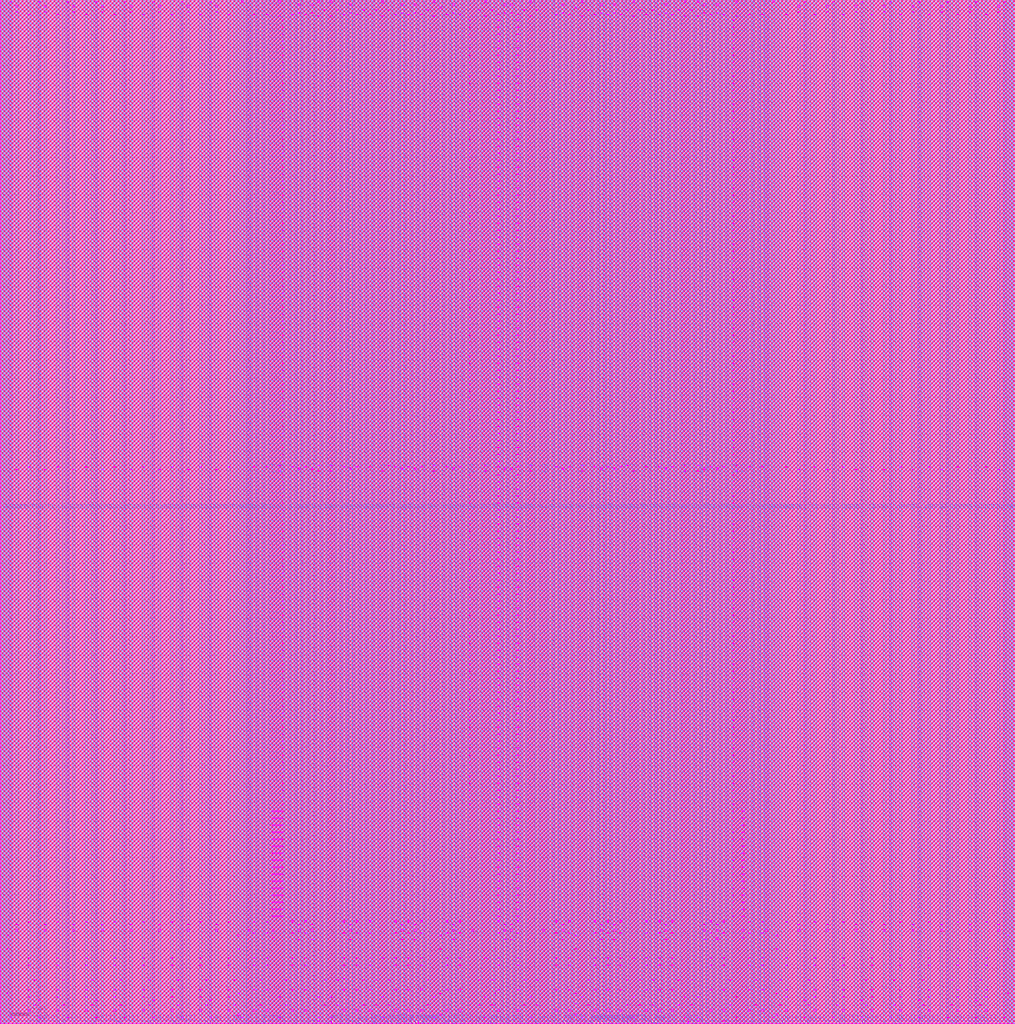
<source format=lef>
# Confidential Information of ARM, Inc.
# Use subject to ARM license.
# Copyright (c) 2017 ARM, Inc.

# ACI Version r1p1

# Reifier 4.0.0

VERSION 5.7 ;

BUSBITCHARS "[]" ;

#name: High Density Two Port Register File RVT RVT Compiler | LOGIC0040LL 40nm Process 0.589um^2 Bit Cell
#version: r1p1
#comment: This is a memory instance
#configuration:  -activity_factor 50 -back_biasing off -bits 8 -bmux off -bus_notation on -check_instname on -diodes on -drive 6 -ema on -frequency 1.0 -instname rf_2p_hde -left_bus_delim "[" -mux 4 -mvt "" -name_case upper -power_type otc -prefix "" -pwr_gnd_rename vddpe:VDDPE,vddce:VDDCE,vsse:VSSE -retention on -right_bus_delim "]" -ser none -site_def off -top_layer m5-m10 -words 1024 -write_mask off -corners ff_1p21v_1p21v_125c,ff_1p21v_1p21v_m40c,ss_0p99v_0p99v_125c,ss_0p99v_0p99v_m40c,tt_1p10v_1p10v_25c
MACRO rf_2p_hde
  FOREIGN rf_2p_hde 0 0 ;
  SYMMETRY X Y R90 ;
  SIZE 110.215 BY 111.115 ;
  CLASS BLOCK ;
  PIN COLLDISN
    DIRECTION INPUT ;
    USE SIGNAL ;
    SHAPE ABUTMENT ;
    PORT
      LAYER M1 ;
      RECT 53.21 0.0 53.35 0.25 ;
      LAYER M2 ;
      RECT 53.21 0.0 53.35 0.25 ;
      LAYER M3 ;
      RECT 53.21 0.0 53.35 0.25 ;
      END
    ANTENNAGATEAREA 0.0114 ;
    ANTENNADIFFAREA 0.035 ;
    END COLLDISN
  PIN AA[9]
    DIRECTION INPUT ;
    USE SIGNAL ;
    SHAPE ABUTMENT ;
    PORT
      LAYER M3 ;
      RECT 51.865 0.0 52.005 0.25 ;
      LAYER M2 ;
      RECT 51.865 0.0 52.005 0.25 ;
      LAYER M1 ;
      RECT 51.865 0.0 52.005 0.25 ;
      END
    ANTENNAGATEAREA 0.0114 ;
    ANTENNADIFFAREA 0.035 ;
    END AA[9]
  PIN AB[9]
    DIRECTION INPUT ;
    USE SIGNAL ;
    SHAPE ABUTMENT ;
    PORT
      LAYER M1 ;
      RECT 58.25 0.0 58.39 0.25 ;
      LAYER M2 ;
      RECT 58.25 0.0 58.39 0.25 ;
      LAYER M3 ;
      RECT 58.25 0.0 58.39 0.25 ;
      END
    ANTENNAGATEAREA 0.0114 ;
    ANTENNADIFFAREA 0.035 ;
    END AB[9]
  PIN AA[8]
    DIRECTION INPUT ;
    USE SIGNAL ;
    SHAPE ABUTMENT ;
    PORT
      LAYER M3 ;
      RECT 49.0 0.0 49.14 0.25 ;
      LAYER M2 ;
      RECT 49.0 0.0 49.14 0.25 ;
      LAYER M1 ;
      RECT 49.0 0.0 49.14 0.25 ;
      END
    ANTENNAGATEAREA 0.0114 ;
    ANTENNADIFFAREA 0.035 ;
    END AA[8]
  PIN AB[8]
    DIRECTION INPUT ;
    USE SIGNAL ;
    SHAPE ABUTMENT ;
    PORT
      LAYER M1 ;
      RECT 61.075 0.0 61.215 0.25 ;
      LAYER M2 ;
      RECT 61.075 0.0 61.215 0.25 ;
      LAYER M3 ;
      RECT 61.075 0.0 61.215 0.25 ;
      END
    ANTENNAGATEAREA 0.0114 ;
    ANTENNADIFFAREA 0.035 ;
    END AB[8]
  PIN AA[7]
    DIRECTION INPUT ;
    USE SIGNAL ;
    SHAPE ABUTMENT ;
    PORT
      LAYER M3 ;
      RECT 48.59 0.0 48.73 0.25 ;
      LAYER M2 ;
      RECT 48.59 0.0 48.73 0.25 ;
      LAYER M1 ;
      RECT 48.59 0.0 48.73 0.25 ;
      END
    ANTENNAGATEAREA 0.0114 ;
    ANTENNADIFFAREA 0.035 ;
    END AA[7]
  PIN AB[7]
    DIRECTION INPUT ;
    USE SIGNAL ;
    SHAPE ABUTMENT ;
    PORT
      LAYER M1 ;
      RECT 61.485 0.0 61.625 0.25 ;
      LAYER M2 ;
      RECT 61.485 0.0 61.625 0.25 ;
      LAYER M3 ;
      RECT 61.485 0.0 61.625 0.25 ;
      END
    ANTENNAGATEAREA 0.0114 ;
    ANTENNADIFFAREA 0.035 ;
    END AB[7]
  PIN AA[6]
    DIRECTION INPUT ;
    USE SIGNAL ;
    SHAPE ABUTMENT ;
    PORT
      LAYER M3 ;
      RECT 46.045 0.0 46.185 0.25 ;
      LAYER M2 ;
      RECT 46.045 0.0 46.185 0.25 ;
      LAYER M1 ;
      RECT 46.045 0.0 46.185 0.25 ;
      END
    ANTENNAGATEAREA 0.0114 ;
    ANTENNADIFFAREA 0.035 ;
    END AA[6]
  PIN AB[6]
    DIRECTION INPUT ;
    USE SIGNAL ;
    SHAPE ABUTMENT ;
    PORT
      LAYER M1 ;
      RECT 64.045 0.0 64.185 0.25 ;
      LAYER M2 ;
      RECT 64.045 0.0 64.185 0.25 ;
      LAYER M3 ;
      RECT 64.045 0.0 64.185 0.25 ;
      END
    ANTENNAGATEAREA 0.0114 ;
    ANTENNADIFFAREA 0.035 ;
    END AB[6]
  PIN EMAA[2]
    DIRECTION INPUT ;
    USE SIGNAL ;
    SHAPE ABUTMENT ;
    PORT
      LAYER M3 ;
      RECT 45.765 0.0 45.905 0.25 ;
      LAYER M2 ;
      RECT 45.765 0.0 45.905 0.25 ;
      LAYER M1 ;
      RECT 45.765 0.0 45.905 0.25 ;
      END
    ANTENNAGATEAREA 0.0114 ;
    ANTENNADIFFAREA 0.035 ;
    END EMAA[2]
  PIN EMAB[2]
    DIRECTION INPUT ;
    USE SIGNAL ;
    SHAPE ABUTMENT ;
    PORT
      LAYER M1 ;
      RECT 64.325 0.0 64.465 0.25 ;
      LAYER M2 ;
      RECT 64.325 0.0 64.465 0.25 ;
      LAYER M3 ;
      RECT 64.325 0.0 64.465 0.25 ;
      END
    ANTENNAGATEAREA 0.0114 ;
    ANTENNADIFFAREA 0.035 ;
    END EMAB[2]
  PIN EMAA[1]
    DIRECTION INPUT ;
    USE SIGNAL ;
    SHAPE ABUTMENT ;
    PORT
      LAYER M4 ;
      RECT 45.315 0.0 45.455 0.25 ;
      LAYER M3 ;
      RECT 45.315 0.0 45.455 0.25 ;
      LAYER M2 ;
      RECT 45.315 0.0 45.455 0.25 ;
      LAYER M1 ;
      RECT 45.315 0.0 45.455 0.25 ;
      END
    ANTENNAGATEAREA 0.0114 ;
    ANTENNADIFFAREA 0.035 ;
    END EMAA[1]
  PIN EMAB[1]
    DIRECTION INPUT ;
    USE SIGNAL ;
    SHAPE ABUTMENT ;
    PORT
      LAYER M1 ;
      RECT 64.72 0.0 64.86 0.25 ;
      LAYER M2 ;
      RECT 64.72 0.0 64.86 0.25 ;
      LAYER M3 ;
      RECT 64.72 0.0 64.86 0.25 ;
      END
    ANTENNAGATEAREA 0.0114 ;
    ANTENNADIFFAREA 0.035 ;
    END EMAB[1]
  PIN AA[5]
    DIRECTION INPUT ;
    USE SIGNAL ;
    SHAPE ABUTMENT ;
    PORT
      LAYER M3 ;
      RECT 45.03 0.0 45.17 0.25 ;
      LAYER M2 ;
      RECT 45.03 0.0 45.17 0.25 ;
      LAYER M1 ;
      RECT 45.03 0.0 45.17 0.25 ;
      END
    ANTENNAGATEAREA 0.0114 ;
    ANTENNADIFFAREA 0.035 ;
    END AA[5]
  PIN AB[5]
    DIRECTION INPUT ;
    USE SIGNAL ;
    SHAPE ABUTMENT ;
    PORT
      LAYER M1 ;
      RECT 65.04 0.0 65.18 0.25 ;
      LAYER M2 ;
      RECT 65.04 0.0 65.18 0.25 ;
      LAYER M3 ;
      RECT 65.04 0.0 65.18 0.25 ;
      END
    ANTENNAGATEAREA 0.0114 ;
    ANTENNADIFFAREA 0.035 ;
    END AB[5]
  PIN EMAA[0]
    DIRECTION INPUT ;
    USE SIGNAL ;
    SHAPE ABUTMENT ;
    PORT
      LAYER M3 ;
      RECT 44.545 0.0 44.685 0.25 ;
      LAYER M2 ;
      RECT 44.545 0.0 44.685 0.25 ;
      LAYER M1 ;
      RECT 44.545 0.0 44.685 0.25 ;
      END
    ANTENNAGATEAREA 0.0114 ;
    ANTENNADIFFAREA 0.035 ;
    END EMAA[0]
  PIN EMAB[0]
    DIRECTION INPUT ;
    USE SIGNAL ;
    SHAPE ABUTMENT ;
    PORT
      LAYER M1 ;
      RECT 65.525 0.0 65.665 0.25 ;
      LAYER M2 ;
      RECT 65.525 0.0 65.665 0.25 ;
      LAYER M3 ;
      RECT 65.525 0.0 65.665 0.25 ;
      END
    ANTENNAGATEAREA 0.0114 ;
    ANTENNADIFFAREA 0.035 ;
    END EMAB[0]
  PIN CENA
    DIRECTION INPUT ;
    USE SIGNAL ;
    SHAPE ABUTMENT ;
    PORT
      LAYER M3 ;
      RECT 43.13 0.0 43.27 0.25 ;
      LAYER M2 ;
      RECT 43.13 0.0 43.27 0.25 ;
      LAYER M1 ;
      RECT 43.13 0.0 43.27 0.25 ;
      END
    ANTENNAGATEAREA 0.0114 ;
    ANTENNADIFFAREA 0.035 ;
    END CENA
  PIN CENB
    DIRECTION INPUT ;
    USE SIGNAL ;
    SHAPE ABUTMENT ;
    PORT
      LAYER M1 ;
      RECT 66.95 0.0 67.09 0.25 ;
      LAYER M2 ;
      RECT 66.95 0.0 67.09 0.25 ;
      LAYER M3 ;
      RECT 66.95 0.0 67.09 0.25 ;
      END
    ANTENNAGATEAREA 0.0114 ;
    ANTENNADIFFAREA 0.035 ;
    END CENB
  PIN AA[4]
    DIRECTION INPUT ;
    USE SIGNAL ;
    SHAPE ABUTMENT ;
    PORT
      LAYER M3 ;
      RECT 42.445 0.0 42.585 0.25 ;
      LAYER M2 ;
      RECT 42.445 0.0 42.585 0.25 ;
      LAYER M1 ;
      RECT 42.445 0.0 42.585 0.25 ;
      END
    ANTENNAGATEAREA 0.0114 ;
    ANTENNADIFFAREA 0.035 ;
    END AA[4]
  PIN AB[4]
    DIRECTION INPUT ;
    USE SIGNAL ;
    SHAPE ABUTMENT ;
    PORT
      LAYER M1 ;
      RECT 67.63 0.0 67.77 0.25 ;
      LAYER M2 ;
      RECT 67.63 0.0 67.77 0.25 ;
      LAYER M3 ;
      RECT 67.63 0.0 67.77 0.25 ;
      END
    ANTENNAGATEAREA 0.0114 ;
    ANTENNADIFFAREA 0.035 ;
    END AB[4]
  PIN AA[3]
    DIRECTION INPUT ;
    USE SIGNAL ;
    SHAPE ABUTMENT ;
    PORT
      LAYER M3 ;
      RECT 42.035 0.0 42.175 0.25 ;
      LAYER M2 ;
      RECT 42.035 0.0 42.175 0.25 ;
      LAYER M1 ;
      RECT 42.035 0.0 42.175 0.25 ;
      END
    ANTENNAGATEAREA 0.0114 ;
    ANTENNADIFFAREA 0.035 ;
    END AA[3]
  PIN AB[3]
    DIRECTION INPUT ;
    USE SIGNAL ;
    SHAPE ABUTMENT ;
    PORT
      LAYER M1 ;
      RECT 68.04 0.0 68.18 0.25 ;
      LAYER M2 ;
      RECT 68.04 0.0 68.18 0.25 ;
      LAYER M3 ;
      RECT 68.04 0.0 68.18 0.25 ;
      END
    ANTENNAGATEAREA 0.0114 ;
    ANTENNADIFFAREA 0.035 ;
    END AB[3]
  PIN CLKA
    DIRECTION INPUT ;
    USE SIGNAL ;
    SHAPE ABUTMENT ;
    PORT
      LAYER M3 ;
      RECT 40.65 0.0 40.79 0.25 ;
      LAYER M2 ;
      RECT 40.65 0.0 40.79 0.25 ;
      LAYER M1 ;
      RECT 40.65 0.0 40.79 0.25 ;
      END
    ANTENNAGATEAREA 0.0114 ;
    ANTENNADIFFAREA 0.035 ;
    END CLKA
  PIN CLKB
    DIRECTION INPUT ;
    USE SIGNAL ;
    SHAPE ABUTMENT ;
    PORT
      LAYER M1 ;
      RECT 68.98 0.0 69.12 0.25 ;
      LAYER M2 ;
      RECT 68.98 0.0 69.12 0.25 ;
      LAYER M3 ;
      RECT 68.98 0.0 69.12 0.25 ;
      END
    ANTENNAGATEAREA 0.0114 ;
    ANTENNADIFFAREA 0.035 ;
    END CLKB
  PIN AA[2]
    DIRECTION INPUT ;
    USE SIGNAL ;
    SHAPE ABUTMENT ;
    PORT
      LAYER M3 ;
      RECT 39.165 0.0 39.305 0.25 ;
      LAYER M2 ;
      RECT 39.165 0.0 39.305 0.25 ;
      LAYER M1 ;
      RECT 39.165 0.0 39.305 0.25 ;
      END
    ANTENNAGATEAREA 0.0114 ;
    ANTENNADIFFAREA 0.035 ;
    END AA[2]
  PIN AB[2]
    DIRECTION INPUT ;
    USE SIGNAL ;
    SHAPE ABUTMENT ;
    PORT
      LAYER M1 ;
      RECT 70.91 0.0 71.05 0.25 ;
      LAYER M2 ;
      RECT 70.91 0.0 71.05 0.25 ;
      LAYER M3 ;
      RECT 70.91 0.0 71.05 0.25 ;
      END
    ANTENNAGATEAREA 0.0114 ;
    ANTENNADIFFAREA 0.035 ;
    END AB[2]
  PIN AA[1]
    DIRECTION INPUT ;
    USE SIGNAL ;
    SHAPE ABUTMENT ;
    PORT
      LAYER M3 ;
      RECT 38.755 0.0 38.895 0.25 ;
      LAYER M2 ;
      RECT 38.755 0.0 38.895 0.25 ;
      LAYER M1 ;
      RECT 38.755 0.0 38.895 0.25 ;
      END
    ANTENNAGATEAREA 0.0114 ;
    ANTENNADIFFAREA 0.035 ;
    END AA[1]
  PIN AB[1]
    DIRECTION INPUT ;
    USE SIGNAL ;
    SHAPE ABUTMENT ;
    PORT
      LAYER M1 ;
      RECT 71.32 0.0 71.46 0.25 ;
      LAYER M2 ;
      RECT 71.32 0.0 71.46 0.25 ;
      LAYER M3 ;
      RECT 71.32 0.0 71.46 0.25 ;
      END
    ANTENNAGATEAREA 0.0114 ;
    ANTENNADIFFAREA 0.035 ;
    END AB[1]
  PIN AA[0]
    DIRECTION INPUT ;
    USE SIGNAL ;
    SHAPE ABUTMENT ;
    PORT
      LAYER M4 ;
      RECT 35.89 0.0 36.03 0.25 ;
      LAYER M3 ;
      RECT 35.89 0.0 36.03 0.25 ;
      LAYER M2 ;
      RECT 35.89 0.0 36.03 0.25 ;
      LAYER M1 ;
      RECT 35.89 0.0 36.03 0.25 ;
      END
    ANTENNAGATEAREA 0.0114 ;
    ANTENNADIFFAREA 0.035 ;
    END AA[0]
  PIN AB[0]
    DIRECTION INPUT ;
    USE SIGNAL ;
    SHAPE ABUTMENT ;
    PORT
      LAYER M1 ;
      RECT 74.145 0.0 74.285 0.25 ;
      LAYER M2 ;
      RECT 74.145 0.0 74.285 0.25 ;
      LAYER M3 ;
      RECT 74.145 0.0 74.285 0.25 ;
      END
    ANTENNAGATEAREA 0.0114 ;
    ANTENNADIFFAREA 0.035 ;
    END AB[0]
  PIN RET1N
    DIRECTION INPUT ;
    USE SIGNAL ;
    SHAPE ABUTMENT ;
    PORT
      LAYER M3 ;
      RECT 28.485 0.0 28.625 0.25 ;
      LAYER M2 ;
      RECT 28.485 0.0 28.625 0.25 ;
      LAYER M1 ;
      RECT 28.485 0.0 28.625 0.25 ;
      END
    ANTENNAGATEAREA 0.0114 ;
    ANTENNADIFFAREA 0.035 ;
    END RET1N
  PIN DB[4]
    DIRECTION INPUT ;
    USE SIGNAL ;
    SHAPE ABUTMENT ;
    PORT
      LAYER M1 ;
      RECT 84.855 0.0 84.995 0.25 ;
      LAYER M2 ;
      RECT 84.855 0.0 84.995 0.25 ;
      LAYER M3 ;
      RECT 84.855 0.0 84.995 0.25 ;
      END
    ANTENNAGATEAREA 0.0114 ;
    ANTENNADIFFAREA 0.035 ;
    END DB[4]
  PIN DB[3]
    DIRECTION INPUT ;
    USE SIGNAL ;
    SHAPE ABUTMENT ;
    PORT
      LAYER M3 ;
      RECT 25.22 0.0 25.36 0.25 ;
      LAYER M2 ;
      RECT 25.22 0.0 25.36 0.25 ;
      LAYER M1 ;
      RECT 25.22 0.0 25.36 0.25 ;
      END
    ANTENNAGATEAREA 0.0114 ;
    ANTENNADIFFAREA 0.035 ;
    END DB[3]
  PIN QA[4]
    DIRECTION OUTPUT ;
    USE SIGNAL ;
    SHAPE ABUTMENT ;
    PORT
      LAYER M1 ;
      RECT 87.345 0.0 87.485 0.25 ;
      LAYER M2 ;
      RECT 87.345 0.0 87.485 0.25 ;
      LAYER M3 ;
      RECT 87.345 0.0 87.485 0.25 ;
      END
    ANTENNADIFFAREA 0.035 ;
    END QA[4]
  PIN QA[3]
    DIRECTION OUTPUT ;
    USE SIGNAL ;
    SHAPE ABUTMENT ;
    PORT
      LAYER M3 ;
      RECT 22.73 0.0 22.87 0.25 ;
      LAYER M2 ;
      RECT 22.73 0.0 22.87 0.25 ;
      LAYER M1 ;
      RECT 22.73 0.0 22.87 0.25 ;
      END
    ANTENNADIFFAREA 0.035 ;
    END QA[3]
  PIN DB[5]
    DIRECTION INPUT ;
    USE SIGNAL ;
    SHAPE ABUTMENT ;
    PORT
      LAYER M1 ;
      RECT 91.055 0.0 91.195 0.25 ;
      LAYER M2 ;
      RECT 91.055 0.0 91.195 0.25 ;
      LAYER M3 ;
      RECT 91.055 0.0 91.195 0.25 ;
      END
    ANTENNAGATEAREA 0.0114 ;
    ANTENNADIFFAREA 0.035 ;
    END DB[5]
  PIN DB[2]
    DIRECTION INPUT ;
    USE SIGNAL ;
    SHAPE ABUTMENT ;
    PORT
      LAYER M3 ;
      RECT 19.02 0.0 19.16 0.25 ;
      LAYER M2 ;
      RECT 19.02 0.0 19.16 0.25 ;
      LAYER M1 ;
      RECT 19.02 0.0 19.16 0.25 ;
      END
    ANTENNAGATEAREA 0.0114 ;
    ANTENNADIFFAREA 0.035 ;
    END DB[2]
  PIN QA[5]
    DIRECTION OUTPUT ;
    USE SIGNAL ;
    SHAPE ABUTMENT ;
    PORT
      LAYER M1 ;
      RECT 93.545 0.0 93.685 0.25 ;
      LAYER M2 ;
      RECT 93.545 0.0 93.685 0.25 ;
      LAYER M3 ;
      RECT 93.545 0.0 93.685 0.25 ;
      END
    ANTENNADIFFAREA 0.035 ;
    END QA[5]
  PIN QA[2]
    DIRECTION OUTPUT ;
    USE SIGNAL ;
    SHAPE ABUTMENT ;
    PORT
      LAYER M3 ;
      RECT 16.53 0.0 16.67 0.25 ;
      LAYER M2 ;
      RECT 16.53 0.0 16.67 0.25 ;
      LAYER M1 ;
      RECT 16.53 0.0 16.67 0.25 ;
      END
    ANTENNADIFFAREA 0.035 ;
    END QA[2]
  PIN DB[6]
    DIRECTION INPUT ;
    USE SIGNAL ;
    SHAPE ABUTMENT ;
    PORT
      LAYER M1 ;
      RECT 97.255 0.0 97.395 0.25 ;
      LAYER M2 ;
      RECT 97.255 0.0 97.395 0.25 ;
      LAYER M3 ;
      RECT 97.255 0.0 97.395 0.25 ;
      END
    ANTENNAGATEAREA 0.0114 ;
    ANTENNADIFFAREA 0.035 ;
    END DB[6]
  PIN DB[1]
    DIRECTION INPUT ;
    USE SIGNAL ;
    SHAPE ABUTMENT ;
    PORT
      LAYER M3 ;
      RECT 12.82 0.0 12.96 0.25 ;
      LAYER M2 ;
      RECT 12.82 0.0 12.96 0.25 ;
      LAYER M1 ;
      RECT 12.82 0.0 12.96 0.25 ;
      END
    ANTENNAGATEAREA 0.0114 ;
    ANTENNADIFFAREA 0.035 ;
    END DB[1]
  PIN QA[6]
    DIRECTION OUTPUT ;
    USE SIGNAL ;
    SHAPE ABUTMENT ;
    PORT
      LAYER M1 ;
      RECT 99.745 0.0 99.885 0.25 ;
      LAYER M2 ;
      RECT 99.745 0.0 99.885 0.25 ;
      LAYER M3 ;
      RECT 99.745 0.0 99.885 0.25 ;
      END
    ANTENNADIFFAREA 0.035 ;
    END QA[6]
  PIN QA[1]
    DIRECTION OUTPUT ;
    USE SIGNAL ;
    SHAPE ABUTMENT ;
    PORT
      LAYER M3 ;
      RECT 10.33 0.0 10.47 0.25 ;
      LAYER M2 ;
      RECT 10.33 0.0 10.47 0.25 ;
      LAYER M1 ;
      RECT 10.33 0.0 10.47 0.25 ;
      END
    ANTENNADIFFAREA 0.035 ;
    END QA[1]
  PIN DB[7]
    DIRECTION INPUT ;
    USE SIGNAL ;
    SHAPE ABUTMENT ;
    PORT
      LAYER M1 ;
      RECT 103.455 0.0 103.595 0.25 ;
      LAYER M2 ;
      RECT 103.455 0.0 103.595 0.25 ;
      LAYER M3 ;
      RECT 103.455 0.0 103.595 0.25 ;
      END
    ANTENNAGATEAREA 0.0114 ;
    ANTENNADIFFAREA 0.035 ;
    END DB[7]
  PIN DB[0]
    DIRECTION INPUT ;
    USE SIGNAL ;
    SHAPE ABUTMENT ;
    PORT
      LAYER M3 ;
      RECT 6.62 0.0 6.76 0.25 ;
      LAYER M2 ;
      RECT 6.62 0.0 6.76 0.25 ;
      LAYER M1 ;
      RECT 6.62 0.0 6.76 0.25 ;
      END
    ANTENNAGATEAREA 0.0114 ;
    ANTENNADIFFAREA 0.035 ;
    END DB[0]
  PIN QA[7]
    DIRECTION OUTPUT ;
    USE SIGNAL ;
    SHAPE ABUTMENT ;
    PORT
      LAYER M1 ;
      RECT 105.945 0.0 106.085 0.25 ;
      LAYER M2 ;
      RECT 105.945 0.0 106.085 0.25 ;
      LAYER M3 ;
      RECT 105.945 0.0 106.085 0.25 ;
      END
    ANTENNADIFFAREA 0.035 ;
    END QA[7]
  PIN QA[0]
    DIRECTION OUTPUT ;
    USE SIGNAL ;
    SHAPE ABUTMENT ;
    PORT
      LAYER M3 ;
      RECT 4.13 0.0 4.27 0.25 ;
      LAYER M2 ;
      RECT 4.13 0.0 4.27 0.25 ;
      LAYER M1 ;
      RECT 4.13 0.0 4.27 0.25 ;
      END
    ANTENNADIFFAREA 0.035 ;
    END QA[0]
  PIN VDDPE
    DIRECTION INOUT ;
    USE POWER ;
    PORT
      LAYER M4 ;
      RECT 0.72 0.0 0.86 111.115 ;
      END
    PORT
      LAYER M4 ;
      RECT 3.66 0.0 3.94 111.115 ;
      END
    PORT
      LAYER M4 ;
      RECT 6.76 0.0 7.04 111.115 ;
      END
    PORT
      LAYER M4 ;
      RECT 9.86 0.0 10.14 111.115 ;
      END
    PORT
      LAYER M4 ;
      RECT 12.96 0.0 13.24 111.115 ;
      END
    PORT
      LAYER M4 ;
      RECT 16.06 0.0 16.34 111.115 ;
      END
    PORT
      LAYER M4 ;
      RECT 19.16 0.0 19.44 111.115 ;
      END
    PORT
      LAYER M4 ;
      RECT 22.26 0.0 22.54 111.115 ;
      END
    PORT
      LAYER M4 ;
      RECT 25.36 0.0 25.64 111.115 ;
      END
    PORT
      LAYER M4 ;
      RECT 25.8 0.0 26.01 111.115 ;
      END
    PORT
      LAYER M4 ;
      RECT 28.12 0.0 28.4 111.115 ;
      END
    PORT
      LAYER M4 ;
      RECT 30.915 0.0 31.195 111.115 ;
      END
    PORT
      LAYER M4 ;
      RECT 35.105 0.0 35.385 111.115 ;
      END
    PORT
      LAYER M4 ;
      RECT 36.505 0.0 36.785 111.115 ;
      END
    PORT
      LAYER M4 ;
      RECT 39.3 0.0 39.58 111.115 ;
      END
    PORT
      LAYER M4 ;
      RECT 40.695 0.0 40.975 111.115 ;
      END
    PORT
      LAYER M4 ;
      RECT 42.095 0.0 42.375 111.115 ;
      END
    PORT
      LAYER M4 ;
      RECT 46.285 0.0 46.565 111.115 ;
      END
    PORT
      LAYER M4 ;
      RECT 47.68 0.0 47.96 111.115 ;
      END
    PORT
      LAYER M4 ;
      RECT 51.875 0.0 52.155 111.115 ;
      END
    PORT
      LAYER M4 ;
      RECT 53.27 0.0 53.55 111.115 ;
      END
    PORT
      LAYER M4 ;
      RECT 56.765 0.0 57.045 111.115 ;
      END
    PORT
      LAYER M4 ;
      RECT 58.16 0.0 58.44 111.115 ;
      END
    PORT
      LAYER M4 ;
      RECT 62.35 0.0 62.63 111.115 ;
      END
    PORT
      LAYER M4 ;
      RECT 63.75 0.0 64.03 111.115 ;
      END
    PORT
      LAYER M4 ;
      RECT 67.94 0.0 68.22 111.115 ;
      END
    PORT
      LAYER M4 ;
      RECT 69.335 0.0 69.615 111.115 ;
      END
    PORT
      LAYER M4 ;
      RECT 70.735 0.0 71.015 111.115 ;
      END
    PORT
      LAYER M4 ;
      RECT 73.535 0.0 73.815 111.115 ;
      END
    PORT
      LAYER M4 ;
      RECT 74.935 0.0 75.215 111.115 ;
      END
    PORT
      LAYER M4 ;
      RECT 79.12 0.0 79.4 111.115 ;
      END
    PORT
      LAYER M4 ;
      RECT 81.915 0.0 82.195 111.115 ;
      END
    PORT
      LAYER M4 ;
      RECT 84.205 0.0 84.415 111.115 ;
      END
    PORT
      LAYER M4 ;
      RECT 84.575 0.0 84.855 111.115 ;
      END
    PORT
      LAYER M4 ;
      RECT 87.675 0.0 87.955 111.115 ;
      END
    PORT
      LAYER M4 ;
      RECT 90.775 0.0 91.055 111.115 ;
      END
    PORT
      LAYER M4 ;
      RECT 93.875 0.0 94.155 111.115 ;
      END
    PORT
      LAYER M4 ;
      RECT 96.975 0.0 97.255 111.115 ;
      END
    PORT
      LAYER M4 ;
      RECT 100.075 0.0 100.355 111.115 ;
      END
    PORT
      LAYER M4 ;
      RECT 103.175 0.0 103.455 111.115 ;
      END
    PORT
      LAYER M4 ;
      RECT 106.275 0.0 106.555 111.115 ;
      END
    PORT
      LAYER M4 ;
      RECT 109.355 0.0 109.495 111.115 ;
      END
    END VDDPE
  PIN VDDCE
    DIRECTION INOUT ;
    USE POWER ;
    PORT
      LAYER M4 ;
      RECT 0.16 0.0 0.3 111.115 ;
      END
    PORT
      LAYER M4 ;
      RECT 1.66 0.0 1.94 111.115 ;
      END
    PORT
      LAYER M4 ;
      RECT 4.76 0.0 5.04 111.115 ;
      END
    PORT
      LAYER M4 ;
      RECT 7.86 0.0 8.14 111.115 ;
      END
    PORT
      LAYER M4 ;
      RECT 10.96 0.0 11.24 111.115 ;
      END
    PORT
      LAYER M4 ;
      RECT 14.06 0.0 14.34 111.115 ;
      END
    PORT
      LAYER M4 ;
      RECT 17.16 0.0 17.44 111.115 ;
      END
    PORT
      LAYER M4 ;
      RECT 20.26 0.0 20.54 111.115 ;
      END
    PORT
      LAYER M4 ;
      RECT 23.36 0.0 23.64 111.115 ;
      END
    PORT
      LAYER M4 ;
      RECT 26.5 0.0 26.71 111.115 ;
      END
    PORT
      LAYER M4 ;
      RECT 32.31 0.0 32.59 111.115 ;
      END
    PORT
      LAYER M4 ;
      RECT 33.71 0.0 33.99 111.115 ;
      END
    PORT
      LAYER M4 ;
      RECT 37.9 0.0 38.18 111.115 ;
      END
    PORT
      LAYER M4 ;
      RECT 43.49 0.0 43.77 111.115 ;
      END
    PORT
      LAYER M4 ;
      RECT 44.89 0.0 45.17 111.115 ;
      END
    PORT
      LAYER M4 ;
      RECT 49.08 0.0 49.36 111.115 ;
      END
    PORT
      LAYER M4 ;
      RECT 50.475 0.0 50.755 111.115 ;
      END
    PORT
      LAYER M4 ;
      RECT 54.67 0.0 54.95 111.115 ;
      END
    PORT
      LAYER M4 ;
      RECT 55.365 0.0 55.645 111.115 ;
      END
    PORT
      LAYER M4 ;
      RECT 59.56 0.0 59.84 111.115 ;
      END
    PORT
      LAYER M4 ;
      RECT 60.955 0.0 61.235 111.115 ;
      END
    PORT
      LAYER M4 ;
      RECT 65.145 0.0 65.425 111.115 ;
      END
    PORT
      LAYER M4 ;
      RECT 66.545 0.0 66.825 111.115 ;
      END
    PORT
      LAYER M4 ;
      RECT 72.135 0.0 72.415 111.115 ;
      END
    PORT
      LAYER M4 ;
      RECT 76.325 0.0 76.605 111.115 ;
      END
    PORT
      LAYER M4 ;
      RECT 77.72 0.0 78.0 111.115 ;
      END
    PORT
      LAYER M4 ;
      RECT 83.505 0.0 83.715 111.115 ;
      END
    PORT
      LAYER M4 ;
      RECT 86.575 0.0 86.855 111.115 ;
      END
    PORT
      LAYER M4 ;
      RECT 89.675 0.0 89.955 111.115 ;
      END
    PORT
      LAYER M4 ;
      RECT 92.775 0.0 93.055 111.115 ;
      END
    PORT
      LAYER M4 ;
      RECT 95.875 0.0 96.155 111.115 ;
      END
    PORT
      LAYER M4 ;
      RECT 98.975 0.0 99.255 111.115 ;
      END
    PORT
      LAYER M4 ;
      RECT 102.075 0.0 102.355 111.115 ;
      END
    PORT
      LAYER M4 ;
      RECT 105.175 0.0 105.455 111.115 ;
      END
    PORT
      LAYER M4 ;
      RECT 108.275 0.0 108.555 111.115 ;
      END
    PORT
      LAYER M4 ;
      RECT 109.915 0.0 110.055 111.115 ;
      END
    END VDDCE
  PIN VSSE
    DIRECTION INOUT ;
    USE GROUND ;
    PORT
      LAYER M4 ;
      RECT 0.44 0.0 0.58 111.115 ;
      END
    PORT
      LAYER M4 ;
      RECT 3.005 0.0 3.285 111.115 ;
      END
    PORT
      LAYER M4 ;
      RECT 6.105 0.0 6.385 111.115 ;
      END
    PORT
      LAYER M4 ;
      RECT 9.205 0.0 9.485 111.115 ;
      END
    PORT
      LAYER M4 ;
      RECT 12.305 0.0 12.585 111.115 ;
      END
    PORT
      LAYER M4 ;
      RECT 15.405 0.0 15.685 111.115 ;
      END
    PORT
      LAYER M4 ;
      RECT 18.505 0.0 18.785 111.115 ;
      END
    PORT
      LAYER M4 ;
      RECT 21.605 0.0 21.885 111.115 ;
      END
    PORT
      LAYER M4 ;
      RECT 24.705 0.0 24.985 111.115 ;
      END
    PORT
      LAYER M4 ;
      RECT 26.15 0.0 26.36 111.115 ;
      END
    PORT
      LAYER M4 ;
      RECT 27.42 0.0 27.7 111.115 ;
      END
    PORT
      LAYER M4 ;
      RECT 28.82 0.0 29.1 111.115 ;
      END
    PORT
      LAYER M4 ;
      RECT 31.615 0.0 31.895 111.115 ;
      END
    PORT
      LAYER M4 ;
      RECT 33.01 0.0 33.29 111.115 ;
      END
    PORT
      LAYER M4 ;
      RECT 34.41 0.0 34.69 111.115 ;
      END
    PORT
      LAYER M4 ;
      RECT 37.205 0.0 37.485 111.115 ;
      END
    PORT
      LAYER M4 ;
      RECT 38.6 0.0 38.88 111.115 ;
      END
    PORT
      LAYER M4 ;
      RECT 39.995 0.0 40.275 111.115 ;
      END
    PORT
      LAYER M4 ;
      RECT 42.79 0.0 43.07 111.115 ;
      END
    PORT
      LAYER M4 ;
      RECT 44.19 0.0 44.47 111.115 ;
      END
    PORT
      LAYER M4 ;
      RECT 45.585 0.0 45.865 111.115 ;
      END
    PORT
      LAYER M4 ;
      RECT 48.38 0.0 48.66 111.115 ;
      END
    PORT
      LAYER M4 ;
      RECT 49.78 0.0 50.06 111.115 ;
      END
    PORT
      LAYER M4 ;
      RECT 53.97 0.0 54.25 111.115 ;
      END
    PORT
      LAYER M4 ;
      RECT 56.065 0.0 56.345 111.115 ;
      END
    PORT
      LAYER M4 ;
      RECT 60.26 0.0 60.54 111.115 ;
      END
    PORT
      LAYER M4 ;
      RECT 61.655 0.0 61.935 111.115 ;
      END
    PORT
      LAYER M4 ;
      RECT 64.445 0.0 64.725 111.115 ;
      END
    PORT
      LAYER M4 ;
      RECT 65.845 0.0 66.125 111.115 ;
      END
    PORT
      LAYER M4 ;
      RECT 67.24 0.0 67.52 111.115 ;
      END
    PORT
      LAYER M4 ;
      RECT 70.035 0.0 70.315 111.115 ;
      END
    PORT
      LAYER M4 ;
      RECT 71.435 0.0 71.715 111.115 ;
      END
    PORT
      LAYER M4 ;
      RECT 72.835 0.0 73.115 111.115 ;
      END
    PORT
      LAYER M4 ;
      RECT 75.635 0.0 75.915 111.115 ;
      END
    PORT
      LAYER M4 ;
      RECT 77.02 0.0 77.3 111.115 ;
      END
    PORT
      LAYER M4 ;
      RECT 78.42 0.0 78.7 111.115 ;
      END
    PORT
      LAYER M4 ;
      RECT 81.215 0.0 81.495 111.115 ;
      END
    PORT
      LAYER M4 ;
      RECT 82.615 0.0 82.895 111.115 ;
      END
    PORT
      LAYER M4 ;
      RECT 83.855 0.0 84.065 111.115 ;
      END
    PORT
      LAYER M4 ;
      RECT 85.23 0.0 85.51 111.115 ;
      END
    PORT
      LAYER M4 ;
      RECT 88.33 0.0 88.61 111.115 ;
      END
    PORT
      LAYER M4 ;
      RECT 91.43 0.0 91.71 111.115 ;
      END
    PORT
      LAYER M4 ;
      RECT 94.53 0.0 94.81 111.115 ;
      END
    PORT
      LAYER M4 ;
      RECT 97.63 0.0 97.91 111.115 ;
      END
    PORT
      LAYER M4 ;
      RECT 100.73 0.0 101.01 111.115 ;
      END
    PORT
      LAYER M4 ;
      RECT 103.83 0.0 104.11 111.115 ;
      END
    PORT
      LAYER M4 ;
      RECT 106.93 0.0 107.21 111.115 ;
      END
    PORT
      LAYER M4 ;
      RECT 109.635 0.0 109.775 111.115 ;
      END
    END VSSE
  OBS
    #otc obstructions
    LAYER M1 DESIGNRULEWIDTH 0.07 ;
    RECT 106.225 0.0 110.215 0.32 ;
    RECT 103.735 0.0 105.805 0.32 ;
    RECT 100.025 0.0 103.315 0.32 ;
    RECT 97.535 0.0 99.605 0.32 ;
    RECT 93.825 0.0 97.115 0.32 ;
    RECT 91.335 0.0 93.405 0.32 ;
    RECT 87.625 0.0 90.915 0.32 ;
    RECT 85.135 0.0 87.205 0.32 ;
    RECT 74.425 0.0 84.715 0.32 ;
    RECT 71.6 0.0 74.005 0.32 ;
    RECT 69.26 0.0 70.77 0.32 ;
    RECT 68.32 0.0 68.84 0.32 ;
    RECT 67.23 0.0 67.49 0.32 ;
    RECT 65.805 0.0 66.81 0.32 ;
    RECT 61.765 0.0 63.905 0.32 ;
    RECT 58.53 0.0 60.935 0.32 ;
    RECT 53.49 0.0 58.11 0.32 ;
    RECT 52.145 0.0 53.07 0.32 ;
    RECT 49.28 0.0 51.725 0.32 ;
    RECT 46.325 0.0 48.45 0.32 ;
    RECT 43.41 0.0 44.405 0.32 ;
    RECT 42.725 0.0 42.99 0.32 ;
    RECT 40.93 0.0 41.895 0.32 ;
    RECT 39.445 0.0 40.51 0.32 ;
    RECT 36.17 0.0 38.615 0.32 ;
    RECT 28.765 0.0 35.75 0.32 ;
    RECT 25.5 0.0 28.345 0.32 ;
    RECT 23.01 0.0 25.08 0.32 ;
    RECT 19.3 0.0 22.59 0.32 ;
    RECT 16.81 0.0 18.88 0.32 ;
    RECT 13.1 0.0 16.39 0.32 ;
    RECT 10.61 0.0 12.68 0.32 ;
    RECT 6.9 0.0 10.19 0.32 ;
    RECT 4.41 0.0 6.48 0.32 ;
    RECT 0.0 0.0 3.99 0.32 ;
    RECT 0.0 0.32 110.215 111.115 ;
    LAYER V1 ;
    RECT 0.0 0.0 110.215 111.115 ;
    LAYER M2 DESIGNRULEWIDTH 0.07 ;
    RECT 106.225 0.0 110.215 0.32 ;
    RECT 103.735 0.0 105.805 0.32 ;
    RECT 100.025 0.0 103.315 0.32 ;
    RECT 97.535 0.0 99.605 0.32 ;
    RECT 93.825 0.0 97.115 0.32 ;
    RECT 91.335 0.0 93.405 0.32 ;
    RECT 87.625 0.0 90.915 0.32 ;
    RECT 85.135 0.0 87.205 0.32 ;
    RECT 74.425 0.0 84.715 0.32 ;
    RECT 71.6 0.0 74.005 0.32 ;
    RECT 69.26 0.0 70.77 0.32 ;
    RECT 68.32 0.0 68.84 0.32 ;
    RECT 67.23 0.0 67.49 0.32 ;
    RECT 65.805 0.0 66.81 0.32 ;
    RECT 61.765 0.0 63.905 0.32 ;
    RECT 58.53 0.0 60.935 0.32 ;
    RECT 53.49 0.0 58.11 0.32 ;
    RECT 52.145 0.0 53.07 0.32 ;
    RECT 49.28 0.0 51.725 0.32 ;
    RECT 46.325 0.0 48.45 0.32 ;
    RECT 43.41 0.0 44.405 0.32 ;
    RECT 42.725 0.0 42.99 0.32 ;
    RECT 40.93 0.0 41.895 0.32 ;
    RECT 39.445 0.0 40.51 0.32 ;
    RECT 36.17 0.0 38.615 0.32 ;
    RECT 28.765 0.0 35.75 0.32 ;
    RECT 25.5 0.0 28.345 0.32 ;
    RECT 23.01 0.0 25.08 0.32 ;
    RECT 19.3 0.0 22.59 0.32 ;
    RECT 16.81 0.0 18.88 0.32 ;
    RECT 13.1 0.0 16.39 0.32 ;
    RECT 10.61 0.0 12.68 0.32 ;
    RECT 6.9 0.0 10.19 0.32 ;
    RECT 4.41 0.0 6.48 0.32 ;
    RECT 0.0 0.0 3.99 0.32 ;
    RECT 0.0 0.32 110.215 111.115 ;
    LAYER V2 ;
    RECT 0.0 0.0 110.215 111.115 ;
    LAYER M3 DESIGNRULEWIDTH 0.07 ;
    RECT 106.225 0.0 110.215 0.32 ;
    RECT 103.735 0.0 105.805 0.32 ;
    RECT 100.025 0.0 103.315 0.32 ;
    RECT 97.535 0.0 99.605 0.32 ;
    RECT 93.825 0.0 97.115 0.32 ;
    RECT 91.335 0.0 93.405 0.32 ;
    RECT 87.625 0.0 90.915 0.32 ;
    RECT 85.135 0.0 87.205 0.32 ;
    RECT 74.425 0.0 84.715 0.32 ;
    RECT 71.6 0.0 74.005 0.32 ;
    RECT 69.26 0.0 70.77 0.32 ;
    RECT 68.32 0.0 68.84 0.32 ;
    RECT 67.23 0.0 67.49 0.32 ;
    RECT 65.805 0.0 66.81 0.32 ;
    RECT 61.765 0.0 63.905 0.32 ;
    RECT 58.53 0.0 60.935 0.32 ;
    RECT 53.49 0.0 58.11 0.32 ;
    RECT 52.145 0.0 53.07 0.32 ;
    RECT 49.28 0.0 51.725 0.32 ;
    RECT 46.325 0.0 48.45 0.32 ;
    RECT 43.41 0.0 44.405 0.32 ;
    RECT 42.725 0.0 42.99 0.32 ;
    RECT 40.93 0.0 41.895 0.32 ;
    RECT 39.445 0.0 40.51 0.32 ;
    RECT 36.17 0.0 38.615 0.32 ;
    RECT 28.765 0.0 35.75 0.32 ;
    RECT 25.5 0.0 28.345 0.32 ;
    RECT 23.01 0.0 25.08 0.32 ;
    RECT 19.3 0.0 22.59 0.32 ;
    RECT 16.81 0.0 18.88 0.32 ;
    RECT 13.1 0.0 16.39 0.32 ;
    RECT 10.61 0.0 12.68 0.32 ;
    RECT 6.9 0.0 10.19 0.32 ;
    RECT 4.41 0.0 6.48 0.32 ;
    RECT 0.0 0.0 3.99 0.32 ;
    RECT 0.0 0.32 110.215 111.115 ;
    LAYER V3 ;
    RECT 0.0 0.0 110.215 111.115 ;
    LAYER V3 ;
    RECT 75.67 0.645 75.88 0.715 ;
    RECT 34.445 0.645 34.655 0.715 ;
    RECT 26.15 0.645 26.36 0.715 ;
    RECT 79.855 0.645 80.065 0.715 ;
    RECT 74.27 0.645 74.48 0.715 ;
    RECT 47.715 9.475 47.925 9.685 ;
    RECT 47.715 8.09 47.925 8.16 ;
    RECT 47.715 3.26 47.925 3.33 ;
    RECT 72.87 7.09 73.08 7.16 ;
    RECT 72.87 3.65 73.08 3.72 ;
    RECT 72.87 1.375 73.08 1.585 ;
    RECT 47.715 0.885 47.925 1.095 ;
    RECT 30.25 2.86 30.46 2.93 ;
    RECT 68.675 0.645 68.885 0.715 ;
    RECT 63.085 0.645 63.295 0.715 ;
    RECT 57.5 0.645 57.71 0.715 ;
    RECT 46.32 4.72 46.53 4.79 ;
    RECT 71.47 7.09 71.68 7.16 ;
    RECT 46.32 2.01 46.53 2.08 ;
    RECT 71.47 3.65 71.68 3.72 ;
    RECT 71.47 1.375 71.68 1.585 ;
    RECT 42.13 4.72 42.34 4.79 ;
    RECT 70.07 7.09 70.28 7.16 ;
    RECT 28.855 7.09 29.065 7.16 ;
    RECT 52.61 0.645 52.82 0.715 ;
    RECT 47.02 0.645 47.23 0.715 ;
    RECT 41.43 0.645 41.64 0.715 ;
    RECT 35.84 0.645 36.05 0.715 ;
    RECT 42.13 2.01 42.34 2.08 ;
    RECT 70.07 3.65 70.28 3.72 ;
    RECT 70.07 1.375 70.28 1.585 ;
    RECT 40.73 4.72 40.94 4.79 ;
    RECT 40.73 2.01 40.94 2.08 ;
    RECT 39.335 4.72 39.545 4.79 ;
    RECT 28.855 3.65 29.065 3.72 ;
    RECT 39.335 2.01 39.545 2.08 ;
    RECT 28.855 1.375 29.065 1.585 ;
    RECT 27.455 7.09 27.665 7.16 ;
    RECT 68.675 2.86 68.885 2.93 ;
    RECT 27.455 3.65 27.665 3.72 ;
    RECT 27.455 1.375 27.665 1.585 ;
    RECT 30.25 0.645 30.46 0.715 ;
    RECT 36.54 4.72 36.75 4.79 ;
    RECT 36.54 2.01 36.75 2.08 ;
    RECT 35.14 4.72 35.35 4.79 ;
    RECT 35.14 2.01 35.35 2.08 ;
    RECT 67.275 7.09 67.485 7.16 ;
    RECT 67.275 3.65 67.485 3.72 ;
    RECT 67.275 1.375 67.485 1.585 ;
    RECT 65.88 7.09 66.09 7.16 ;
    RECT 65.88 3.65 66.09 3.72 ;
    RECT 65.88 1.375 66.09 1.585 ;
    RECT 64.48 7.09 64.69 7.16 ;
    RECT 64.48 3.65 64.69 3.72 ;
    RECT 30.95 4.72 31.16 4.79 ;
    RECT 30.95 2.01 31.16 2.08 ;
    RECT 64.48 1.375 64.69 1.585 ;
    RECT 63.085 2.86 63.295 2.93 ;
    RECT 28.155 4.72 28.365 4.79 ;
    RECT 28.155 2.01 28.365 2.08 ;
    RECT 25.8 9.475 26.01 9.685 ;
    RECT 61.69 7.09 61.9 7.16 ;
    RECT 61.69 3.65 61.9 3.72 ;
    RECT 61.69 1.375 61.9 1.585 ;
    RECT 25.8 8.09 26.01 8.16 ;
    RECT 25.8 3.26 26.01 3.33 ;
    RECT 25.8 0.885 26.01 1.095 ;
    RECT 60.295 7.09 60.505 7.16 ;
    RECT 60.295 3.65 60.505 3.72 ;
    RECT 60.295 1.375 60.505 1.585 ;
    RECT 57.5 2.86 57.71 2.93 ;
    RECT 80.55 9.3 80.76 9.37 ;
    RECT 77.755 9.1 77.965 9.17 ;
    RECT 76.36 9.1 76.57 9.17 ;
    RECT 72.17 9.1 72.38 9.17 ;
    RECT 66.58 9.1 66.79 9.17 ;
    RECT 65.18 9.1 65.39 9.17 ;
    RECT 60.99 9.1 61.2 9.17 ;
    RECT 56.1 7.09 56.31 7.16 ;
    RECT 56.1 3.65 56.31 3.72 ;
    RECT 56.1 1.375 56.31 1.585 ;
    RECT 55.4 9.1 55.61 9.17 ;
    RECT 54.705 9.1 54.915 9.17 ;
    RECT 49.115 9.1 49.325 9.17 ;
    RECT 44.925 9.1 45.135 9.17 ;
    RECT 43.525 9.1 43.735 9.17 ;
    RECT 37.935 9.1 38.145 9.17 ;
    RECT 33.745 9.1 33.955 9.17 ;
    RECT 32.345 9.1 32.555 9.17 ;
    RECT 34.415 0.245 34.675 0.315 ;
    RECT 35.925 0.06 35.995 0.27 ;
    RECT 45.35 0.06 45.42 0.27 ;
    RECT 74.665 0.06 74.735 0.27 ;
    RECT 75.635 0.245 75.895 0.315 ;
    RECT 84.205 9.475 84.415 9.685 ;
    RECT 82.65 6.31 82.86 6.38 ;
    RECT 81.25 6.31 81.46 6.38 ;
    RECT 54.005 7.09 54.215 7.16 ;
    RECT 54.005 3.65 54.215 3.72 ;
    RECT 54.005 1.375 54.215 1.585 ;
    RECT 29.555 9.3 29.765 9.37 ;
    RECT 84.205 8.09 84.415 8.16 ;
    RECT 84.205 3.26 84.415 3.33 ;
    RECT 78.455 6.31 78.665 6.38 ;
    RECT 84.205 0.885 84.415 1.095 ;
    RECT 81.95 4.72 82.16 4.79 ;
    RECT 77.055 6.31 77.265 6.38 ;
    RECT 81.95 2.01 82.16 2.08 ;
    RECT 75.67 2.86 75.88 2.93 ;
    RECT 52.61 2.86 52.82 2.93 ;
    RECT 72.87 6.31 73.08 6.38 ;
    RECT 71.47 6.31 71.68 6.38 ;
    RECT 70.07 6.31 70.28 6.38 ;
    RECT 49.815 7.09 50.025 7.16 ;
    RECT 49.815 3.65 50.025 3.72 ;
    RECT 49.815 1.375 50.025 1.585 ;
    RECT 79.155 4.72 79.365 4.79 ;
    RECT 79.155 2.01 79.365 2.08 ;
    RECT 67.275 6.31 67.485 6.38 ;
    RECT 65.88 6.31 66.09 6.38 ;
    RECT 64.48 6.31 64.69 6.38 ;
    RECT 48.415 7.09 48.625 7.16 ;
    RECT 48.415 3.65 48.625 3.72 ;
    RECT 61.69 6.31 61.9 6.38 ;
    RECT 48.415 1.375 48.625 1.585 ;
    RECT 47.02 2.86 47.23 2.93 ;
    RECT 60.295 6.31 60.505 6.38 ;
    RECT 45.62 7.09 45.83 7.16 ;
    RECT 56.1 6.31 56.31 6.38 ;
    RECT 45.62 3.65 45.83 3.86 ;
    RECT 54.005 6.31 54.215 6.38 ;
    RECT 45.62 1.375 45.83 1.585 ;
    RECT 74.97 4.72 75.18 4.79 ;
    RECT 44.225 7.09 44.435 7.16 ;
    RECT 74.97 2.01 75.18 2.08 ;
    RECT 44.225 3.65 44.435 3.72 ;
    RECT 73.57 4.72 73.78 4.79 ;
    RECT 73.57 2.01 73.78 2.08 ;
    RECT 27.43 9.83 27.69 9.9 ;
    RECT 28.83 9.83 29.09 9.9 ;
    RECT 31.625 9.83 31.885 9.9 ;
    RECT 33.025 9.83 33.285 9.9 ;
    RECT 37.22 9.83 37.475 9.9 ;
    RECT 38.615 9.83 38.875 9.9 ;
    RECT 40.01 9.83 40.27 9.9 ;
    RECT 41.395 7.105 41.67 7.175 ;
    RECT 42.805 9.83 43.065 9.9 ;
    RECT 44.205 9.83 44.465 9.9 ;
    RECT 45.6 9.83 45.86 9.9 ;
    RECT 48.385 9.83 48.655 9.9 ;
    RECT 49.78 9.83 50.05 9.9 ;
    RECT 52.575 7.105 52.845 7.175 ;
    RECT 53.725 2.01 53.795 2.08 ;
    RECT 53.725 4.725 53.795 4.795 ;
    RECT 53.97 9.83 54.245 9.9 ;
    RECT 56.07 9.83 56.34 9.9 ;
    RECT 60.26 9.83 60.525 9.9 ;
    RECT 61.655 9.83 61.92 9.9 ;
    RECT 64.46 9.83 64.725 9.9 ;
    RECT 65.86 9.83 66.12 9.9 ;
    RECT 67.245 9.83 67.505 9.9 ;
    RECT 68.645 7.105 68.915 7.175 ;
    RECT 70.04 9.83 70.3 9.9 ;
    RECT 71.44 9.83 71.705 9.9 ;
    RECT 72.85 9.83 73.105 9.9 ;
    RECT 77.025 9.83 77.285 9.9 ;
    RECT 77.725 9.3 78.0 9.37 ;
    RECT 78.425 9.83 78.685 9.9 ;
    RECT 81.22 9.83 81.49 9.9 ;
    RECT 82.615 9.83 82.89 9.9 ;
    RECT 49.815 6.31 50.025 6.38 ;
    RECT 48.415 6.31 48.625 6.38 ;
    RECT 44.225 1.375 44.435 1.585 ;
    RECT 45.62 6.31 45.83 6.38 ;
    RECT 44.225 6.31 44.435 6.38 ;
    RECT 42.825 7.09 43.035 7.16 ;
    RECT 42.825 3.65 43.035 3.72 ;
    RECT 42.825 6.31 43.035 6.38 ;
    RECT 70.77 4.72 70.98 4.79 ;
    RECT 42.825 1.375 43.035 1.585 ;
    RECT 70.77 2.01 70.98 2.08 ;
    RECT 69.37 4.72 69.58 4.79 ;
    RECT 69.37 2.01 69.58 2.08 ;
    RECT 67.975 4.72 68.185 4.79 ;
    RECT 67.975 2.01 68.185 2.08 ;
    RECT 40.03 6.31 40.24 6.38 ;
    RECT 38.635 6.31 38.845 6.38 ;
    RECT 37.24 6.31 37.45 6.38 ;
    RECT 37.24 4.875 37.45 4.945 ;
    RECT 63.785 4.72 63.995 4.79 ;
    RECT 63.785 2.01 63.995 2.08 ;
    RECT 82.65 7.09 82.86 7.16 ;
    RECT 82.65 3.65 82.86 3.72 ;
    RECT 82.65 1.375 82.86 1.585 ;
    RECT 41.43 2.86 41.64 2.93 ;
    RECT 62.385 9.475 62.595 9.685 ;
    RECT 62.385 8.09 62.595 8.16 ;
    RECT 40.03 7.09 40.24 7.16 ;
    RECT 40.03 3.65 40.24 3.72 ;
    RECT 40.03 1.375 40.24 1.585 ;
    RECT 38.635 7.09 38.845 7.16 ;
    RECT 38.635 3.65 38.845 3.72 ;
    RECT 34.445 2.86 34.655 2.93 ;
    RECT 33.045 6.31 33.255 6.38 ;
    RECT 31.65 6.31 31.86 6.38 ;
    RECT 28.855 6.31 29.065 6.38 ;
    RECT 62.385 3.26 62.595 3.33 ;
    RECT 62.385 2.17 62.595 2.24 ;
    RECT 81.25 7.09 81.46 7.16 ;
    RECT 81.25 3.65 81.46 3.72 ;
    RECT 81.25 1.375 81.46 1.585 ;
    RECT 79.855 2.86 80.065 2.93 ;
    RECT 62.385 0.885 62.595 1.095 ;
    RECT 38.635 1.375 38.845 1.585 ;
    RECT 78.455 7.09 78.665 7.16 ;
    RECT 78.455 3.65 78.665 3.72 ;
    RECT 37.24 7.09 37.45 7.16 ;
    RECT 78.455 1.375 78.665 1.585 ;
    RECT 37.24 3.65 37.45 3.72 ;
    RECT 37.24 1.375 37.45 1.585 ;
    RECT 27.455 6.31 27.665 6.38 ;
    RECT 58.195 4.72 58.405 4.79 ;
    RECT 58.195 2.01 58.405 2.08 ;
    RECT 56.8 4.72 57.01 4.79 ;
    RECT 56.8 2.01 57.01 2.08 ;
    RECT 35.84 2.86 36.05 2.93 ;
    RECT 33.045 7.09 33.255 7.16 ;
    RECT 33.045 3.65 33.255 3.72 ;
    RECT 33.045 1.375 33.255 1.585 ;
    RECT 83.855 0.645 84.065 0.715 ;
    RECT 78.455 0.245 78.665 0.315 ;
    RECT 77.055 7.09 77.265 7.16 ;
    RECT 53.71 8.1 53.78 8.17 ;
    RECT 77.055 3.65 77.265 3.72 ;
    RECT 53.71 3.27 53.78 3.34 ;
    RECT 77.055 1.375 77.265 1.585 ;
    RECT 53.305 4.72 53.515 4.79 ;
    RECT 53.305 2.01 53.515 2.08 ;
    RECT 51.91 4.72 52.12 4.79 ;
    RECT 31.65 7.09 31.86 7.16 ;
    RECT 51.91 2.01 52.12 2.08 ;
    RECT 74.27 2.86 74.48 2.93 ;
    RECT 31.65 3.65 31.86 3.72 ;
    RECT 31.65 1.375 31.86 1.585 ;
    RECT 96.57 110.86 96.78 110.93 ;
    RECT 93.47 110.86 93.68 110.93 ;
    RECT 90.37 110.86 90.58 110.93 ;
    RECT 102.77 110.86 102.98 110.93 ;
    RECT 99.67 110.86 99.88 110.93 ;
    RECT 108.97 110.86 109.18 110.93 ;
    RECT 105.87 110.86 106.08 110.93 ;
    RECT 87.27 110.86 87.48 110.93 ;
    RECT 89.71 60.132 89.92 60.202 ;
    RECT 88.365 60.385 88.575 60.455 ;
    RECT 89.71 109.758 89.92 109.828 ;
    RECT 89.71 10.752 89.92 10.822 ;
    RECT 88.365 109.505 88.575 109.575 ;
    RECT 88.365 11.005 88.575 11.075 ;
    RECT 89.71 110.315 89.92 110.525 ;
    RECT 89.71 10.055 89.92 10.265 ;
    RECT 102.11 60.132 102.32 60.202 ;
    RECT 100.765 60.385 100.975 60.455 ;
    RECT 102.11 109.758 102.32 109.828 ;
    RECT 102.11 10.752 102.32 10.822 ;
    RECT 100.765 109.505 100.975 109.575 ;
    RECT 100.765 11.005 100.975 11.075 ;
    RECT 102.11 110.315 102.32 110.525 ;
    RECT 102.11 10.055 102.32 10.265 ;
    RECT 99.01 60.132 99.22 60.202 ;
    RECT 97.665 60.385 97.875 60.455 ;
    RECT 99.01 109.758 99.22 109.828 ;
    RECT 99.01 10.752 99.22 10.822 ;
    RECT 97.665 109.505 97.875 109.575 ;
    RECT 97.665 11.005 97.875 11.075 ;
    RECT 99.01 110.315 99.22 110.525 ;
    RECT 99.01 10.055 99.22 10.265 ;
    RECT 95.91 60.132 96.12 60.202 ;
    RECT 94.565 60.385 94.775 60.455 ;
    RECT 95.91 109.758 96.12 109.828 ;
    RECT 95.91 10.752 96.12 10.822 ;
    RECT 94.565 109.505 94.775 109.575 ;
    RECT 94.565 11.005 94.775 11.075 ;
    RECT 95.91 110.315 96.12 110.525 ;
    RECT 95.91 10.055 96.12 10.265 ;
    RECT 92.81 60.132 93.02 60.202 ;
    RECT 91.465 60.385 91.675 60.455 ;
    RECT 92.81 109.758 93.02 109.828 ;
    RECT 92.81 10.752 93.02 10.822 ;
    RECT 91.465 109.505 91.675 109.575 ;
    RECT 91.465 11.005 91.675 11.075 ;
    RECT 92.81 110.315 93.02 110.525 ;
    RECT 92.81 10.055 93.02 10.265 ;
    RECT 105.21 60.132 105.42 60.202 ;
    RECT 103.865 60.385 104.075 60.455 ;
    RECT 105.21 109.758 105.42 109.828 ;
    RECT 105.21 10.752 105.42 10.822 ;
    RECT 103.865 109.505 104.075 109.575 ;
    RECT 103.865 11.005 104.075 11.075 ;
    RECT 105.21 110.315 105.42 110.525 ;
    RECT 105.21 10.055 105.42 10.265 ;
    RECT 86.61 60.132 86.82 60.202 ;
    RECT 85.265 60.385 85.475 60.455 ;
    RECT 86.61 109.758 86.82 109.828 ;
    RECT 86.61 10.752 86.82 10.822 ;
    RECT 85.265 109.505 85.475 109.575 ;
    RECT 85.265 11.005 85.475 11.075 ;
    RECT 86.61 110.315 86.82 110.525 ;
    RECT 86.61 10.055 86.82 10.265 ;
    RECT 108.31 60.132 108.52 60.202 ;
    RECT 106.965 60.385 107.175 60.455 ;
    RECT 108.31 109.758 108.52 109.828 ;
    RECT 108.31 10.752 108.52 10.822 ;
    RECT 106.965 109.505 107.175 109.575 ;
    RECT 106.965 11.005 107.175 11.075 ;
    RECT 108.31 110.315 108.52 110.525 ;
    RECT 108.31 10.055 108.52 10.265 ;
    RECT 83.855 110.815 84.065 111.025 ;
    RECT 75.67 110.815 75.88 111.025 ;
    RECT 34.445 110.815 34.655 111.025 ;
    RECT 26.15 110.815 26.36 111.025 ;
    RECT 52.61 110.815 52.82 111.025 ;
    RECT 47.02 110.815 47.23 111.025 ;
    RECT 79.855 110.815 80.065 111.025 ;
    RECT 41.43 110.815 41.64 111.025 ;
    RECT 74.27 110.815 74.48 111.025 ;
    RECT 35.84 110.815 36.05 111.025 ;
    RECT 30.25 110.815 30.46 111.025 ;
    RECT 68.675 110.815 68.885 111.025 ;
    RECT 78.455 11.005 78.665 11.075 ;
    RECT 77.055 11.005 77.265 11.075 ;
    RECT 72.87 11.005 73.08 11.075 ;
    RECT 71.47 11.005 71.68 11.075 ;
    RECT 70.07 11.005 70.28 11.075 ;
    RECT 67.275 11.005 67.485 11.075 ;
    RECT 65.88 11.005 66.09 11.075 ;
    RECT 64.48 11.005 64.69 11.075 ;
    RECT 61.69 11.005 61.9 11.075 ;
    RECT 60.295 11.005 60.505 11.075 ;
    RECT 56.1 11.005 56.31 11.075 ;
    RECT 54.005 11.005 54.215 11.075 ;
    RECT 49.815 11.005 50.025 11.075 ;
    RECT 29.525 11.625 30.74 11.695 ;
    RECT 29.525 12.385 30.74 12.455 ;
    RECT 29.525 13.145 30.74 13.215 ;
    RECT 29.525 13.905 30.74 13.975 ;
    RECT 29.525 14.665 30.74 14.735 ;
    RECT 29.525 15.425 30.74 15.495 ;
    RECT 29.525 16.185 30.74 16.255 ;
    RECT 29.525 16.945 30.74 17.015 ;
    RECT 29.525 17.705 30.74 17.775 ;
    RECT 29.525 18.465 30.74 18.535 ;
    RECT 29.525 19.225 30.74 19.295 ;
    RECT 29.525 19.985 30.74 20.055 ;
    RECT 29.525 20.745 30.74 20.815 ;
    RECT 29.525 21.505 30.74 21.575 ;
    RECT 29.525 22.265 30.74 22.335 ;
    RECT 29.525 23.025 30.74 23.095 ;
    RECT 53.975 11.625 54.245 11.695 ;
    RECT 53.975 12.385 54.245 12.455 ;
    RECT 53.975 13.145 54.245 13.215 ;
    RECT 53.975 13.905 54.245 13.975 ;
    RECT 53.975 14.665 54.245 14.735 ;
    RECT 53.975 15.425 54.245 15.495 ;
    RECT 53.975 16.185 54.245 16.255 ;
    RECT 53.975 16.945 54.245 17.015 ;
    RECT 53.975 17.705 54.245 17.775 ;
    RECT 53.975 18.465 54.245 18.535 ;
    RECT 53.975 19.225 54.245 19.295 ;
    RECT 53.975 19.985 54.245 20.055 ;
    RECT 53.975 20.745 54.245 20.815 ;
    RECT 53.975 21.505 54.245 21.575 ;
    RECT 53.975 22.265 54.245 22.335 ;
    RECT 53.975 23.025 54.245 23.095 ;
    RECT 56.07 11.625 56.34 11.695 ;
    RECT 56.07 12.385 56.34 12.455 ;
    RECT 56.07 13.145 56.34 13.215 ;
    RECT 56.07 13.905 56.34 13.975 ;
    RECT 56.07 14.665 56.34 14.735 ;
    RECT 56.07 15.425 56.34 15.495 ;
    RECT 56.07 16.185 56.34 16.255 ;
    RECT 56.07 16.945 56.34 17.015 ;
    RECT 56.07 17.705 56.34 17.775 ;
    RECT 56.07 18.465 56.34 18.535 ;
    RECT 56.07 19.225 56.34 19.295 ;
    RECT 56.07 19.985 56.34 20.055 ;
    RECT 56.07 20.745 56.34 20.815 ;
    RECT 56.07 21.505 56.34 21.575 ;
    RECT 56.07 22.265 56.34 22.335 ;
    RECT 56.07 23.025 56.34 23.095 ;
    RECT 79.54 11.625 79.61 11.695 ;
    RECT 79.54 12.385 79.61 12.455 ;
    RECT 79.54 13.145 79.61 13.215 ;
    RECT 79.54 13.905 79.61 13.975 ;
    RECT 79.54 14.665 79.61 14.735 ;
    RECT 79.54 15.425 79.61 15.495 ;
    RECT 79.54 16.185 79.61 16.255 ;
    RECT 79.54 16.945 79.61 17.015 ;
    RECT 79.54 17.705 79.61 17.775 ;
    RECT 79.54 18.465 79.61 18.535 ;
    RECT 79.54 19.225 79.61 19.295 ;
    RECT 79.54 19.985 79.61 20.055 ;
    RECT 79.54 20.745 79.61 20.815 ;
    RECT 79.54 21.505 79.61 21.575 ;
    RECT 79.54 22.265 79.61 22.335 ;
    RECT 79.54 23.025 79.61 23.095 ;
    RECT 80.525 11.625 80.595 11.695 ;
    RECT 80.525 12.385 80.595 12.455 ;
    RECT 80.525 13.145 80.595 13.215 ;
    RECT 80.525 13.905 80.595 13.975 ;
    RECT 80.525 14.665 80.595 14.735 ;
    RECT 80.525 15.425 80.785 15.495 ;
    RECT 80.525 16.185 80.595 16.255 ;
    RECT 80.525 16.945 80.595 17.015 ;
    RECT 80.525 17.705 80.595 17.775 ;
    RECT 80.525 18.465 80.595 18.535 ;
    RECT 80.525 19.225 80.595 19.295 ;
    RECT 80.525 19.985 80.595 20.055 ;
    RECT 80.525 20.745 80.595 20.815 ;
    RECT 80.525 21.505 80.595 21.575 ;
    RECT 80.525 22.265 80.595 22.335 ;
    RECT 80.525 23.025 80.595 23.095 ;
    RECT 80.715 11.625 80.785 11.695 ;
    RECT 80.715 12.385 80.785 12.455 ;
    RECT 80.715 13.145 80.785 13.215 ;
    RECT 80.715 13.905 80.785 13.975 ;
    RECT 80.715 14.665 80.785 14.735 ;
    RECT 80.715 16.185 80.785 16.255 ;
    RECT 80.715 16.945 80.785 17.015 ;
    RECT 80.715 17.705 80.785 17.775 ;
    RECT 80.715 18.465 80.785 18.535 ;
    RECT 80.715 19.225 80.785 19.295 ;
    RECT 80.715 19.985 80.785 20.055 ;
    RECT 80.715 20.745 80.785 20.815 ;
    RECT 80.715 21.505 80.785 21.575 ;
    RECT 80.715 22.265 80.785 22.335 ;
    RECT 80.715 23.025 80.785 23.095 ;
    RECT 48.415 11.005 48.625 11.075 ;
    RECT 45.62 11.005 45.83 11.075 ;
    RECT 44.225 11.005 44.435 11.075 ;
    RECT 42.825 11.005 43.035 11.075 ;
    RECT 40.03 11.005 40.24 11.075 ;
    RECT 38.635 11.005 38.845 11.075 ;
    RECT 37.24 11.005 37.45 11.075 ;
    RECT 33.045 11.005 33.255 11.075 ;
    RECT 31.65 11.005 31.86 11.075 ;
    RECT 28.855 11.005 29.065 11.075 ;
    RECT 27.455 11.005 27.665 11.075 ;
    RECT 74.97 109.98 75.18 110.05 ;
    RECT 73.57 109.98 73.78 110.05 ;
    RECT 70.77 109.98 70.98 110.05 ;
    RECT 69.37 109.98 69.58 110.05 ;
    RECT 67.975 109.98 68.185 110.05 ;
    RECT 63.785 109.98 63.995 110.05 ;
    RECT 62.385 110.155 62.595 110.365 ;
    RECT 58.195 109.98 58.405 110.05 ;
    RECT 56.8 109.98 57.01 110.05 ;
    RECT 53.305 109.98 53.515 110.05 ;
    RECT 51.91 109.98 52.12 110.05 ;
    RECT 30.67 108.125 30.74 108.195 ;
    RECT 50.93 108.125 51.0 108.195 ;
    RECT 53.975 108.125 54.245 108.195 ;
    RECT 56.07 108.125 56.34 108.195 ;
    RECT 79.575 108.125 79.645 108.195 ;
    RECT 30.67 107.365 30.74 107.435 ;
    RECT 50.93 107.365 51.0 107.435 ;
    RECT 53.975 107.365 54.245 107.435 ;
    RECT 56.07 107.365 56.34 107.435 ;
    RECT 79.575 107.365 79.645 107.435 ;
    RECT 30.67 106.605 30.74 106.675 ;
    RECT 50.93 106.605 51.0 106.675 ;
    RECT 53.975 106.605 54.245 106.675 ;
    RECT 56.07 106.605 56.34 106.675 ;
    RECT 79.575 106.605 79.645 106.675 ;
    RECT 30.67 105.845 30.74 105.915 ;
    RECT 50.93 105.845 51.0 105.915 ;
    RECT 53.975 105.845 54.245 105.915 ;
    RECT 56.07 105.845 56.34 105.915 ;
    RECT 79.575 105.845 79.645 105.915 ;
    RECT 30.67 105.085 30.74 105.155 ;
    RECT 50.93 105.085 51.0 105.155 ;
    RECT 53.975 105.085 54.245 105.155 ;
    RECT 56.07 105.085 56.34 105.155 ;
    RECT 79.575 105.085 79.645 105.155 ;
    RECT 30.67 104.325 30.74 104.395 ;
    RECT 50.93 104.325 51.0 104.395 ;
    RECT 53.975 104.325 54.245 104.395 ;
    RECT 56.07 104.325 56.34 104.395 ;
    RECT 79.575 104.325 79.645 104.395 ;
    RECT 30.67 103.565 30.74 103.635 ;
    RECT 50.93 103.565 51.0 103.635 ;
    RECT 53.975 103.565 54.245 103.635 ;
    RECT 56.07 103.565 56.34 103.635 ;
    RECT 79.575 103.565 79.645 103.635 ;
    RECT 30.67 102.805 30.74 102.875 ;
    RECT 50.93 102.805 51.0 102.875 ;
    RECT 53.975 102.805 54.245 102.875 ;
    RECT 56.07 102.805 56.34 102.875 ;
    RECT 79.575 102.805 79.645 102.875 ;
    RECT 30.67 102.045 30.74 102.115 ;
    RECT 50.93 102.045 51.0 102.115 ;
    RECT 53.975 102.045 54.245 102.115 ;
    RECT 56.07 102.045 56.34 102.115 ;
    RECT 79.575 102.045 79.645 102.115 ;
    RECT 30.67 101.285 30.74 101.355 ;
    RECT 50.93 101.285 51.0 101.355 ;
    RECT 53.975 101.285 54.245 101.355 ;
    RECT 56.07 101.285 56.34 101.355 ;
    RECT 79.575 101.285 79.645 101.355 ;
    RECT 30.67 100.525 30.74 100.595 ;
    RECT 50.93 100.525 51.0 100.595 ;
    RECT 53.975 100.525 54.245 100.595 ;
    RECT 56.07 100.525 56.34 100.595 ;
    RECT 79.575 100.525 79.645 100.595 ;
    RECT 30.67 99.765 30.74 99.835 ;
    RECT 50.93 99.765 51.0 99.835 ;
    RECT 53.975 99.765 54.245 99.835 ;
    RECT 56.07 99.765 56.34 99.835 ;
    RECT 79.575 99.765 79.645 99.835 ;
    RECT 30.67 99.005 30.74 99.075 ;
    RECT 50.93 99.005 51.0 99.075 ;
    RECT 53.975 99.005 54.245 99.075 ;
    RECT 56.07 99.005 56.34 99.075 ;
    RECT 79.575 99.005 79.645 99.075 ;
    RECT 30.67 98.245 30.74 98.315 ;
    RECT 50.93 98.245 51.0 98.315 ;
    RECT 53.975 98.245 54.245 98.315 ;
    RECT 56.07 98.245 56.34 98.315 ;
    RECT 79.575 98.245 79.645 98.315 ;
    RECT 30.67 97.485 30.74 97.555 ;
    RECT 50.93 97.485 51.0 97.555 ;
    RECT 53.975 97.485 54.245 97.555 ;
    RECT 56.07 97.485 56.34 97.555 ;
    RECT 79.575 97.485 79.645 97.555 ;
    RECT 30.67 96.725 30.74 96.795 ;
    RECT 50.93 96.725 51.0 96.795 ;
    RECT 53.975 96.725 54.245 96.795 ;
    RECT 56.07 96.725 56.34 96.795 ;
    RECT 79.575 96.725 79.645 96.795 ;
    RECT 30.67 95.965 30.74 96.035 ;
    RECT 50.93 95.965 51.0 96.035 ;
    RECT 53.975 95.965 54.245 96.035 ;
    RECT 56.07 95.965 56.34 96.035 ;
    RECT 79.575 95.965 79.645 96.035 ;
    RECT 30.67 95.205 30.74 95.275 ;
    RECT 50.93 95.205 51.0 95.275 ;
    RECT 53.975 95.205 54.245 95.275 ;
    RECT 56.07 95.205 56.34 95.275 ;
    RECT 79.575 95.205 79.645 95.275 ;
    RECT 30.67 94.445 30.74 94.515 ;
    RECT 50.93 94.445 51.0 94.515 ;
    RECT 53.975 94.445 54.245 94.515 ;
    RECT 56.07 94.445 56.34 94.515 ;
    RECT 79.575 94.445 79.645 94.515 ;
    RECT 30.67 93.685 30.74 93.755 ;
    RECT 50.93 93.685 51.0 93.755 ;
    RECT 53.975 93.685 54.245 93.755 ;
    RECT 56.07 93.685 56.34 93.755 ;
    RECT 79.575 93.685 79.645 93.755 ;
    RECT 30.67 92.925 30.74 92.995 ;
    RECT 50.93 92.925 51.0 92.995 ;
    RECT 53.975 92.925 54.245 92.995 ;
    RECT 56.07 92.925 56.34 92.995 ;
    RECT 79.575 92.925 79.645 92.995 ;
    RECT 30.67 92.165 30.74 92.235 ;
    RECT 50.93 92.165 51.0 92.235 ;
    RECT 53.975 92.165 54.245 92.235 ;
    RECT 56.07 92.165 56.34 92.235 ;
    RECT 79.575 92.165 79.645 92.235 ;
    RECT 30.67 91.405 30.74 91.475 ;
    RECT 50.93 91.405 51.0 91.475 ;
    RECT 53.975 91.405 54.245 91.475 ;
    RECT 56.07 91.405 56.34 91.475 ;
    RECT 79.575 91.405 79.645 91.475 ;
    RECT 30.67 90.645 30.74 90.715 ;
    RECT 50.93 90.645 51.0 90.715 ;
    RECT 53.975 90.645 54.245 90.715 ;
    RECT 56.07 90.645 56.34 90.715 ;
    RECT 79.575 90.645 79.645 90.715 ;
    RECT 30.67 89.885 30.74 89.955 ;
    RECT 50.93 89.885 51.0 89.955 ;
    RECT 53.975 89.885 54.245 89.955 ;
    RECT 56.07 89.885 56.34 89.955 ;
    RECT 79.575 89.885 79.645 89.955 ;
    RECT 30.67 89.125 30.74 89.195 ;
    RECT 50.93 89.125 51.0 89.195 ;
    RECT 53.975 89.125 54.245 89.195 ;
    RECT 56.07 89.125 56.34 89.195 ;
    RECT 79.575 89.125 79.645 89.195 ;
    RECT 30.67 88.365 30.74 88.435 ;
    RECT 50.93 88.365 51.0 88.435 ;
    RECT 53.975 88.365 54.245 88.435 ;
    RECT 56.07 88.365 56.34 88.435 ;
    RECT 79.575 88.365 79.645 88.435 ;
    RECT 30.67 87.605 30.74 87.675 ;
    RECT 50.93 87.605 51.0 87.675 ;
    RECT 53.975 87.605 54.245 87.675 ;
    RECT 56.07 87.605 56.34 87.675 ;
    RECT 79.575 87.605 79.645 87.675 ;
    RECT 30.67 108.885 30.74 108.955 ;
    RECT 50.93 108.885 51.0 108.955 ;
    RECT 53.975 108.885 54.245 108.955 ;
    RECT 56.07 108.885 56.34 108.955 ;
    RECT 79.575 108.885 79.645 108.955 ;
    RECT 82.65 60.415 82.86 60.485 ;
    RECT 81.25 60.415 81.46 60.485 ;
    RECT 78.455 60.415 78.665 60.485 ;
    RECT 77.055 60.415 77.265 60.485 ;
    RECT 75.67 60.555 75.88 60.625 ;
    RECT 75.67 59.955 75.88 60.025 ;
    RECT 72.87 60.415 73.08 60.485 ;
    RECT 71.47 60.415 71.68 60.485 ;
    RECT 70.07 60.415 70.28 60.485 ;
    RECT 67.275 60.415 67.485 60.485 ;
    RECT 65.88 60.415 66.09 60.485 ;
    RECT 64.48 60.415 64.69 60.485 ;
    RECT 61.69 60.415 61.9 60.485 ;
    RECT 60.295 60.415 60.505 60.485 ;
    RECT 47.715 110.155 47.925 110.365 ;
    RECT 46.32 109.98 46.53 110.05 ;
    RECT 42.13 109.98 42.34 110.05 ;
    RECT 40.73 109.98 40.94 110.05 ;
    RECT 39.335 109.98 39.545 110.05 ;
    RECT 36.54 109.98 36.75 110.05 ;
    RECT 35.14 109.98 35.35 110.05 ;
    RECT 82.65 109.505 82.86 109.575 ;
    RECT 81.25 109.485 81.46 109.555 ;
    RECT 78.455 109.485 78.665 109.555 ;
    RECT 77.055 109.485 77.265 109.555 ;
    RECT 75.67 109.335 75.88 109.405 ;
    RECT 72.87 109.485 73.08 109.555 ;
    RECT 71.47 109.485 71.68 109.555 ;
    RECT 70.07 109.485 70.28 109.555 ;
    RECT 67.275 109.485 67.485 109.555 ;
    RECT 65.88 109.485 66.09 109.555 ;
    RECT 64.48 109.485 64.69 109.555 ;
    RECT 61.69 109.485 61.9 109.555 ;
    RECT 60.295 109.485 60.505 109.555 ;
    RECT 56.1 109.485 56.31 109.555 ;
    RECT 54.005 109.485 54.215 109.555 ;
    RECT 49.815 109.485 50.025 109.555 ;
    RECT 48.415 109.485 48.625 109.555 ;
    RECT 45.62 109.485 45.83 109.555 ;
    RECT 44.225 109.485 44.435 109.555 ;
    RECT 42.825 109.485 43.035 109.555 ;
    RECT 40.03 109.485 40.24 109.555 ;
    RECT 38.635 109.485 38.845 109.555 ;
    RECT 37.24 109.485 37.45 109.555 ;
    RECT 34.445 109.335 34.655 109.405 ;
    RECT 33.045 109.485 33.255 109.555 ;
    RECT 31.65 109.485 31.86 109.555 ;
    RECT 28.855 109.485 29.065 109.555 ;
    RECT 27.455 109.485 27.665 109.555 ;
    RECT 77.755 109.655 77.965 109.725 ;
    RECT 76.36 109.655 76.57 109.725 ;
    RECT 72.17 109.655 72.38 109.725 ;
    RECT 66.58 109.655 66.79 109.725 ;
    RECT 65.18 109.655 65.39 109.725 ;
    RECT 60.99 109.655 61.2 109.725 ;
    RECT 55.4 109.655 55.61 109.725 ;
    RECT 54.705 109.655 54.915 109.725 ;
    RECT 49.115 109.655 49.325 109.725 ;
    RECT 44.925 109.655 45.135 109.725 ;
    RECT 43.525 109.655 43.735 109.725 ;
    RECT 37.935 109.655 38.145 109.725 ;
    RECT 33.745 109.655 33.955 109.725 ;
    RECT 32.345 109.655 32.555 109.725 ;
    RECT 77.755 60.12 77.965 60.19 ;
    RECT 76.36 60.12 76.57 60.19 ;
    RECT 72.17 60.12 72.38 60.19 ;
    RECT 66.58 60.12 66.79 60.19 ;
    RECT 65.18 60.12 65.39 60.19 ;
    RECT 60.99 60.12 61.2 60.19 ;
    RECT 55.4 60.12 55.61 60.19 ;
    RECT 54.705 60.12 54.915 60.19 ;
    RECT 49.115 60.12 49.325 60.19 ;
    RECT 44.925 60.12 45.135 60.19 ;
    RECT 32.345 110.485 32.555 110.695 ;
    RECT 26.915 10.055 27.125 10.265 ;
    RECT 83.09 10.055 83.3 10.265 ;
    RECT 77.755 10.055 77.965 10.265 ;
    RECT 76.36 10.055 76.57 10.265 ;
    RECT 72.17 10.055 72.38 10.265 ;
    RECT 66.58 10.055 66.79 10.265 ;
    RECT 65.18 10.055 65.39 10.265 ;
    RECT 60.99 10.055 61.2 10.265 ;
    RECT 55.4 10.055 55.61 10.265 ;
    RECT 54.705 10.055 54.915 10.265 ;
    RECT 49.115 10.055 49.325 10.265 ;
    RECT 44.925 10.055 45.135 10.265 ;
    RECT 43.525 10.055 43.735 10.265 ;
    RECT 37.935 10.055 38.145 10.265 ;
    RECT 33.745 10.055 33.955 10.265 ;
    RECT 32.345 10.055 32.555 10.265 ;
    RECT 58.895 10.055 59.105 10.265 ;
    RECT 80.55 10.055 80.76 10.265 ;
    RECT 51.21 10.055 51.42 10.265 ;
    RECT 29.555 10.055 29.765 10.265 ;
    RECT 78.455 11.175 78.665 11.245 ;
    RECT 77.055 11.175 77.265 11.245 ;
    RECT 72.87 11.175 73.08 11.245 ;
    RECT 71.47 11.175 71.68 11.245 ;
    RECT 70.07 11.175 70.28 11.245 ;
    RECT 67.275 11.175 67.485 11.245 ;
    RECT 65.88 11.175 66.09 11.245 ;
    RECT 64.48 11.175 64.69 11.245 ;
    RECT 61.69 11.175 61.9 11.245 ;
    RECT 60.295 11.175 60.505 11.245 ;
    RECT 56.1 11.175 56.31 11.245 ;
    RECT 54.005 11.175 54.215 11.245 ;
    RECT 49.815 11.175 50.025 11.245 ;
    RECT 48.415 11.175 48.625 11.245 ;
    RECT 45.62 11.175 45.83 11.245 ;
    RECT 44.225 11.175 44.435 11.245 ;
    RECT 42.825 11.175 43.035 11.245 ;
    RECT 40.03 11.175 40.24 11.245 ;
    RECT 38.635 11.175 38.845 11.245 ;
    RECT 37.24 11.175 37.45 11.245 ;
    RECT 56.1 60.415 56.31 60.485 ;
    RECT 54.005 60.415 54.215 60.485 ;
    RECT 49.815 60.415 50.025 60.485 ;
    RECT 33.045 11.175 33.255 11.245 ;
    RECT 48.415 60.415 48.625 60.485 ;
    RECT 45.62 60.415 45.83 60.485 ;
    RECT 31.65 11.175 31.86 11.245 ;
    RECT 44.225 60.415 44.435 60.485 ;
    RECT 42.825 60.415 43.035 60.485 ;
    RECT 40.03 60.415 40.24 60.485 ;
    RECT 38.635 60.415 38.845 60.485 ;
    RECT 37.24 60.415 37.45 60.485 ;
    RECT 34.445 60.555 34.655 60.625 ;
    RECT 34.445 59.955 34.655 60.025 ;
    RECT 33.045 60.415 33.255 60.485 ;
    RECT 31.65 60.415 31.86 60.485 ;
    RECT 28.855 60.415 29.065 60.485 ;
    RECT 27.455 60.415 27.665 60.485 ;
    RECT 77.755 60.275 77.965 60.345 ;
    RECT 76.36 60.275 76.57 60.345 ;
    RECT 72.17 60.275 72.38 60.345 ;
    RECT 66.58 60.275 66.79 60.345 ;
    RECT 65.18 60.275 65.39 60.345 ;
    RECT 60.99 60.275 61.2 60.345 ;
    RECT 55.4 60.275 55.61 60.345 ;
    RECT 54.705 60.275 54.915 60.345 ;
    RECT 49.115 60.275 49.325 60.345 ;
    RECT 44.925 60.275 45.135 60.345 ;
    RECT 43.525 60.275 43.735 60.345 ;
    RECT 37.935 60.275 38.145 60.345 ;
    RECT 33.745 60.275 33.955 60.345 ;
    RECT 32.345 60.275 32.555 60.345 ;
    RECT 77.755 10.752 77.965 10.822 ;
    RECT 76.36 10.752 76.57 10.822 ;
    RECT 72.17 10.752 72.38 10.822 ;
    RECT 66.58 10.752 66.79 10.822 ;
    RECT 65.18 10.752 65.39 10.822 ;
    RECT 60.99 10.752 61.2 10.822 ;
    RECT 55.4 10.752 55.61 10.822 ;
    RECT 54.705 10.752 54.915 10.822 ;
    RECT 49.115 10.752 49.325 10.822 ;
    RECT 44.925 10.752 45.135 10.822 ;
    RECT 43.525 10.752 43.735 10.822 ;
    RECT 37.935 10.752 38.145 10.822 ;
    RECT 33.745 10.752 33.955 10.822 ;
    RECT 32.345 10.752 32.555 10.822 ;
    RECT 43.525 60.12 43.735 60.19 ;
    RECT 37.935 60.12 38.145 60.19 ;
    RECT 33.745 60.12 33.955 60.19 ;
    RECT 32.345 60.12 32.555 60.19 ;
    RECT 79.855 60.555 80.065 60.625 ;
    RECT 79.855 59.955 80.065 60.025 ;
    RECT 74.27 60.555 74.48 60.625 ;
    RECT 74.27 59.955 74.48 60.025 ;
    RECT 68.675 59.955 68.885 60.025 ;
    RECT 63.085 60.555 63.295 60.625 ;
    RECT 63.085 59.955 63.295 60.025 ;
    RECT 57.5 60.555 57.71 60.625 ;
    RECT 57.5 59.955 57.71 60.025 ;
    RECT 52.61 60.555 52.82 60.625 ;
    RECT 52.61 59.955 52.82 60.025 ;
    RECT 47.02 60.555 47.23 60.625 ;
    RECT 47.02 59.955 47.23 60.025 ;
    RECT 41.43 59.955 41.64 60.025 ;
    RECT 35.84 60.555 36.05 60.625 ;
    RECT 35.84 59.955 36.05 60.025 ;
    RECT 30.25 60.555 30.46 60.625 ;
    RECT 30.25 59.955 30.46 60.025 ;
    RECT 79.855 109.335 80.065 109.405 ;
    RECT 74.27 109.335 74.48 109.405 ;
    RECT 68.675 109.335 68.885 109.405 ;
    RECT 63.085 109.335 63.295 109.405 ;
    RECT 57.5 109.335 57.71 109.405 ;
    RECT 52.61 109.335 52.82 109.405 ;
    RECT 47.02 109.335 47.23 109.405 ;
    RECT 41.43 109.335 41.64 109.405 ;
    RECT 35.84 109.335 36.05 109.405 ;
    RECT 30.25 109.335 30.46 109.405 ;
    RECT 77.755 110.485 77.965 110.695 ;
    RECT 76.36 110.485 76.57 110.695 ;
    RECT 72.17 110.485 72.38 110.695 ;
    RECT 66.58 110.485 66.79 110.695 ;
    RECT 65.18 110.485 65.39 110.695 ;
    RECT 60.99 110.485 61.2 110.695 ;
    RECT 55.4 110.485 55.61 110.695 ;
    RECT 54.705 110.485 54.915 110.695 ;
    RECT 49.115 110.485 49.325 110.695 ;
    RECT 44.925 110.485 45.135 110.695 ;
    RECT 43.525 110.485 43.735 110.695 ;
    RECT 37.935 110.485 38.145 110.695 ;
    RECT 33.745 110.485 33.955 110.695 ;
    RECT 30.67 86.845 30.74 86.915 ;
    RECT 50.93 86.845 51.0 86.915 ;
    RECT 53.975 86.845 54.245 86.915 ;
    RECT 56.07 86.845 56.34 86.915 ;
    RECT 79.575 86.845 79.645 86.915 ;
    RECT 30.67 86.085 30.74 86.155 ;
    RECT 50.93 86.085 51.0 86.155 ;
    RECT 53.975 86.085 54.245 86.155 ;
    RECT 56.07 86.085 56.34 86.155 ;
    RECT 79.575 86.085 79.645 86.155 ;
    RECT 30.67 85.325 30.74 85.395 ;
    RECT 50.93 85.325 51.0 85.395 ;
    RECT 53.975 85.325 54.245 85.395 ;
    RECT 56.07 85.325 56.34 85.395 ;
    RECT 79.575 85.325 79.645 85.395 ;
    RECT 30.67 84.565 30.74 84.635 ;
    RECT 50.93 84.565 51.0 84.635 ;
    RECT 53.975 84.565 54.245 84.635 ;
    RECT 56.07 84.565 56.34 84.635 ;
    RECT 79.575 84.565 79.645 84.635 ;
    RECT 30.67 83.805 30.74 83.875 ;
    RECT 50.93 83.805 51.0 83.875 ;
    RECT 53.975 83.805 54.245 83.875 ;
    RECT 56.07 83.805 56.34 83.875 ;
    RECT 79.575 83.805 79.645 83.875 ;
    RECT 30.67 83.045 30.74 83.115 ;
    RECT 50.93 83.045 51.0 83.115 ;
    RECT 53.975 83.045 54.245 83.115 ;
    RECT 56.07 83.045 56.34 83.115 ;
    RECT 79.575 83.045 79.645 83.115 ;
    RECT 30.67 82.285 30.74 82.355 ;
    RECT 50.93 82.285 51.0 82.355 ;
    RECT 53.975 82.285 54.245 82.355 ;
    RECT 56.07 82.285 56.34 82.355 ;
    RECT 79.575 82.285 79.645 82.355 ;
    RECT 30.67 81.525 30.74 81.595 ;
    RECT 50.93 81.525 51.0 81.595 ;
    RECT 53.975 81.525 54.245 81.595 ;
    RECT 56.07 81.525 56.34 81.595 ;
    RECT 79.575 81.525 79.645 81.595 ;
    RECT 30.67 80.765 30.74 80.835 ;
    RECT 50.93 80.765 51.0 80.835 ;
    RECT 53.975 80.765 54.245 80.835 ;
    RECT 56.07 80.765 56.34 80.835 ;
    RECT 79.575 80.765 79.645 80.835 ;
    RECT 30.67 80.005 30.74 80.075 ;
    RECT 50.93 80.005 51.0 80.075 ;
    RECT 53.975 80.005 54.245 80.075 ;
    RECT 56.07 80.005 56.34 80.075 ;
    RECT 79.575 80.005 79.645 80.075 ;
    RECT 30.67 79.245 30.74 79.315 ;
    RECT 50.93 79.245 51.0 79.315 ;
    RECT 53.975 79.245 54.245 79.315 ;
    RECT 56.07 79.245 56.34 79.315 ;
    RECT 79.575 79.245 79.645 79.315 ;
    RECT 30.67 78.485 30.74 78.555 ;
    RECT 50.93 78.485 51.0 78.555 ;
    RECT 53.975 78.485 54.245 78.555 ;
    RECT 56.07 78.485 56.34 78.555 ;
    RECT 79.575 78.485 79.645 78.555 ;
    RECT 30.67 77.725 30.74 77.795 ;
    RECT 50.93 77.725 51.0 77.795 ;
    RECT 53.975 77.725 54.245 77.795 ;
    RECT 56.07 77.725 56.34 77.795 ;
    RECT 79.575 77.725 79.645 77.795 ;
    RECT 30.67 76.965 30.74 77.035 ;
    RECT 50.93 76.965 51.0 77.035 ;
    RECT 53.975 76.965 54.245 77.035 ;
    RECT 56.07 76.965 56.34 77.035 ;
    RECT 79.575 76.965 79.645 77.035 ;
    RECT 30.67 76.205 30.74 76.275 ;
    RECT 50.93 76.205 51.0 76.275 ;
    RECT 53.975 76.205 54.245 76.275 ;
    RECT 56.07 76.205 56.34 76.275 ;
    RECT 79.575 76.205 79.645 76.275 ;
    RECT 30.67 75.445 30.74 75.515 ;
    RECT 50.93 75.445 51.0 75.515 ;
    RECT 53.975 75.445 54.245 75.515 ;
    RECT 56.07 75.445 56.34 75.515 ;
    RECT 79.575 75.445 79.645 75.515 ;
    RECT 30.67 74.685 30.74 74.755 ;
    RECT 50.93 74.685 51.0 74.755 ;
    RECT 53.975 74.685 54.245 74.755 ;
    RECT 56.07 74.685 56.34 74.755 ;
    RECT 79.575 74.685 79.645 74.755 ;
    RECT 30.67 73.925 30.74 73.995 ;
    RECT 50.93 73.925 51.0 73.995 ;
    RECT 53.975 73.925 54.245 73.995 ;
    RECT 56.07 73.925 56.34 73.995 ;
    RECT 79.575 73.925 79.645 73.995 ;
    RECT 30.67 73.165 30.74 73.235 ;
    RECT 50.93 73.165 51.0 73.235 ;
    RECT 53.975 73.165 54.245 73.235 ;
    RECT 56.07 73.165 56.34 73.235 ;
    RECT 79.575 73.165 79.645 73.235 ;
    RECT 30.67 72.405 30.74 72.475 ;
    RECT 50.93 72.405 51.0 72.475 ;
    RECT 53.975 72.405 54.245 72.475 ;
    RECT 56.07 72.405 56.34 72.475 ;
    RECT 79.575 72.405 79.645 72.475 ;
    RECT 30.67 71.645 30.74 71.715 ;
    RECT 50.93 71.645 51.0 71.715 ;
    RECT 53.975 71.645 54.245 71.715 ;
    RECT 56.07 71.645 56.34 71.715 ;
    RECT 79.575 71.645 79.645 71.715 ;
    RECT 30.67 70.885 30.74 70.955 ;
    RECT 50.93 70.885 51.0 70.955 ;
    RECT 53.975 70.885 54.245 70.955 ;
    RECT 56.07 70.885 56.34 70.955 ;
    RECT 79.575 70.885 79.645 70.955 ;
    RECT 30.67 70.125 30.74 70.195 ;
    RECT 50.93 70.125 51.0 70.195 ;
    RECT 53.975 70.125 54.245 70.195 ;
    RECT 56.07 70.125 56.34 70.195 ;
    RECT 79.575 70.125 79.645 70.195 ;
    RECT 30.67 69.365 30.74 69.435 ;
    RECT 50.93 69.365 51.0 69.435 ;
    RECT 53.975 69.365 54.245 69.435 ;
    RECT 56.07 69.365 56.34 69.435 ;
    RECT 79.575 69.365 79.645 69.435 ;
    RECT 30.67 68.605 30.74 68.675 ;
    RECT 50.93 68.605 51.0 68.675 ;
    RECT 53.975 68.605 54.245 68.675 ;
    RECT 56.07 68.605 56.34 68.675 ;
    RECT 79.575 68.605 79.645 68.675 ;
    RECT 30.67 67.845 30.74 67.915 ;
    RECT 50.93 67.845 51.0 67.915 ;
    RECT 53.975 67.845 54.245 67.915 ;
    RECT 56.07 67.845 56.34 67.915 ;
    RECT 79.575 67.845 79.645 67.915 ;
    RECT 30.67 67.085 30.74 67.155 ;
    RECT 50.93 67.085 51.0 67.155 ;
    RECT 53.975 67.085 54.245 67.155 ;
    RECT 56.07 67.085 56.34 67.155 ;
    RECT 79.575 67.085 79.645 67.155 ;
    RECT 30.67 66.325 30.74 66.395 ;
    RECT 50.93 66.325 51.0 66.395 ;
    RECT 53.975 66.325 54.245 66.395 ;
    RECT 56.07 66.325 56.34 66.395 ;
    RECT 79.575 66.325 79.645 66.395 ;
    RECT 30.67 65.565 30.74 65.635 ;
    RECT 50.93 65.565 51.0 65.635 ;
    RECT 53.975 65.565 54.245 65.635 ;
    RECT 56.07 65.565 56.34 65.635 ;
    RECT 79.575 65.565 79.645 65.635 ;
    RECT 30.67 64.805 30.74 64.875 ;
    RECT 50.93 64.805 51.0 64.875 ;
    RECT 53.975 64.805 54.245 64.875 ;
    RECT 56.07 64.805 56.34 64.875 ;
    RECT 79.575 64.805 79.645 64.875 ;
    RECT 30.67 64.045 30.74 64.115 ;
    RECT 50.93 64.045 51.0 64.115 ;
    RECT 53.975 64.045 54.245 64.115 ;
    RECT 56.07 64.045 56.34 64.115 ;
    RECT 79.575 64.045 79.645 64.115 ;
    RECT 30.67 63.285 30.74 63.355 ;
    RECT 50.93 63.285 51.0 63.355 ;
    RECT 53.975 63.285 54.245 63.355 ;
    RECT 56.07 63.285 56.34 63.355 ;
    RECT 79.575 63.285 79.645 63.355 ;
    RECT 30.67 62.525 30.74 62.595 ;
    RECT 50.93 62.525 51.0 62.595 ;
    RECT 53.975 62.525 54.245 62.595 ;
    RECT 56.07 62.525 56.34 62.595 ;
    RECT 79.575 62.525 79.645 62.595 ;
    RECT 30.67 61.765 30.74 61.835 ;
    RECT 50.93 61.765 51.0 61.835 ;
    RECT 53.975 61.765 54.245 61.835 ;
    RECT 56.07 61.765 56.34 61.835 ;
    RECT 79.575 61.765 79.645 61.835 ;
    RECT 30.67 61.005 30.74 61.075 ;
    RECT 50.93 61.005 51.0 61.075 ;
    RECT 53.975 61.005 54.245 61.075 ;
    RECT 56.07 61.005 56.34 61.075 ;
    RECT 79.575 61.005 79.645 61.075 ;
    RECT 42.095 60.555 42.365 60.625 ;
    RECT 67.945 60.555 68.215 60.625 ;
    RECT 30.67 59.505 30.74 59.575 ;
    RECT 50.93 59.505 51.0 59.575 ;
    RECT 53.975 59.505 54.245 59.575 ;
    RECT 56.07 59.505 56.34 59.575 ;
    RECT 79.575 59.505 79.645 59.575 ;
    RECT 30.67 58.745 30.74 58.815 ;
    RECT 50.93 58.745 51.0 58.815 ;
    RECT 53.975 58.745 54.245 58.815 ;
    RECT 56.07 58.745 56.34 58.815 ;
    RECT 79.575 58.745 79.645 58.815 ;
    RECT 30.67 57.985 30.74 58.055 ;
    RECT 50.93 57.985 51.0 58.055 ;
    RECT 53.975 57.985 54.245 58.055 ;
    RECT 56.07 57.985 56.34 58.055 ;
    RECT 79.575 57.985 79.645 58.055 ;
    RECT 30.67 57.225 30.74 57.295 ;
    RECT 50.93 57.225 51.0 57.295 ;
    RECT 53.975 57.225 54.245 57.295 ;
    RECT 56.07 57.225 56.34 57.295 ;
    RECT 79.575 57.225 79.645 57.295 ;
    RECT 30.67 56.465 30.74 56.535 ;
    RECT 50.93 56.465 51.0 56.535 ;
    RECT 53.975 56.465 54.245 56.535 ;
    RECT 56.07 56.465 56.34 56.535 ;
    RECT 79.575 56.465 79.645 56.535 ;
    RECT 30.67 55.705 30.74 55.775 ;
    RECT 50.93 55.705 51.0 55.775 ;
    RECT 53.975 55.705 54.245 55.775 ;
    RECT 56.07 55.705 56.34 55.775 ;
    RECT 79.575 55.705 79.645 55.775 ;
    RECT 30.67 54.945 30.74 55.015 ;
    RECT 50.93 54.945 51.0 55.015 ;
    RECT 53.975 54.945 54.245 55.015 ;
    RECT 56.07 54.945 56.34 55.015 ;
    RECT 79.575 54.945 79.645 55.015 ;
    RECT 30.67 54.185 30.74 54.255 ;
    RECT 50.93 54.185 51.0 54.255 ;
    RECT 53.975 54.185 54.245 54.255 ;
    RECT 56.07 54.185 56.34 54.255 ;
    RECT 79.575 54.185 79.645 54.255 ;
    RECT 30.67 53.425 30.74 53.495 ;
    RECT 50.93 53.425 51.0 53.495 ;
    RECT 53.975 53.425 54.245 53.495 ;
    RECT 56.07 53.425 56.34 53.495 ;
    RECT 79.575 53.425 79.645 53.495 ;
    RECT 30.67 52.665 30.74 52.735 ;
    RECT 50.93 52.665 51.0 52.735 ;
    RECT 53.975 52.665 54.245 52.735 ;
    RECT 56.07 52.665 56.34 52.735 ;
    RECT 79.575 52.665 79.645 52.735 ;
    RECT 30.67 51.905 30.74 51.975 ;
    RECT 50.93 51.905 51.0 51.975 ;
    RECT 53.975 51.905 54.245 51.975 ;
    RECT 56.07 51.905 56.34 51.975 ;
    RECT 79.575 51.905 79.645 51.975 ;
    RECT 30.67 51.145 30.74 51.215 ;
    RECT 50.93 51.145 51.0 51.215 ;
    RECT 53.975 51.145 54.245 51.215 ;
    RECT 56.07 51.145 56.34 51.215 ;
    RECT 79.575 51.145 79.645 51.215 ;
    RECT 30.67 50.385 30.74 50.455 ;
    RECT 50.93 50.385 51.0 50.455 ;
    RECT 53.975 50.385 54.245 50.455 ;
    RECT 56.07 50.385 56.34 50.455 ;
    RECT 79.575 50.385 79.645 50.455 ;
    RECT 30.67 49.625 30.74 49.695 ;
    RECT 50.93 49.625 51.0 49.695 ;
    RECT 53.975 49.625 54.245 49.695 ;
    RECT 56.07 49.625 56.34 49.695 ;
    RECT 79.575 49.625 79.645 49.695 ;
    RECT 30.67 48.865 30.74 48.935 ;
    RECT 50.93 48.865 51.0 48.935 ;
    RECT 53.975 48.865 54.245 48.935 ;
    RECT 56.07 48.865 56.34 48.935 ;
    RECT 79.575 48.865 79.645 48.935 ;
    RECT 30.67 48.105 30.74 48.175 ;
    RECT 50.93 48.105 51.0 48.175 ;
    RECT 53.975 48.105 54.245 48.175 ;
    RECT 56.07 48.105 56.34 48.175 ;
    RECT 79.575 48.105 79.645 48.175 ;
    RECT 30.67 47.345 30.74 47.415 ;
    RECT 50.93 47.345 51.0 47.415 ;
    RECT 53.975 47.345 54.245 47.415 ;
    RECT 56.07 47.345 56.34 47.415 ;
    RECT 79.575 47.345 79.645 47.415 ;
    RECT 30.67 46.585 30.74 46.655 ;
    RECT 50.93 46.585 51.0 46.655 ;
    RECT 53.975 46.585 54.245 46.655 ;
    RECT 56.07 46.585 56.34 46.655 ;
    RECT 79.575 46.585 79.645 46.655 ;
    RECT 30.67 45.825 30.74 45.895 ;
    RECT 50.93 45.825 51.0 45.895 ;
    RECT 53.975 45.825 54.245 45.895 ;
    RECT 56.07 45.825 56.34 45.895 ;
    RECT 79.575 45.825 79.645 45.895 ;
    RECT 30.67 45.065 30.74 45.135 ;
    RECT 50.93 45.065 51.0 45.135 ;
    RECT 53.975 45.065 54.245 45.135 ;
    RECT 56.07 45.065 56.34 45.135 ;
    RECT 79.575 45.065 79.645 45.135 ;
    RECT 30.67 44.305 30.74 44.375 ;
    RECT 50.93 44.305 51.0 44.375 ;
    RECT 53.975 44.305 54.245 44.375 ;
    RECT 56.07 44.305 56.34 44.375 ;
    RECT 79.575 44.305 79.645 44.375 ;
    RECT 30.67 43.545 30.74 43.615 ;
    RECT 50.93 43.545 51.0 43.615 ;
    RECT 53.975 43.545 54.245 43.615 ;
    RECT 56.07 43.545 56.34 43.615 ;
    RECT 79.575 43.545 79.645 43.615 ;
    RECT 30.67 42.785 30.74 42.855 ;
    RECT 50.93 42.785 51.0 42.855 ;
    RECT 53.975 42.785 54.245 42.855 ;
    RECT 56.07 42.785 56.34 42.855 ;
    RECT 79.575 42.785 79.645 42.855 ;
    RECT 30.67 42.025 30.74 42.095 ;
    RECT 50.93 42.025 51.0 42.095 ;
    RECT 53.975 42.025 54.245 42.095 ;
    RECT 56.07 42.025 56.34 42.095 ;
    RECT 79.575 42.025 79.645 42.095 ;
    RECT 30.67 41.265 30.74 41.335 ;
    RECT 50.93 41.265 51.0 41.335 ;
    RECT 53.975 41.265 54.245 41.335 ;
    RECT 56.07 41.265 56.34 41.335 ;
    RECT 79.575 41.265 79.645 41.335 ;
    RECT 30.67 40.505 30.74 40.575 ;
    RECT 50.93 40.505 51.0 40.575 ;
    RECT 53.975 40.505 54.245 40.575 ;
    RECT 56.07 40.505 56.34 40.575 ;
    RECT 79.575 40.505 79.645 40.575 ;
    RECT 30.67 39.745 30.74 39.815 ;
    RECT 50.93 39.745 51.0 39.815 ;
    RECT 53.975 39.745 54.245 39.815 ;
    RECT 56.07 39.745 56.34 39.815 ;
    RECT 79.575 39.745 79.645 39.815 ;
    RECT 30.67 38.985 30.74 39.055 ;
    RECT 50.93 38.985 51.0 39.055 ;
    RECT 53.975 38.985 54.245 39.055 ;
    RECT 56.07 38.985 56.34 39.055 ;
    RECT 79.575 38.985 79.645 39.055 ;
    RECT 30.67 38.225 30.74 38.295 ;
    RECT 50.93 38.225 51.0 38.295 ;
    RECT 53.975 38.225 54.245 38.295 ;
    RECT 56.07 38.225 56.34 38.295 ;
    RECT 79.575 38.225 79.645 38.295 ;
    RECT 30.67 37.465 30.74 37.535 ;
    RECT 50.93 37.465 51.0 37.535 ;
    RECT 53.975 37.465 54.245 37.535 ;
    RECT 56.07 37.465 56.34 37.535 ;
    RECT 79.575 37.465 79.645 37.535 ;
    RECT 30.67 36.705 30.74 36.775 ;
    RECT 50.93 36.705 51.0 36.775 ;
    RECT 53.975 36.705 54.245 36.775 ;
    RECT 56.07 36.705 56.34 36.775 ;
    RECT 79.575 36.705 79.645 36.775 ;
    RECT 30.67 35.945 30.74 36.015 ;
    RECT 50.93 35.945 51.0 36.015 ;
    RECT 53.975 35.945 54.245 36.015 ;
    RECT 56.07 35.945 56.34 36.015 ;
    RECT 79.575 35.945 79.645 36.015 ;
    RECT 30.67 35.185 30.74 35.255 ;
    RECT 50.93 35.185 51.0 35.255 ;
    RECT 53.975 35.185 54.245 35.255 ;
    RECT 56.07 35.185 56.34 35.255 ;
    RECT 79.575 35.185 79.645 35.255 ;
    RECT 30.67 34.425 30.74 34.495 ;
    RECT 50.93 34.425 51.0 34.495 ;
    RECT 53.975 34.425 54.245 34.495 ;
    RECT 56.07 34.425 56.34 34.495 ;
    RECT 79.575 34.425 79.645 34.495 ;
    RECT 30.67 33.665 30.74 33.735 ;
    RECT 50.93 33.665 51.0 33.735 ;
    RECT 53.975 33.665 54.245 33.735 ;
    RECT 56.07 33.665 56.34 33.735 ;
    RECT 79.575 33.665 79.645 33.735 ;
    RECT 30.67 32.905 30.74 32.975 ;
    RECT 50.93 32.905 51.0 32.975 ;
    RECT 53.975 32.905 54.245 32.975 ;
    RECT 56.07 32.905 56.34 32.975 ;
    RECT 79.575 32.905 79.645 32.975 ;
    RECT 30.67 32.145 30.74 32.215 ;
    RECT 50.93 32.145 51.0 32.215 ;
    RECT 53.975 32.145 54.245 32.215 ;
    RECT 56.07 32.145 56.34 32.215 ;
    RECT 79.575 32.145 79.645 32.215 ;
    RECT 30.67 31.385 30.74 31.455 ;
    RECT 50.93 31.385 51.0 31.455 ;
    RECT 53.975 31.385 54.245 31.455 ;
    RECT 56.07 31.385 56.34 31.455 ;
    RECT 79.575 31.385 79.645 31.455 ;
    RECT 30.67 30.625 30.74 30.695 ;
    RECT 50.93 30.625 51.0 30.695 ;
    RECT 53.975 30.625 54.245 30.695 ;
    RECT 56.07 30.625 56.34 30.695 ;
    RECT 79.575 30.625 79.645 30.695 ;
    RECT 30.67 29.865 30.74 29.935 ;
    RECT 50.93 29.865 51.0 29.935 ;
    RECT 53.975 29.865 54.245 29.935 ;
    RECT 56.07 29.865 56.34 29.935 ;
    RECT 79.575 29.865 79.645 29.935 ;
    RECT 30.67 29.105 30.74 29.175 ;
    RECT 50.93 29.105 51.0 29.175 ;
    RECT 53.975 29.105 54.245 29.175 ;
    RECT 56.07 29.105 56.34 29.175 ;
    RECT 79.575 29.105 79.645 29.175 ;
    RECT 30.67 28.345 30.74 28.415 ;
    RECT 50.93 28.345 51.0 28.415 ;
    RECT 53.975 28.345 54.245 28.415 ;
    RECT 56.07 28.345 56.34 28.415 ;
    RECT 79.575 28.345 79.645 28.415 ;
    RECT 30.67 27.585 30.74 27.655 ;
    RECT 50.93 27.585 51.0 27.655 ;
    RECT 53.975 27.585 54.245 27.655 ;
    RECT 56.07 27.585 56.34 27.655 ;
    RECT 79.575 27.585 79.645 27.655 ;
    RECT 30.67 26.825 30.74 26.895 ;
    RECT 50.93 26.825 51.0 26.895 ;
    RECT 53.975 26.825 54.245 26.895 ;
    RECT 56.07 26.825 56.34 26.895 ;
    RECT 79.575 26.825 79.645 26.895 ;
    RECT 30.67 26.065 30.74 26.135 ;
    RECT 50.93 26.065 51.0 26.135 ;
    RECT 53.975 26.065 54.245 26.135 ;
    RECT 56.07 26.065 56.34 26.135 ;
    RECT 79.575 26.065 79.645 26.135 ;
    RECT 30.67 25.305 30.74 25.375 ;
    RECT 50.93 25.305 51.0 25.375 ;
    RECT 53.975 25.305 54.245 25.375 ;
    RECT 56.07 25.305 56.34 25.375 ;
    RECT 79.575 25.305 79.645 25.375 ;
    RECT 30.67 24.545 30.74 24.615 ;
    RECT 50.93 24.545 51.0 24.615 ;
    RECT 53.975 24.545 54.245 24.615 ;
    RECT 56.07 24.545 56.34 24.615 ;
    RECT 79.575 24.545 79.645 24.615 ;
    RECT 30.67 23.785 30.74 23.855 ;
    RECT 50.93 23.785 51.0 23.855 ;
    RECT 53.975 23.785 54.245 23.855 ;
    RECT 56.07 23.785 56.34 23.855 ;
    RECT 79.575 23.785 79.645 23.855 ;
    RECT 82.65 11.005 82.86 11.075 ;
    RECT 81.25 11.005 81.46 11.075 ;
    RECT 63.085 110.815 63.295 111.025 ;
    RECT 57.5 110.815 57.71 111.025 ;
    RECT 1.035 110.86 1.245 110.93 ;
    RECT 19.635 110.86 19.845 110.93 ;
    RECT 22.735 110.86 22.945 110.93 ;
    RECT 13.435 110.86 13.645 110.93 ;
    RECT 16.535 110.86 16.745 110.93 ;
    RECT 4.135 110.86 4.345 110.93 ;
    RECT 7.235 110.86 7.445 110.93 ;
    RECT 10.335 110.86 10.545 110.93 ;
    RECT 20.295 60.132 20.505 60.202 ;
    RECT 21.64 60.385 21.85 60.455 ;
    RECT 20.295 109.758 20.505 109.828 ;
    RECT 20.295 10.752 20.505 10.822 ;
    RECT 21.64 109.505 21.85 109.575 ;
    RECT 21.64 11.005 21.85 11.075 ;
    RECT 20.295 110.315 20.505 110.525 ;
    RECT 20.295 10.055 20.505 10.265 ;
    RECT 7.895 60.132 8.105 60.202 ;
    RECT 9.24 60.385 9.45 60.455 ;
    RECT 7.895 109.758 8.105 109.828 ;
    RECT 7.895 10.752 8.105 10.822 ;
    RECT 9.24 109.505 9.45 109.575 ;
    RECT 9.24 11.005 9.45 11.075 ;
    RECT 7.895 110.315 8.105 110.525 ;
    RECT 7.895 10.055 8.105 10.265 ;
    RECT 10.995 60.132 11.205 60.202 ;
    RECT 12.34 60.385 12.55 60.455 ;
    RECT 10.995 109.758 11.205 109.828 ;
    RECT 10.995 10.752 11.205 10.822 ;
    RECT 12.34 109.505 12.55 109.575 ;
    RECT 12.34 11.005 12.55 11.075 ;
    RECT 10.995 110.315 11.205 110.525 ;
    RECT 10.995 10.055 11.205 10.265 ;
    RECT 14.095 60.132 14.305 60.202 ;
    RECT 15.44 60.385 15.65 60.455 ;
    RECT 14.095 109.758 14.305 109.828 ;
    RECT 14.095 10.752 14.305 10.822 ;
    RECT 15.44 109.505 15.65 109.575 ;
    RECT 15.44 11.005 15.65 11.075 ;
    RECT 14.095 110.315 14.305 110.525 ;
    RECT 14.095 10.055 14.305 10.265 ;
    RECT 17.195 60.132 17.405 60.202 ;
    RECT 18.54 60.385 18.75 60.455 ;
    RECT 17.195 109.758 17.405 109.828 ;
    RECT 17.195 10.752 17.405 10.822 ;
    RECT 18.54 109.505 18.75 109.575 ;
    RECT 18.54 11.005 18.75 11.075 ;
    RECT 17.195 110.315 17.405 110.525 ;
    RECT 17.195 10.055 17.405 10.265 ;
    RECT 4.795 60.132 5.005 60.202 ;
    RECT 6.14 60.385 6.35 60.455 ;
    RECT 4.795 109.758 5.005 109.828 ;
    RECT 4.795 10.752 5.005 10.822 ;
    RECT 6.14 109.505 6.35 109.575 ;
    RECT 6.14 11.005 6.35 11.075 ;
    RECT 4.795 110.315 5.005 110.525 ;
    RECT 4.795 10.055 5.005 10.265 ;
    RECT 23.395 60.132 23.605 60.202 ;
    RECT 24.74 60.385 24.95 60.455 ;
    RECT 23.395 109.758 23.605 109.828 ;
    RECT 23.395 10.752 23.605 10.822 ;
    RECT 24.74 109.505 24.95 109.575 ;
    RECT 24.74 11.005 24.95 11.075 ;
    RECT 23.395 110.315 23.605 110.525 ;
    RECT 23.395 10.055 23.605 10.265 ;
    RECT 1.695 60.132 1.905 60.202 ;
    RECT 3.04 60.385 3.25 60.455 ;
    RECT 1.695 109.758 1.905 109.828 ;
    RECT 1.695 10.752 1.905 10.822 ;
    RECT 3.04 109.505 3.25 109.575 ;
    RECT 3.04 11.005 3.25 11.075 ;
    RECT 1.695 110.315 1.905 110.525 ;
    RECT 1.695 10.055 1.905 10.265 ;
    RECT 0.77 3.27 0.84 3.34 ;
    RECT 0.76 2.545 0.83 2.615 ;
    RECT 0.755 9.475 0.825 9.685 ;
    RECT 0.77 8.1 0.84 8.17 ;
    RECT 13.435 0.645 13.645 0.715 ;
    RECT 16.535 0.645 16.745 0.715 ;
    RECT 19.635 0.645 19.845 0.715 ;
    RECT 22.735 0.645 22.945 0.715 ;
    RECT 1.035 0.645 1.245 0.715 ;
    RECT 4.135 0.645 4.345 0.715 ;
    RECT 7.235 0.645 7.445 0.715 ;
    RECT 10.335 0.645 10.545 0.715 ;
    RECT 6.14 1.375 6.35 1.585 ;
    RECT 9.895 2.01 10.105 2.08 ;
    RECT 12.995 2.01 13.205 2.08 ;
    RECT 15.44 1.375 15.65 1.585 ;
    RECT 16.535 2.52 16.745 2.59 ;
    RECT 18.54 1.375 18.75 1.585 ;
    RECT 22.295 2.01 22.505 2.08 ;
    RECT 25.395 2.01 25.605 2.08 ;
    RECT 9.24 1.375 9.45 1.585 ;
    RECT 10.335 2.52 10.545 2.59 ;
    RECT 3.695 2.01 3.905 2.08 ;
    RECT 6.795 2.01 7.005 2.08 ;
    RECT 12.34 1.375 12.55 1.585 ;
    RECT 16.095 2.01 16.305 2.08 ;
    RECT 21.64 1.375 21.85 1.585 ;
    RECT 22.735 2.52 22.945 2.59 ;
    RECT 24.74 1.375 24.95 1.585 ;
    RECT 19.195 2.01 19.405 2.08 ;
    RECT 3.04 1.375 3.25 1.585 ;
    RECT 4.135 2.52 4.345 2.59 ;
    RECT 21.64 7.09 21.85 7.16 ;
    RECT 21.64 3.65 21.85 3.72 ;
    RECT 21.64 2.86 21.85 2.93 ;
    RECT 24.74 7.09 24.95 7.16 ;
    RECT 24.74 3.65 24.95 3.72 ;
    RECT 24.74 2.86 24.95 2.93 ;
    RECT 3.04 6.31 3.25 6.38 ;
    RECT 6.14 6.31 6.35 6.38 ;
    RECT 3.695 4.72 3.905 4.79 ;
    RECT 6.795 4.72 7.005 4.79 ;
    RECT 3.04 7.09 3.25 7.16 ;
    RECT 3.04 3.65 3.25 3.72 ;
    RECT 3.04 2.86 3.25 2.93 ;
    RECT 12.995 4.72 13.205 4.79 ;
    RECT 9.24 7.09 9.45 7.16 ;
    RECT 9.24 3.65 9.45 3.72 ;
    RECT 9.24 2.86 9.45 2.93 ;
    RECT 6.14 7.09 6.35 7.16 ;
    RECT 12.34 7.09 12.55 7.16 ;
    RECT 6.14 3.65 6.35 3.72 ;
    RECT 12.34 3.65 12.55 3.72 ;
    RECT 6.14 2.86 6.35 2.93 ;
    RECT 12.34 2.86 12.55 2.93 ;
    RECT 15.44 6.31 15.65 6.38 ;
    RECT 9.24 6.31 9.45 6.38 ;
    RECT 12.34 6.31 12.55 6.38 ;
    RECT 9.895 4.72 10.105 4.79 ;
    RECT 18.54 6.31 18.75 6.38 ;
    RECT 16.095 4.72 16.305 4.79 ;
    RECT 19.195 4.72 19.405 4.79 ;
    RECT 15.44 7.09 15.65 7.16 ;
    RECT 15.44 3.65 15.65 3.72 ;
    RECT 15.44 2.86 15.65 2.93 ;
    RECT 18.54 7.09 18.75 7.16 ;
    RECT 18.54 3.65 18.75 3.72 ;
    RECT 18.54 2.86 18.75 2.93 ;
    RECT 21.64 6.31 21.85 6.38 ;
    RECT 24.74 6.31 24.95 6.38 ;
    RECT 22.295 4.72 22.505 4.79 ;
    RECT 25.395 4.72 25.605 4.79 ;
    RECT 96.57 0.645 96.78 0.715 ;
    RECT 93.47 0.645 93.68 0.715 ;
    RECT 90.37 0.645 90.58 0.715 ;
    RECT 87.27 0.645 87.48 0.715 ;
    RECT 108.97 0.645 109.18 0.715 ;
    RECT 105.87 0.645 106.08 0.715 ;
    RECT 102.77 0.645 102.98 0.715 ;
    RECT 99.67 0.645 99.88 0.715 ;
    RECT 84.61 2.01 84.82 2.08 ;
    RECT 97.665 1.375 97.875 1.585 ;
    RECT 88.365 1.375 88.575 1.585 ;
    RECT 87.27 2.52 87.48 2.59 ;
    RECT 85.265 1.375 85.475 1.585 ;
    RECT 106.965 1.375 107.175 1.585 ;
    RECT 105.87 2.52 106.08 2.59 ;
    RECT 103.865 1.375 104.075 1.585 ;
    RECT 106.31 2.01 106.52 2.08 ;
    RECT 103.21 2.01 103.42 2.08 ;
    RECT 93.91 2.01 94.12 2.08 ;
    RECT 90.81 2.01 91.02 2.08 ;
    RECT 94.565 1.375 94.775 1.585 ;
    RECT 93.47 2.52 93.68 2.59 ;
    RECT 91.465 1.375 91.675 1.585 ;
    RECT 100.11 2.01 100.32 2.08 ;
    RECT 97.01 2.01 97.22 2.08 ;
    RECT 87.71 2.01 87.92 2.08 ;
    RECT 100.765 1.375 100.975 1.585 ;
    RECT 99.67 2.52 99.88 2.59 ;
    RECT 88.365 7.09 88.575 7.16 ;
    RECT 88.365 3.65 88.575 3.72 ;
    RECT 106.965 6.31 107.175 6.38 ;
    RECT 103.865 6.31 104.075 6.38 ;
    RECT 88.365 2.86 88.575 2.93 ;
    RECT 85.265 7.09 85.475 7.16 ;
    RECT 85.265 3.65 85.475 3.72 ;
    RECT 85.265 2.86 85.475 2.93 ;
    RECT 106.31 4.72 106.52 4.79 ;
    RECT 103.21 4.72 103.42 4.79 ;
    RECT 106.965 7.09 107.175 7.16 ;
    RECT 106.965 3.65 107.175 3.72 ;
    RECT 106.965 2.86 107.175 2.93 ;
    RECT 103.865 7.09 104.075 7.16 ;
    RECT 103.865 3.65 104.075 3.72 ;
    RECT 103.865 2.86 104.075 2.93 ;
    RECT 100.765 6.31 100.975 6.38 ;
    RECT 97.665 6.31 97.875 6.38 ;
    RECT 100.11 4.72 100.32 4.79 ;
    RECT 97.01 4.72 97.22 4.79 ;
    RECT 100.765 7.09 100.975 7.16 ;
    RECT 100.765 3.65 100.975 3.72 ;
    RECT 100.765 2.86 100.975 2.93 ;
    RECT 97.665 7.09 97.875 7.16 ;
    RECT 97.665 3.65 97.875 3.72 ;
    RECT 97.665 2.86 97.875 2.93 ;
    RECT 94.565 6.31 94.775 6.38 ;
    RECT 91.465 6.31 91.675 6.38 ;
    RECT 93.91 4.72 94.12 4.79 ;
    RECT 90.81 4.72 91.02 4.79 ;
    RECT 94.565 7.09 94.775 7.16 ;
    RECT 94.565 3.65 94.775 3.72 ;
    RECT 94.565 2.86 94.775 2.93 ;
    RECT 91.465 7.09 91.675 7.16 ;
    RECT 91.465 3.65 91.675 3.72 ;
    RECT 91.465 2.86 91.675 2.93 ;
    RECT 88.365 6.31 88.575 6.38 ;
    RECT 85.265 6.31 85.475 6.38 ;
    RECT 87.71 4.72 87.92 4.79 ;
    RECT 84.61 4.72 84.82 4.79 ;
    RECT 109.39 9.475 109.46 9.685 ;
    RECT 109.385 2.545 109.455 2.615 ;
    RECT 109.375 8.1 109.445 8.17 ;
    RECT 109.375 3.27 109.445 3.34 ;
    LAYER M4 DESIGNRULEWIDTH 0.165 ;
    RECT 26.78 0.0 27.32 0.78 ;
    RECT 27.8 0.0 28.02 0.78 ;
    RECT 28.5 0.0 28.72 0.78 ;
    RECT 29.2 0.0 30.815 0.78 ;
    RECT 31.295 0.0 31.515 0.78 ;
    RECT 31.995 0.0 32.21 0.78 ;
    RECT 32.69 0.0 32.91 0.78 ;
    RECT 33.39 0.0 33.61 0.78 ;
    RECT 34.09 0.0 34.31 0.78 ;
    RECT 34.79 0.0 35.005 0.78 ;
    RECT 35.485 0.32 36.405 0.78 ;
    RECT 35.485 0.0 35.75 0.32 ;
    RECT 36.17 0.0 36.405 0.32 ;
    RECT 36.885 0.0 37.105 0.78 ;
    RECT 37.585 0.0 37.8 0.78 ;
    RECT 38.28 0.0 38.5 0.78 ;
    RECT 38.98 0.0 39.2 0.78 ;
    RECT 39.68 0.0 39.895 0.78 ;
    RECT 40.375 0.0 40.595 0.78 ;
    RECT 41.075 0.0 41.995 0.78 ;
    RECT 42.475 0.0 42.69 0.78 ;
    RECT 43.17 0.0 43.39 0.78 ;
    RECT 43.87 0.0 44.09 0.78 ;
    RECT 44.57 0.0 44.79 0.78 ;
    RECT 45.27 0.32 45.485 0.78 ;
    RECT 45.965 0.0 46.185 0.78 ;
    RECT 46.665 0.0 47.58 0.78 ;
    RECT 48.06 0.0 48.28 0.78 ;
    RECT 48.76 0.0 48.98 0.78 ;
    RECT 49.46 0.0 49.68 0.78 ;
    RECT 50.16 0.0 50.375 0.78 ;
    RECT 50.855 0.0 51.775 0.78 ;
    RECT 52.255 0.0 53.17 0.78 ;
    RECT 53.65 0.0 53.87 0.78 ;
    RECT 54.35 0.0 54.57 0.78 ;
    RECT 55.05 0.0 55.265 0.78 ;
    RECT 55.745 0.0 55.965 0.78 ;
    RECT 56.445 0.0 56.665 0.78 ;
    RECT 57.145 0.0 58.06 0.78 ;
    RECT 58.54 0.0 59.46 0.78 ;
    RECT 59.94 0.0 60.16 0.78 ;
    RECT 60.64 0.0 60.855 0.78 ;
    RECT 61.335 0.0 61.555 0.78 ;
    RECT 62.035 0.0 62.25 0.78 ;
    RECT 62.73 0.0 63.65 0.78 ;
    RECT 64.13 0.0 64.345 0.78 ;
    RECT 64.825 0.0 65.045 0.78 ;
    RECT 65.525 0.0 65.745 0.78 ;
    RECT 66.225 0.0 66.445 0.78 ;
    RECT 66.925 0.0 67.14 0.78 ;
    RECT 67.62 0.0 67.84 0.78 ;
    RECT 68.32 0.0 69.235 0.78 ;
    RECT 69.715 0.0 69.935 0.78 ;
    RECT 70.415 0.0 70.635 0.78 ;
    RECT 71.115 0.0 71.335 0.78 ;
    RECT 71.815 0.0 72.035 0.78 ;
    RECT 72.515 0.0 72.735 0.78 ;
    RECT 73.215 0.0 73.435 0.78 ;
    RECT 73.915 0.0 74.835 0.78 ;
    RECT 75.315 0.0 75.535 0.78 ;
    RECT 76.015 0.0 76.225 0.36 ;
    RECT 76.705 0.0 76.92 0.36 ;
    RECT 77.4 0.0 77.62 0.78 ;
    RECT 78.1 0.0 78.32 0.78 ;
    RECT 78.8 0.0 79.02 0.78 ;
    RECT 79.5 0.0 81.115 0.78 ;
    RECT 81.595 0.0 81.815 0.78 ;
    RECT 82.295 0.0 82.515 0.78 ;
    RECT 82.995 0.0 83.435 0.78 ;
    RECT 26.78 0.78 27.32 9.81 ;
    RECT 27.8 0.78 28.02 9.81 ;
    RECT 28.5 0.78 28.72 9.81 ;
    RECT 29.2 0.78 30.815 9.81 ;
    RECT 31.295 0.78 31.515 9.81 ;
    RECT 31.995 0.78 32.21 9.81 ;
    RECT 32.69 0.78 32.91 9.81 ;
    RECT 33.39 0.78 33.61 9.81 ;
    RECT 34.09 0.78 34.31 9.81 ;
    RECT 34.79 0.78 35.005 9.81 ;
    RECT 35.485 0.78 36.405 9.81 ;
    RECT 36.885 0.78 37.105 9.81 ;
    RECT 37.585 0.78 37.8 9.81 ;
    RECT 38.28 0.78 38.5 9.81 ;
    RECT 38.98 0.78 39.2 9.81 ;
    RECT 39.68 0.78 39.895 9.81 ;
    RECT 40.375 0.78 40.595 9.81 ;
    RECT 41.075 0.78 41.995 9.81 ;
    RECT 42.475 0.78 42.69 9.81 ;
    RECT 43.17 0.78 43.39 9.81 ;
    RECT 43.87 0.78 44.09 9.81 ;
    RECT 44.57 0.78 44.79 9.81 ;
    RECT 45.27 0.78 45.485 9.81 ;
    RECT 45.965 0.78 46.185 9.81 ;
    RECT 46.665 0.78 47.58 9.81 ;
    RECT 48.06 0.78 48.28 9.81 ;
    RECT 48.76 0.78 48.98 9.81 ;
    RECT 49.46 0.78 49.68 9.81 ;
    RECT 50.16 0.78 50.375 9.81 ;
    RECT 50.855 0.78 51.775 9.81 ;
    RECT 52.255 0.78 53.17 9.81 ;
    RECT 53.65 0.78 53.87 1.795 ;
    RECT 53.65 9.555 53.87 9.81 ;
    RECT 54.35 0.78 54.57 9.81 ;
    RECT 55.05 0.78 55.265 9.81 ;
    RECT 55.745 0.78 55.965 9.81 ;
    RECT 56.445 0.78 56.665 9.81 ;
    RECT 57.145 0.78 58.06 9.81 ;
    RECT 58.54 0.78 59.46 9.81 ;
    RECT 59.94 0.78 60.16 9.81 ;
    RECT 60.64 0.78 60.855 9.81 ;
    RECT 61.335 0.78 61.555 9.81 ;
    RECT 62.035 0.78 62.25 9.81 ;
    RECT 62.73 0.78 63.65 9.81 ;
    RECT 64.13 0.78 64.345 9.81 ;
    RECT 64.825 0.78 65.045 9.81 ;
    RECT 65.525 0.78 65.745 9.81 ;
    RECT 66.225 0.78 66.445 9.81 ;
    RECT 66.925 0.78 67.14 9.81 ;
    RECT 67.62 0.78 67.84 9.81 ;
    RECT 68.32 0.78 69.235 9.81 ;
    RECT 69.715 0.78 69.935 9.81 ;
    RECT 70.415 0.78 70.635 9.81 ;
    RECT 71.115 0.78 71.335 9.81 ;
    RECT 71.815 0.78 72.035 9.81 ;
    RECT 72.515 0.78 72.735 9.81 ;
    RECT 73.215 0.78 73.435 9.81 ;
    RECT 73.915 0.78 74.6 9.81 ;
    RECT 74.6 1.305 74.835 9.81 ;
    RECT 75.315 0.78 75.535 9.81 ;
    RECT 76.015 0.78 76.225 9.81 ;
    RECT 76.705 0.78 76.92 9.81 ;
    RECT 77.4 0.78 77.62 9.81 ;
    RECT 78.1 0.78 78.32 9.81 ;
    RECT 78.8 0.78 79.02 9.81 ;
    RECT 79.5 0.78 81.115 9.81 ;
    RECT 81.595 0.78 81.815 9.81 ;
    RECT 82.295 0.78 82.515 9.81 ;
    RECT 82.995 0.78 83.435 9.81 ;
    RECT 105.835 110.77 106.115 110.975 ;
    RECT 102.735 110.77 103.015 110.975 ;
    RECT 99.635 110.77 99.915 110.975 ;
    RECT 96.535 110.77 96.815 110.975 ;
    RECT 93.435 110.77 93.715 110.975 ;
    RECT 90.335 110.77 90.615 110.975 ;
    RECT 87.235 110.77 87.515 110.975 ;
    RECT 108.935 110.77 109.215 110.975 ;
    RECT 90.335 31.8 90.615 32.56 ;
    RECT 90.335 31.04 90.615 31.8 ;
    RECT 90.335 30.28 90.615 31.04 ;
    RECT 90.335 29.52 90.615 30.28 ;
    RECT 90.335 28.76 90.615 29.52 ;
    RECT 90.335 28.0 90.615 28.76 ;
    RECT 90.335 27.24 90.615 28.0 ;
    RECT 90.335 26.48 90.615 27.24 ;
    RECT 90.335 100.18 90.615 100.94 ;
    RECT 90.335 25.72 90.615 26.48 ;
    RECT 90.335 99.42 90.615 100.18 ;
    RECT 90.335 24.96 90.615 25.72 ;
    RECT 90.335 98.66 90.615 99.42 ;
    RECT 90.335 97.9 90.615 98.66 ;
    RECT 90.335 97.14 90.615 97.9 ;
    RECT 90.335 96.38 90.615 97.14 ;
    RECT 90.335 95.62 90.615 96.38 ;
    RECT 90.335 94.86 90.615 95.62 ;
    RECT 90.335 94.1 90.615 94.86 ;
    RECT 90.335 93.34 90.615 94.1 ;
    RECT 90.335 24.2 90.615 24.96 ;
    RECT 90.335 23.44 90.615 24.2 ;
    RECT 90.335 22.68 90.615 23.44 ;
    RECT 90.335 21.92 90.615 22.68 ;
    RECT 90.335 21.16 90.615 21.92 ;
    RECT 90.335 20.4 90.615 21.16 ;
    RECT 90.335 19.64 90.615 20.4 ;
    RECT 90.335 18.88 90.615 19.64 ;
    RECT 90.335 92.58 90.615 93.34 ;
    RECT 90.335 18.12 90.615 18.88 ;
    RECT 90.335 91.82 90.615 92.58 ;
    RECT 90.335 17.36 90.615 18.12 ;
    RECT 90.335 91.06 90.615 91.82 ;
    RECT 90.335 90.3 90.615 91.06 ;
    RECT 90.335 89.54 90.615 90.3 ;
    RECT 90.335 88.78 90.615 89.54 ;
    RECT 90.335 88.02 90.615 88.78 ;
    RECT 90.335 87.26 90.615 88.02 ;
    RECT 90.335 86.5 90.615 87.26 ;
    RECT 90.335 85.74 90.615 86.5 ;
    RECT 90.335 84.98 90.615 85.74 ;
    RECT 90.335 84.22 90.615 84.98 ;
    RECT 90.335 83.46 90.615 84.22 ;
    RECT 90.335 82.7 90.615 83.46 ;
    RECT 90.335 81.94 90.615 82.7 ;
    RECT 90.335 81.18 90.615 81.94 ;
    RECT 90.335 80.42 90.615 81.18 ;
    RECT 90.335 79.66 90.615 80.42 ;
    RECT 90.335 78.9 90.615 79.66 ;
    RECT 90.335 78.14 90.615 78.9 ;
    RECT 90.335 77.38 90.615 78.14 ;
    RECT 90.335 76.62 90.615 77.38 ;
    RECT 90.335 75.86 90.615 76.62 ;
    RECT 90.335 75.1 90.615 75.86 ;
    RECT 90.335 74.34 90.615 75.1 ;
    RECT 90.335 73.58 90.615 74.34 ;
    RECT 90.335 72.82 90.615 73.58 ;
    RECT 90.335 72.06 90.615 72.82 ;
    RECT 90.335 71.3 90.615 72.06 ;
    RECT 90.335 70.54 90.615 71.3 ;
    RECT 90.335 69.78 90.615 70.54 ;
    RECT 90.335 69.02 90.615 69.78 ;
    RECT 90.335 68.26 90.615 69.02 ;
    RECT 90.335 67.5 90.615 68.26 ;
    RECT 90.335 66.74 90.615 67.5 ;
    RECT 90.335 65.98 90.615 66.74 ;
    RECT 90.335 65.22 90.615 65.98 ;
    RECT 90.335 64.46 90.615 65.22 ;
    RECT 90.335 63.7 90.615 64.46 ;
    RECT 90.335 62.94 90.615 63.7 ;
    RECT 90.335 108.54 90.615 109.3 ;
    RECT 90.335 62.18 90.615 62.94 ;
    RECT 90.335 61.42 90.615 62.18 ;
    RECT 90.335 60.66 90.615 61.42 ;
    RECT 90.335 59.92 90.615 60.66 ;
    RECT 90.335 59.16 90.615 59.92 ;
    RECT 90.335 58.4 90.615 59.16 ;
    RECT 90.335 57.64 90.615 58.4 ;
    RECT 90.335 56.88 90.615 57.64 ;
    RECT 90.335 56.12 90.615 56.88 ;
    RECT 90.335 55.36 90.615 56.12 ;
    RECT 90.335 16.6 90.615 17.36 ;
    RECT 90.335 15.84 90.615 16.6 ;
    RECT 90.335 15.08 90.615 15.84 ;
    RECT 90.335 14.32 90.615 15.08 ;
    RECT 90.335 13.56 90.615 14.32 ;
    RECT 90.335 12.8 90.615 13.56 ;
    RECT 90.335 12.04 90.615 12.8 ;
    RECT 90.335 9.81 90.615 11.28 ;
    RECT 90.335 54.6 90.615 55.36 ;
    RECT 90.335 53.84 90.615 54.6 ;
    RECT 90.335 53.08 90.615 53.84 ;
    RECT 90.335 52.32 90.615 53.08 ;
    RECT 90.335 51.56 90.615 52.32 ;
    RECT 90.335 50.8 90.615 51.56 ;
    RECT 90.335 50.04 90.615 50.8 ;
    RECT 90.335 49.28 90.615 50.04 ;
    RECT 90.335 48.52 90.615 49.28 ;
    RECT 90.335 47.76 90.615 48.52 ;
    RECT 90.335 11.28 90.615 12.04 ;
    RECT 90.335 47.0 90.615 47.76 ;
    RECT 90.335 46.24 90.615 47.0 ;
    RECT 90.335 45.48 90.615 46.24 ;
    RECT 90.335 44.72 90.615 45.48 ;
    RECT 90.335 43.96 90.615 44.72 ;
    RECT 90.335 43.2 90.615 43.96 ;
    RECT 90.335 42.44 90.615 43.2 ;
    RECT 90.335 41.68 90.615 42.44 ;
    RECT 90.335 40.92 90.615 41.68 ;
    RECT 90.335 40.16 90.615 40.92 ;
    RECT 90.335 109.3 90.615 110.77 ;
    RECT 90.335 39.4 90.615 40.16 ;
    RECT 90.335 38.64 90.615 39.4 ;
    RECT 90.335 37.88 90.615 38.64 ;
    RECT 90.335 37.12 90.615 37.88 ;
    RECT 90.335 36.36 90.615 37.12 ;
    RECT 90.335 35.6 90.615 36.36 ;
    RECT 90.335 34.84 90.615 35.6 ;
    RECT 90.335 34.08 90.615 34.84 ;
    RECT 90.335 107.78 90.615 108.54 ;
    RECT 90.335 33.32 90.615 34.08 ;
    RECT 90.335 107.02 90.615 107.78 ;
    RECT 90.335 32.56 90.615 33.32 ;
    RECT 90.335 106.26 90.615 107.02 ;
    RECT 90.335 105.5 90.615 106.26 ;
    RECT 90.335 104.74 90.615 105.5 ;
    RECT 90.335 103.98 90.615 104.74 ;
    RECT 90.335 103.22 90.615 103.98 ;
    RECT 90.335 102.46 90.615 103.22 ;
    RECT 90.335 101.7 90.615 102.46 ;
    RECT 90.335 100.94 90.615 101.7 ;
    RECT 102.735 31.8 103.015 32.56 ;
    RECT 102.735 31.04 103.015 31.8 ;
    RECT 102.735 30.28 103.015 31.04 ;
    RECT 102.735 29.52 103.015 30.28 ;
    RECT 102.735 28.76 103.015 29.52 ;
    RECT 102.735 28.0 103.015 28.76 ;
    RECT 102.735 27.24 103.015 28.0 ;
    RECT 102.735 26.48 103.015 27.24 ;
    RECT 102.735 100.18 103.015 100.94 ;
    RECT 102.735 25.72 103.015 26.48 ;
    RECT 102.735 99.42 103.015 100.18 ;
    RECT 102.735 24.96 103.015 25.72 ;
    RECT 102.735 98.66 103.015 99.42 ;
    RECT 102.735 97.9 103.015 98.66 ;
    RECT 102.735 97.14 103.015 97.9 ;
    RECT 102.735 96.38 103.015 97.14 ;
    RECT 102.735 95.62 103.015 96.38 ;
    RECT 102.735 94.86 103.015 95.62 ;
    RECT 102.735 94.1 103.015 94.86 ;
    RECT 102.735 93.34 103.015 94.1 ;
    RECT 102.735 24.2 103.015 24.96 ;
    RECT 102.735 23.44 103.015 24.2 ;
    RECT 102.735 22.68 103.015 23.44 ;
    RECT 102.735 21.92 103.015 22.68 ;
    RECT 102.735 21.16 103.015 21.92 ;
    RECT 102.735 20.4 103.015 21.16 ;
    RECT 102.735 19.64 103.015 20.4 ;
    RECT 102.735 18.88 103.015 19.64 ;
    RECT 102.735 92.58 103.015 93.34 ;
    RECT 102.735 18.12 103.015 18.88 ;
    RECT 102.735 91.82 103.015 92.58 ;
    RECT 102.735 17.36 103.015 18.12 ;
    RECT 102.735 91.06 103.015 91.82 ;
    RECT 102.735 90.3 103.015 91.06 ;
    RECT 102.735 89.54 103.015 90.3 ;
    RECT 102.735 88.78 103.015 89.54 ;
    RECT 102.735 88.02 103.015 88.78 ;
    RECT 102.735 87.26 103.015 88.02 ;
    RECT 102.735 86.5 103.015 87.26 ;
    RECT 102.735 85.74 103.015 86.5 ;
    RECT 102.735 84.98 103.015 85.74 ;
    RECT 102.735 84.22 103.015 84.98 ;
    RECT 102.735 83.46 103.015 84.22 ;
    RECT 102.735 82.7 103.015 83.46 ;
    RECT 102.735 81.94 103.015 82.7 ;
    RECT 102.735 81.18 103.015 81.94 ;
    RECT 102.735 80.42 103.015 81.18 ;
    RECT 102.735 79.66 103.015 80.42 ;
    RECT 102.735 78.9 103.015 79.66 ;
    RECT 102.735 78.14 103.015 78.9 ;
    RECT 102.735 77.38 103.015 78.14 ;
    RECT 102.735 76.62 103.015 77.38 ;
    RECT 102.735 75.86 103.015 76.62 ;
    RECT 102.735 75.1 103.015 75.86 ;
    RECT 102.735 74.34 103.015 75.1 ;
    RECT 102.735 73.58 103.015 74.34 ;
    RECT 102.735 72.82 103.015 73.58 ;
    RECT 102.735 72.06 103.015 72.82 ;
    RECT 102.735 71.3 103.015 72.06 ;
    RECT 102.735 70.54 103.015 71.3 ;
    RECT 102.735 69.78 103.015 70.54 ;
    RECT 102.735 69.02 103.015 69.78 ;
    RECT 102.735 68.26 103.015 69.02 ;
    RECT 102.735 67.5 103.015 68.26 ;
    RECT 102.735 66.74 103.015 67.5 ;
    RECT 102.735 65.98 103.015 66.74 ;
    RECT 102.735 65.22 103.015 65.98 ;
    RECT 102.735 64.46 103.015 65.22 ;
    RECT 102.735 63.7 103.015 64.46 ;
    RECT 102.735 62.94 103.015 63.7 ;
    RECT 102.735 108.54 103.015 109.3 ;
    RECT 102.735 62.18 103.015 62.94 ;
    RECT 102.735 61.42 103.015 62.18 ;
    RECT 102.735 60.66 103.015 61.42 ;
    RECT 102.735 59.92 103.015 60.66 ;
    RECT 102.735 59.16 103.015 59.92 ;
    RECT 102.735 58.4 103.015 59.16 ;
    RECT 102.735 57.64 103.015 58.4 ;
    RECT 102.735 56.88 103.015 57.64 ;
    RECT 102.735 56.12 103.015 56.88 ;
    RECT 102.735 55.36 103.015 56.12 ;
    RECT 102.735 16.6 103.015 17.36 ;
    RECT 102.735 15.84 103.015 16.6 ;
    RECT 102.735 15.08 103.015 15.84 ;
    RECT 102.735 14.32 103.015 15.08 ;
    RECT 102.735 13.56 103.015 14.32 ;
    RECT 102.735 12.8 103.015 13.56 ;
    RECT 102.735 12.04 103.015 12.8 ;
    RECT 102.735 9.81 103.015 11.28 ;
    RECT 102.735 54.6 103.015 55.36 ;
    RECT 102.735 53.84 103.015 54.6 ;
    RECT 102.735 53.08 103.015 53.84 ;
    RECT 102.735 52.32 103.015 53.08 ;
    RECT 102.735 51.56 103.015 52.32 ;
    RECT 102.735 50.8 103.015 51.56 ;
    RECT 102.735 50.04 103.015 50.8 ;
    RECT 102.735 49.28 103.015 50.04 ;
    RECT 102.735 48.52 103.015 49.28 ;
    RECT 102.735 47.76 103.015 48.52 ;
    RECT 102.735 11.28 103.015 12.04 ;
    RECT 102.735 47.0 103.015 47.76 ;
    RECT 102.735 46.24 103.015 47.0 ;
    RECT 102.735 45.48 103.015 46.24 ;
    RECT 102.735 44.72 103.015 45.48 ;
    RECT 102.735 43.96 103.015 44.72 ;
    RECT 102.735 43.2 103.015 43.96 ;
    RECT 102.735 42.44 103.015 43.2 ;
    RECT 102.735 41.68 103.015 42.44 ;
    RECT 102.735 40.92 103.015 41.68 ;
    RECT 102.735 40.16 103.015 40.92 ;
    RECT 102.735 109.3 103.015 110.77 ;
    RECT 102.735 39.4 103.015 40.16 ;
    RECT 102.735 38.64 103.015 39.4 ;
    RECT 102.735 37.88 103.015 38.64 ;
    RECT 102.735 37.12 103.015 37.88 ;
    RECT 102.735 36.36 103.015 37.12 ;
    RECT 102.735 35.6 103.015 36.36 ;
    RECT 102.735 34.84 103.015 35.6 ;
    RECT 102.735 34.08 103.015 34.84 ;
    RECT 102.735 107.78 103.015 108.54 ;
    RECT 102.735 33.32 103.015 34.08 ;
    RECT 102.735 107.02 103.015 107.78 ;
    RECT 102.735 32.56 103.015 33.32 ;
    RECT 102.735 106.26 103.015 107.02 ;
    RECT 102.735 105.5 103.015 106.26 ;
    RECT 102.735 104.74 103.015 105.5 ;
    RECT 102.735 103.98 103.015 104.74 ;
    RECT 102.735 103.22 103.015 103.98 ;
    RECT 102.735 102.46 103.015 103.22 ;
    RECT 102.735 101.7 103.015 102.46 ;
    RECT 102.735 100.94 103.015 101.7 ;
    RECT 99.635 31.8 99.915 32.56 ;
    RECT 99.635 31.04 99.915 31.8 ;
    RECT 99.635 30.28 99.915 31.04 ;
    RECT 99.635 29.52 99.915 30.28 ;
    RECT 99.635 28.76 99.915 29.52 ;
    RECT 99.635 28.0 99.915 28.76 ;
    RECT 99.635 27.24 99.915 28.0 ;
    RECT 99.635 26.48 99.915 27.24 ;
    RECT 99.635 100.18 99.915 100.94 ;
    RECT 99.635 25.72 99.915 26.48 ;
    RECT 99.635 99.42 99.915 100.18 ;
    RECT 99.635 24.96 99.915 25.72 ;
    RECT 99.635 98.66 99.915 99.42 ;
    RECT 99.635 97.9 99.915 98.66 ;
    RECT 99.635 97.14 99.915 97.9 ;
    RECT 99.635 96.38 99.915 97.14 ;
    RECT 99.635 95.62 99.915 96.38 ;
    RECT 99.635 94.86 99.915 95.62 ;
    RECT 99.635 94.1 99.915 94.86 ;
    RECT 99.635 93.34 99.915 94.1 ;
    RECT 99.635 24.2 99.915 24.96 ;
    RECT 99.635 23.44 99.915 24.2 ;
    RECT 99.635 22.68 99.915 23.44 ;
    RECT 99.635 21.92 99.915 22.68 ;
    RECT 99.635 21.16 99.915 21.92 ;
    RECT 99.635 20.4 99.915 21.16 ;
    RECT 99.635 19.64 99.915 20.4 ;
    RECT 99.635 18.88 99.915 19.64 ;
    RECT 99.635 92.58 99.915 93.34 ;
    RECT 99.635 18.12 99.915 18.88 ;
    RECT 99.635 91.82 99.915 92.58 ;
    RECT 99.635 17.36 99.915 18.12 ;
    RECT 99.635 91.06 99.915 91.82 ;
    RECT 99.635 90.3 99.915 91.06 ;
    RECT 99.635 89.54 99.915 90.3 ;
    RECT 99.635 88.78 99.915 89.54 ;
    RECT 99.635 88.02 99.915 88.78 ;
    RECT 99.635 87.26 99.915 88.02 ;
    RECT 99.635 86.5 99.915 87.26 ;
    RECT 99.635 85.74 99.915 86.5 ;
    RECT 99.635 84.98 99.915 85.74 ;
    RECT 99.635 84.22 99.915 84.98 ;
    RECT 99.635 83.46 99.915 84.22 ;
    RECT 99.635 82.7 99.915 83.46 ;
    RECT 99.635 81.94 99.915 82.7 ;
    RECT 99.635 81.18 99.915 81.94 ;
    RECT 99.635 80.42 99.915 81.18 ;
    RECT 99.635 79.66 99.915 80.42 ;
    RECT 99.635 78.9 99.915 79.66 ;
    RECT 99.635 78.14 99.915 78.9 ;
    RECT 99.635 77.38 99.915 78.14 ;
    RECT 99.635 76.62 99.915 77.38 ;
    RECT 99.635 75.86 99.915 76.62 ;
    RECT 99.635 75.1 99.915 75.86 ;
    RECT 99.635 74.34 99.915 75.1 ;
    RECT 99.635 73.58 99.915 74.34 ;
    RECT 99.635 72.82 99.915 73.58 ;
    RECT 99.635 72.06 99.915 72.82 ;
    RECT 99.635 71.3 99.915 72.06 ;
    RECT 99.635 70.54 99.915 71.3 ;
    RECT 99.635 69.78 99.915 70.54 ;
    RECT 99.635 69.02 99.915 69.78 ;
    RECT 99.635 68.26 99.915 69.02 ;
    RECT 99.635 67.5 99.915 68.26 ;
    RECT 99.635 66.74 99.915 67.5 ;
    RECT 99.635 65.98 99.915 66.74 ;
    RECT 99.635 65.22 99.915 65.98 ;
    RECT 99.635 64.46 99.915 65.22 ;
    RECT 99.635 63.7 99.915 64.46 ;
    RECT 99.635 62.94 99.915 63.7 ;
    RECT 99.635 108.54 99.915 109.3 ;
    RECT 99.635 62.18 99.915 62.94 ;
    RECT 99.635 61.42 99.915 62.18 ;
    RECT 99.635 60.66 99.915 61.42 ;
    RECT 99.635 59.92 99.915 60.66 ;
    RECT 99.635 59.16 99.915 59.92 ;
    RECT 99.635 58.4 99.915 59.16 ;
    RECT 99.635 57.64 99.915 58.4 ;
    RECT 99.635 56.88 99.915 57.64 ;
    RECT 99.635 56.12 99.915 56.88 ;
    RECT 99.635 55.36 99.915 56.12 ;
    RECT 99.635 16.6 99.915 17.36 ;
    RECT 99.635 15.84 99.915 16.6 ;
    RECT 99.635 15.08 99.915 15.84 ;
    RECT 99.635 14.32 99.915 15.08 ;
    RECT 99.635 13.56 99.915 14.32 ;
    RECT 99.635 12.8 99.915 13.56 ;
    RECT 99.635 12.04 99.915 12.8 ;
    RECT 99.635 9.81 99.915 11.28 ;
    RECT 99.635 54.6 99.915 55.36 ;
    RECT 99.635 53.84 99.915 54.6 ;
    RECT 99.635 53.08 99.915 53.84 ;
    RECT 99.635 52.32 99.915 53.08 ;
    RECT 99.635 51.56 99.915 52.32 ;
    RECT 99.635 50.8 99.915 51.56 ;
    RECT 99.635 50.04 99.915 50.8 ;
    RECT 99.635 49.28 99.915 50.04 ;
    RECT 99.635 48.52 99.915 49.28 ;
    RECT 99.635 47.76 99.915 48.52 ;
    RECT 99.635 11.28 99.915 12.04 ;
    RECT 99.635 47.0 99.915 47.76 ;
    RECT 99.635 46.24 99.915 47.0 ;
    RECT 99.635 45.48 99.915 46.24 ;
    RECT 99.635 44.72 99.915 45.48 ;
    RECT 99.635 43.96 99.915 44.72 ;
    RECT 99.635 43.2 99.915 43.96 ;
    RECT 99.635 42.44 99.915 43.2 ;
    RECT 99.635 41.68 99.915 42.44 ;
    RECT 99.635 40.92 99.915 41.68 ;
    RECT 99.635 40.16 99.915 40.92 ;
    RECT 99.635 109.3 99.915 110.77 ;
    RECT 99.635 39.4 99.915 40.16 ;
    RECT 99.635 38.64 99.915 39.4 ;
    RECT 99.635 37.88 99.915 38.64 ;
    RECT 99.635 37.12 99.915 37.88 ;
    RECT 99.635 36.36 99.915 37.12 ;
    RECT 99.635 35.6 99.915 36.36 ;
    RECT 99.635 34.84 99.915 35.6 ;
    RECT 99.635 34.08 99.915 34.84 ;
    RECT 99.635 107.78 99.915 108.54 ;
    RECT 99.635 33.32 99.915 34.08 ;
    RECT 99.635 107.02 99.915 107.78 ;
    RECT 99.635 32.56 99.915 33.32 ;
    RECT 99.635 106.26 99.915 107.02 ;
    RECT 99.635 105.5 99.915 106.26 ;
    RECT 99.635 104.74 99.915 105.5 ;
    RECT 99.635 103.98 99.915 104.74 ;
    RECT 99.635 103.22 99.915 103.98 ;
    RECT 99.635 102.46 99.915 103.22 ;
    RECT 99.635 101.7 99.915 102.46 ;
    RECT 99.635 100.94 99.915 101.7 ;
    RECT 96.535 31.8 96.815 32.56 ;
    RECT 96.535 31.04 96.815 31.8 ;
    RECT 96.535 30.28 96.815 31.04 ;
    RECT 96.535 29.52 96.815 30.28 ;
    RECT 96.535 28.76 96.815 29.52 ;
    RECT 96.535 28.0 96.815 28.76 ;
    RECT 96.535 27.24 96.815 28.0 ;
    RECT 96.535 26.48 96.815 27.24 ;
    RECT 96.535 100.18 96.815 100.94 ;
    RECT 96.535 25.72 96.815 26.48 ;
    RECT 96.535 99.42 96.815 100.18 ;
    RECT 96.535 24.96 96.815 25.72 ;
    RECT 96.535 98.66 96.815 99.42 ;
    RECT 96.535 97.9 96.815 98.66 ;
    RECT 96.535 97.14 96.815 97.9 ;
    RECT 96.535 96.38 96.815 97.14 ;
    RECT 96.535 95.62 96.815 96.38 ;
    RECT 96.535 94.86 96.815 95.62 ;
    RECT 96.535 94.1 96.815 94.86 ;
    RECT 96.535 93.34 96.815 94.1 ;
    RECT 96.535 24.2 96.815 24.96 ;
    RECT 96.535 23.44 96.815 24.2 ;
    RECT 96.535 22.68 96.815 23.44 ;
    RECT 96.535 21.92 96.815 22.68 ;
    RECT 96.535 21.16 96.815 21.92 ;
    RECT 96.535 20.4 96.815 21.16 ;
    RECT 96.535 19.64 96.815 20.4 ;
    RECT 96.535 18.88 96.815 19.64 ;
    RECT 96.535 92.58 96.815 93.34 ;
    RECT 96.535 18.12 96.815 18.88 ;
    RECT 96.535 91.82 96.815 92.58 ;
    RECT 96.535 17.36 96.815 18.12 ;
    RECT 96.535 91.06 96.815 91.82 ;
    RECT 96.535 90.3 96.815 91.06 ;
    RECT 96.535 89.54 96.815 90.3 ;
    RECT 96.535 88.78 96.815 89.54 ;
    RECT 96.535 88.02 96.815 88.78 ;
    RECT 96.535 87.26 96.815 88.02 ;
    RECT 96.535 86.5 96.815 87.26 ;
    RECT 96.535 85.74 96.815 86.5 ;
    RECT 96.535 84.98 96.815 85.74 ;
    RECT 96.535 84.22 96.815 84.98 ;
    RECT 96.535 83.46 96.815 84.22 ;
    RECT 96.535 82.7 96.815 83.46 ;
    RECT 96.535 81.94 96.815 82.7 ;
    RECT 96.535 81.18 96.815 81.94 ;
    RECT 96.535 80.42 96.815 81.18 ;
    RECT 96.535 79.66 96.815 80.42 ;
    RECT 96.535 78.9 96.815 79.66 ;
    RECT 96.535 78.14 96.815 78.9 ;
    RECT 96.535 77.38 96.815 78.14 ;
    RECT 96.535 76.62 96.815 77.38 ;
    RECT 96.535 75.86 96.815 76.62 ;
    RECT 96.535 75.1 96.815 75.86 ;
    RECT 96.535 74.34 96.815 75.1 ;
    RECT 96.535 73.58 96.815 74.34 ;
    RECT 96.535 72.82 96.815 73.58 ;
    RECT 96.535 72.06 96.815 72.82 ;
    RECT 96.535 71.3 96.815 72.06 ;
    RECT 96.535 70.54 96.815 71.3 ;
    RECT 96.535 69.78 96.815 70.54 ;
    RECT 96.535 69.02 96.815 69.78 ;
    RECT 96.535 68.26 96.815 69.02 ;
    RECT 96.535 67.5 96.815 68.26 ;
    RECT 96.535 66.74 96.815 67.5 ;
    RECT 96.535 65.98 96.815 66.74 ;
    RECT 96.535 65.22 96.815 65.98 ;
    RECT 96.535 64.46 96.815 65.22 ;
    RECT 96.535 63.7 96.815 64.46 ;
    RECT 96.535 62.94 96.815 63.7 ;
    RECT 96.535 108.54 96.815 109.3 ;
    RECT 96.535 62.18 96.815 62.94 ;
    RECT 96.535 61.42 96.815 62.18 ;
    RECT 96.535 60.66 96.815 61.42 ;
    RECT 96.535 59.92 96.815 60.66 ;
    RECT 96.535 59.16 96.815 59.92 ;
    RECT 96.535 58.4 96.815 59.16 ;
    RECT 96.535 57.64 96.815 58.4 ;
    RECT 96.535 56.88 96.815 57.64 ;
    RECT 96.535 56.12 96.815 56.88 ;
    RECT 96.535 55.36 96.815 56.12 ;
    RECT 96.535 16.6 96.815 17.36 ;
    RECT 96.535 15.84 96.815 16.6 ;
    RECT 96.535 15.08 96.815 15.84 ;
    RECT 96.535 14.32 96.815 15.08 ;
    RECT 96.535 13.56 96.815 14.32 ;
    RECT 96.535 12.8 96.815 13.56 ;
    RECT 96.535 12.04 96.815 12.8 ;
    RECT 96.535 9.81 96.815 11.28 ;
    RECT 96.535 54.6 96.815 55.36 ;
    RECT 96.535 53.84 96.815 54.6 ;
    RECT 96.535 53.08 96.815 53.84 ;
    RECT 96.535 52.32 96.815 53.08 ;
    RECT 96.535 51.56 96.815 52.32 ;
    RECT 96.535 50.8 96.815 51.56 ;
    RECT 96.535 50.04 96.815 50.8 ;
    RECT 96.535 49.28 96.815 50.04 ;
    RECT 96.535 48.52 96.815 49.28 ;
    RECT 96.535 47.76 96.815 48.52 ;
    RECT 96.535 11.28 96.815 12.04 ;
    RECT 96.535 47.0 96.815 47.76 ;
    RECT 96.535 46.24 96.815 47.0 ;
    RECT 96.535 45.48 96.815 46.24 ;
    RECT 96.535 44.72 96.815 45.48 ;
    RECT 96.535 43.96 96.815 44.72 ;
    RECT 96.535 43.2 96.815 43.96 ;
    RECT 96.535 42.44 96.815 43.2 ;
    RECT 96.535 41.68 96.815 42.44 ;
    RECT 96.535 40.92 96.815 41.68 ;
    RECT 96.535 40.16 96.815 40.92 ;
    RECT 96.535 109.3 96.815 110.77 ;
    RECT 96.535 39.4 96.815 40.16 ;
    RECT 96.535 38.64 96.815 39.4 ;
    RECT 96.535 37.88 96.815 38.64 ;
    RECT 96.535 37.12 96.815 37.88 ;
    RECT 96.535 36.36 96.815 37.12 ;
    RECT 96.535 35.6 96.815 36.36 ;
    RECT 96.535 34.84 96.815 35.6 ;
    RECT 96.535 34.08 96.815 34.84 ;
    RECT 96.535 107.78 96.815 108.54 ;
    RECT 96.535 33.32 96.815 34.08 ;
    RECT 96.535 107.02 96.815 107.78 ;
    RECT 96.535 32.56 96.815 33.32 ;
    RECT 96.535 106.26 96.815 107.02 ;
    RECT 96.535 105.5 96.815 106.26 ;
    RECT 96.535 104.74 96.815 105.5 ;
    RECT 96.535 103.98 96.815 104.74 ;
    RECT 96.535 103.22 96.815 103.98 ;
    RECT 96.535 102.46 96.815 103.22 ;
    RECT 96.535 101.7 96.815 102.46 ;
    RECT 96.535 100.94 96.815 101.7 ;
    RECT 93.435 31.8 93.715 32.56 ;
    RECT 93.435 31.04 93.715 31.8 ;
    RECT 93.435 30.28 93.715 31.04 ;
    RECT 93.435 29.52 93.715 30.28 ;
    RECT 93.435 28.76 93.715 29.52 ;
    RECT 93.435 28.0 93.715 28.76 ;
    RECT 93.435 27.24 93.715 28.0 ;
    RECT 93.435 26.48 93.715 27.24 ;
    RECT 93.435 100.18 93.715 100.94 ;
    RECT 93.435 25.72 93.715 26.48 ;
    RECT 93.435 99.42 93.715 100.18 ;
    RECT 93.435 24.96 93.715 25.72 ;
    RECT 93.435 98.66 93.715 99.42 ;
    RECT 93.435 97.9 93.715 98.66 ;
    RECT 93.435 97.14 93.715 97.9 ;
    RECT 93.435 96.38 93.715 97.14 ;
    RECT 93.435 95.62 93.715 96.38 ;
    RECT 93.435 94.86 93.715 95.62 ;
    RECT 93.435 94.1 93.715 94.86 ;
    RECT 93.435 93.34 93.715 94.1 ;
    RECT 93.435 24.2 93.715 24.96 ;
    RECT 93.435 23.44 93.715 24.2 ;
    RECT 93.435 22.68 93.715 23.44 ;
    RECT 93.435 21.92 93.715 22.68 ;
    RECT 93.435 21.16 93.715 21.92 ;
    RECT 93.435 20.4 93.715 21.16 ;
    RECT 93.435 19.64 93.715 20.4 ;
    RECT 93.435 18.88 93.715 19.64 ;
    RECT 93.435 92.58 93.715 93.34 ;
    RECT 93.435 18.12 93.715 18.88 ;
    RECT 93.435 91.82 93.715 92.58 ;
    RECT 93.435 17.36 93.715 18.12 ;
    RECT 93.435 91.06 93.715 91.82 ;
    RECT 93.435 90.3 93.715 91.06 ;
    RECT 93.435 89.54 93.715 90.3 ;
    RECT 93.435 88.78 93.715 89.54 ;
    RECT 93.435 88.02 93.715 88.78 ;
    RECT 93.435 87.26 93.715 88.02 ;
    RECT 93.435 86.5 93.715 87.26 ;
    RECT 93.435 85.74 93.715 86.5 ;
    RECT 93.435 84.98 93.715 85.74 ;
    RECT 93.435 84.22 93.715 84.98 ;
    RECT 93.435 83.46 93.715 84.22 ;
    RECT 93.435 82.7 93.715 83.46 ;
    RECT 93.435 81.94 93.715 82.7 ;
    RECT 93.435 81.18 93.715 81.94 ;
    RECT 93.435 80.42 93.715 81.18 ;
    RECT 93.435 79.66 93.715 80.42 ;
    RECT 93.435 78.9 93.715 79.66 ;
    RECT 93.435 78.14 93.715 78.9 ;
    RECT 93.435 77.38 93.715 78.14 ;
    RECT 93.435 76.62 93.715 77.38 ;
    RECT 93.435 75.86 93.715 76.62 ;
    RECT 93.435 75.1 93.715 75.86 ;
    RECT 93.435 74.34 93.715 75.1 ;
    RECT 93.435 73.58 93.715 74.34 ;
    RECT 93.435 72.82 93.715 73.58 ;
    RECT 93.435 72.06 93.715 72.82 ;
    RECT 93.435 71.3 93.715 72.06 ;
    RECT 93.435 70.54 93.715 71.3 ;
    RECT 93.435 69.78 93.715 70.54 ;
    RECT 93.435 69.02 93.715 69.78 ;
    RECT 93.435 68.26 93.715 69.02 ;
    RECT 93.435 67.5 93.715 68.26 ;
    RECT 93.435 66.74 93.715 67.5 ;
    RECT 93.435 65.98 93.715 66.74 ;
    RECT 93.435 65.22 93.715 65.98 ;
    RECT 93.435 64.46 93.715 65.22 ;
    RECT 93.435 63.7 93.715 64.46 ;
    RECT 93.435 62.94 93.715 63.7 ;
    RECT 93.435 108.54 93.715 109.3 ;
    RECT 93.435 62.18 93.715 62.94 ;
    RECT 93.435 61.42 93.715 62.18 ;
    RECT 93.435 60.66 93.715 61.42 ;
    RECT 93.435 59.92 93.715 60.66 ;
    RECT 93.435 59.16 93.715 59.92 ;
    RECT 93.435 58.4 93.715 59.16 ;
    RECT 93.435 57.64 93.715 58.4 ;
    RECT 93.435 56.88 93.715 57.64 ;
    RECT 93.435 56.12 93.715 56.88 ;
    RECT 93.435 55.36 93.715 56.12 ;
    RECT 93.435 16.6 93.715 17.36 ;
    RECT 93.435 15.84 93.715 16.6 ;
    RECT 93.435 15.08 93.715 15.84 ;
    RECT 93.435 14.32 93.715 15.08 ;
    RECT 93.435 13.56 93.715 14.32 ;
    RECT 93.435 12.8 93.715 13.56 ;
    RECT 93.435 12.04 93.715 12.8 ;
    RECT 93.435 9.81 93.715 11.28 ;
    RECT 93.435 54.6 93.715 55.36 ;
    RECT 93.435 53.84 93.715 54.6 ;
    RECT 93.435 53.08 93.715 53.84 ;
    RECT 93.435 52.32 93.715 53.08 ;
    RECT 93.435 51.56 93.715 52.32 ;
    RECT 93.435 50.8 93.715 51.56 ;
    RECT 93.435 50.04 93.715 50.8 ;
    RECT 93.435 49.28 93.715 50.04 ;
    RECT 93.435 48.52 93.715 49.28 ;
    RECT 93.435 47.76 93.715 48.52 ;
    RECT 93.435 11.28 93.715 12.04 ;
    RECT 93.435 47.0 93.715 47.76 ;
    RECT 93.435 46.24 93.715 47.0 ;
    RECT 93.435 45.48 93.715 46.24 ;
    RECT 93.435 44.72 93.715 45.48 ;
    RECT 93.435 43.96 93.715 44.72 ;
    RECT 93.435 43.2 93.715 43.96 ;
    RECT 93.435 42.44 93.715 43.2 ;
    RECT 93.435 41.68 93.715 42.44 ;
    RECT 93.435 40.92 93.715 41.68 ;
    RECT 93.435 40.16 93.715 40.92 ;
    RECT 93.435 109.3 93.715 110.77 ;
    RECT 93.435 39.4 93.715 40.16 ;
    RECT 93.435 38.64 93.715 39.4 ;
    RECT 93.435 37.88 93.715 38.64 ;
    RECT 93.435 37.12 93.715 37.88 ;
    RECT 93.435 36.36 93.715 37.12 ;
    RECT 93.435 35.6 93.715 36.36 ;
    RECT 93.435 34.84 93.715 35.6 ;
    RECT 93.435 34.08 93.715 34.84 ;
    RECT 93.435 107.78 93.715 108.54 ;
    RECT 93.435 33.32 93.715 34.08 ;
    RECT 93.435 107.02 93.715 107.78 ;
    RECT 93.435 32.56 93.715 33.32 ;
    RECT 93.435 106.26 93.715 107.02 ;
    RECT 93.435 105.5 93.715 106.26 ;
    RECT 93.435 104.74 93.715 105.5 ;
    RECT 93.435 103.98 93.715 104.74 ;
    RECT 93.435 103.22 93.715 103.98 ;
    RECT 93.435 102.46 93.715 103.22 ;
    RECT 93.435 101.7 93.715 102.46 ;
    RECT 93.435 100.94 93.715 101.7 ;
    RECT 105.835 31.8 106.115 32.56 ;
    RECT 105.835 31.04 106.115 31.8 ;
    RECT 105.835 30.28 106.115 31.04 ;
    RECT 105.835 29.52 106.115 30.28 ;
    RECT 105.835 28.76 106.115 29.52 ;
    RECT 105.835 28.0 106.115 28.76 ;
    RECT 105.835 27.24 106.115 28.0 ;
    RECT 105.835 26.48 106.115 27.24 ;
    RECT 105.835 100.18 106.115 100.94 ;
    RECT 105.835 25.72 106.115 26.48 ;
    RECT 105.835 99.42 106.115 100.18 ;
    RECT 105.835 24.96 106.115 25.72 ;
    RECT 105.835 98.66 106.115 99.42 ;
    RECT 105.835 97.9 106.115 98.66 ;
    RECT 105.835 97.14 106.115 97.9 ;
    RECT 105.835 96.38 106.115 97.14 ;
    RECT 105.835 95.62 106.115 96.38 ;
    RECT 105.835 94.86 106.115 95.62 ;
    RECT 105.835 94.1 106.115 94.86 ;
    RECT 105.835 93.34 106.115 94.1 ;
    RECT 105.835 24.2 106.115 24.96 ;
    RECT 105.835 23.44 106.115 24.2 ;
    RECT 105.835 22.68 106.115 23.44 ;
    RECT 105.835 21.92 106.115 22.68 ;
    RECT 105.835 21.16 106.115 21.92 ;
    RECT 105.835 20.4 106.115 21.16 ;
    RECT 105.835 19.64 106.115 20.4 ;
    RECT 105.835 18.88 106.115 19.64 ;
    RECT 105.835 92.58 106.115 93.34 ;
    RECT 105.835 18.12 106.115 18.88 ;
    RECT 105.835 91.82 106.115 92.58 ;
    RECT 105.835 17.36 106.115 18.12 ;
    RECT 105.835 91.06 106.115 91.82 ;
    RECT 105.835 90.3 106.115 91.06 ;
    RECT 105.835 89.54 106.115 90.3 ;
    RECT 105.835 88.78 106.115 89.54 ;
    RECT 105.835 88.02 106.115 88.78 ;
    RECT 105.835 87.26 106.115 88.02 ;
    RECT 105.835 86.5 106.115 87.26 ;
    RECT 105.835 85.74 106.115 86.5 ;
    RECT 105.835 84.98 106.115 85.74 ;
    RECT 105.835 84.22 106.115 84.98 ;
    RECT 105.835 83.46 106.115 84.22 ;
    RECT 105.835 82.7 106.115 83.46 ;
    RECT 105.835 81.94 106.115 82.7 ;
    RECT 105.835 81.18 106.115 81.94 ;
    RECT 105.835 80.42 106.115 81.18 ;
    RECT 105.835 79.66 106.115 80.42 ;
    RECT 105.835 78.9 106.115 79.66 ;
    RECT 105.835 78.14 106.115 78.9 ;
    RECT 105.835 77.38 106.115 78.14 ;
    RECT 105.835 76.62 106.115 77.38 ;
    RECT 105.835 75.86 106.115 76.62 ;
    RECT 105.835 75.1 106.115 75.86 ;
    RECT 105.835 74.34 106.115 75.1 ;
    RECT 105.835 73.58 106.115 74.34 ;
    RECT 105.835 72.82 106.115 73.58 ;
    RECT 105.835 72.06 106.115 72.82 ;
    RECT 105.835 71.3 106.115 72.06 ;
    RECT 105.835 70.54 106.115 71.3 ;
    RECT 105.835 69.78 106.115 70.54 ;
    RECT 105.835 69.02 106.115 69.78 ;
    RECT 105.835 68.26 106.115 69.02 ;
    RECT 105.835 67.5 106.115 68.26 ;
    RECT 105.835 66.74 106.115 67.5 ;
    RECT 105.835 65.98 106.115 66.74 ;
    RECT 105.835 65.22 106.115 65.98 ;
    RECT 105.835 64.46 106.115 65.22 ;
    RECT 105.835 63.7 106.115 64.46 ;
    RECT 105.835 62.94 106.115 63.7 ;
    RECT 105.835 108.54 106.115 109.3 ;
    RECT 105.835 62.18 106.115 62.94 ;
    RECT 105.835 61.42 106.115 62.18 ;
    RECT 105.835 60.66 106.115 61.42 ;
    RECT 105.835 59.92 106.115 60.66 ;
    RECT 105.835 59.16 106.115 59.92 ;
    RECT 105.835 58.4 106.115 59.16 ;
    RECT 105.835 57.64 106.115 58.4 ;
    RECT 105.835 56.88 106.115 57.64 ;
    RECT 105.835 56.12 106.115 56.88 ;
    RECT 105.835 55.36 106.115 56.12 ;
    RECT 105.835 16.6 106.115 17.36 ;
    RECT 105.835 15.84 106.115 16.6 ;
    RECT 105.835 15.08 106.115 15.84 ;
    RECT 105.835 14.32 106.115 15.08 ;
    RECT 105.835 13.56 106.115 14.32 ;
    RECT 105.835 12.8 106.115 13.56 ;
    RECT 105.835 12.04 106.115 12.8 ;
    RECT 105.835 9.81 106.115 11.28 ;
    RECT 105.835 54.6 106.115 55.36 ;
    RECT 105.835 53.84 106.115 54.6 ;
    RECT 105.835 53.08 106.115 53.84 ;
    RECT 105.835 52.32 106.115 53.08 ;
    RECT 105.835 51.56 106.115 52.32 ;
    RECT 105.835 50.8 106.115 51.56 ;
    RECT 105.835 50.04 106.115 50.8 ;
    RECT 105.835 49.28 106.115 50.04 ;
    RECT 105.835 48.52 106.115 49.28 ;
    RECT 105.835 47.76 106.115 48.52 ;
    RECT 105.835 11.28 106.115 12.04 ;
    RECT 105.835 47.0 106.115 47.76 ;
    RECT 105.835 46.24 106.115 47.0 ;
    RECT 105.835 45.48 106.115 46.24 ;
    RECT 105.835 44.72 106.115 45.48 ;
    RECT 105.835 43.96 106.115 44.72 ;
    RECT 105.835 43.2 106.115 43.96 ;
    RECT 105.835 42.44 106.115 43.2 ;
    RECT 105.835 41.68 106.115 42.44 ;
    RECT 105.835 40.92 106.115 41.68 ;
    RECT 105.835 40.16 106.115 40.92 ;
    RECT 105.835 109.3 106.115 110.77 ;
    RECT 105.835 39.4 106.115 40.16 ;
    RECT 105.835 38.64 106.115 39.4 ;
    RECT 105.835 37.88 106.115 38.64 ;
    RECT 105.835 37.12 106.115 37.88 ;
    RECT 105.835 36.36 106.115 37.12 ;
    RECT 105.835 35.6 106.115 36.36 ;
    RECT 105.835 34.84 106.115 35.6 ;
    RECT 105.835 34.08 106.115 34.84 ;
    RECT 105.835 107.78 106.115 108.54 ;
    RECT 105.835 33.32 106.115 34.08 ;
    RECT 105.835 107.02 106.115 107.78 ;
    RECT 105.835 32.56 106.115 33.32 ;
    RECT 105.835 106.26 106.115 107.02 ;
    RECT 105.835 105.5 106.115 106.26 ;
    RECT 105.835 104.74 106.115 105.5 ;
    RECT 105.835 103.98 106.115 104.74 ;
    RECT 105.835 103.22 106.115 103.98 ;
    RECT 105.835 102.46 106.115 103.22 ;
    RECT 105.835 101.7 106.115 102.46 ;
    RECT 105.835 100.94 106.115 101.7 ;
    RECT 87.235 31.8 87.515 32.56 ;
    RECT 87.235 31.04 87.515 31.8 ;
    RECT 87.235 30.28 87.515 31.04 ;
    RECT 87.235 29.52 87.515 30.28 ;
    RECT 87.235 28.76 87.515 29.52 ;
    RECT 87.235 28.0 87.515 28.76 ;
    RECT 87.235 27.24 87.515 28.0 ;
    RECT 87.235 26.48 87.515 27.24 ;
    RECT 87.235 100.18 87.515 100.94 ;
    RECT 87.235 25.72 87.515 26.48 ;
    RECT 87.235 99.42 87.515 100.18 ;
    RECT 87.235 24.96 87.515 25.72 ;
    RECT 87.235 98.66 87.515 99.42 ;
    RECT 87.235 97.9 87.515 98.66 ;
    RECT 87.235 97.14 87.515 97.9 ;
    RECT 87.235 96.38 87.515 97.14 ;
    RECT 87.235 95.62 87.515 96.38 ;
    RECT 87.235 94.86 87.515 95.62 ;
    RECT 87.235 94.1 87.515 94.86 ;
    RECT 87.235 93.34 87.515 94.1 ;
    RECT 87.235 24.2 87.515 24.96 ;
    RECT 87.235 23.44 87.515 24.2 ;
    RECT 87.235 22.68 87.515 23.44 ;
    RECT 87.235 21.92 87.515 22.68 ;
    RECT 87.235 21.16 87.515 21.92 ;
    RECT 87.235 20.4 87.515 21.16 ;
    RECT 87.235 19.64 87.515 20.4 ;
    RECT 87.235 18.88 87.515 19.64 ;
    RECT 87.235 92.58 87.515 93.34 ;
    RECT 87.235 18.12 87.515 18.88 ;
    RECT 87.235 91.82 87.515 92.58 ;
    RECT 87.235 17.36 87.515 18.12 ;
    RECT 87.235 91.06 87.515 91.82 ;
    RECT 87.235 90.3 87.515 91.06 ;
    RECT 87.235 89.54 87.515 90.3 ;
    RECT 87.235 88.78 87.515 89.54 ;
    RECT 87.235 88.02 87.515 88.78 ;
    RECT 87.235 87.26 87.515 88.02 ;
    RECT 87.235 86.5 87.515 87.26 ;
    RECT 87.235 85.74 87.515 86.5 ;
    RECT 87.235 84.98 87.515 85.74 ;
    RECT 87.235 84.22 87.515 84.98 ;
    RECT 87.235 83.46 87.515 84.22 ;
    RECT 87.235 82.7 87.515 83.46 ;
    RECT 87.235 81.94 87.515 82.7 ;
    RECT 87.235 81.18 87.515 81.94 ;
    RECT 87.235 80.42 87.515 81.18 ;
    RECT 87.235 79.66 87.515 80.42 ;
    RECT 87.235 78.9 87.515 79.66 ;
    RECT 87.235 78.14 87.515 78.9 ;
    RECT 87.235 77.38 87.515 78.14 ;
    RECT 87.235 76.62 87.515 77.38 ;
    RECT 87.235 75.86 87.515 76.62 ;
    RECT 87.235 75.1 87.515 75.86 ;
    RECT 87.235 74.34 87.515 75.1 ;
    RECT 87.235 73.58 87.515 74.34 ;
    RECT 87.235 72.82 87.515 73.58 ;
    RECT 87.235 72.06 87.515 72.82 ;
    RECT 87.235 71.3 87.515 72.06 ;
    RECT 87.235 70.54 87.515 71.3 ;
    RECT 87.235 69.78 87.515 70.54 ;
    RECT 87.235 69.02 87.515 69.78 ;
    RECT 87.235 68.26 87.515 69.02 ;
    RECT 87.235 67.5 87.515 68.26 ;
    RECT 87.235 66.74 87.515 67.5 ;
    RECT 87.235 65.98 87.515 66.74 ;
    RECT 87.235 65.22 87.515 65.98 ;
    RECT 87.235 64.46 87.515 65.22 ;
    RECT 87.235 63.7 87.515 64.46 ;
    RECT 87.235 62.94 87.515 63.7 ;
    RECT 87.235 108.54 87.515 109.3 ;
    RECT 87.235 62.18 87.515 62.94 ;
    RECT 87.235 61.42 87.515 62.18 ;
    RECT 87.235 60.66 87.515 61.42 ;
    RECT 87.235 59.92 87.515 60.66 ;
    RECT 87.235 59.16 87.515 59.92 ;
    RECT 87.235 58.4 87.515 59.16 ;
    RECT 87.235 57.64 87.515 58.4 ;
    RECT 87.235 56.88 87.515 57.64 ;
    RECT 87.235 56.12 87.515 56.88 ;
    RECT 87.235 55.36 87.515 56.12 ;
    RECT 87.235 16.6 87.515 17.36 ;
    RECT 87.235 15.84 87.515 16.6 ;
    RECT 87.235 15.08 87.515 15.84 ;
    RECT 87.235 14.32 87.515 15.08 ;
    RECT 87.235 13.56 87.515 14.32 ;
    RECT 87.235 12.8 87.515 13.56 ;
    RECT 87.235 12.04 87.515 12.8 ;
    RECT 87.235 9.81 87.515 11.28 ;
    RECT 87.235 54.6 87.515 55.36 ;
    RECT 87.235 53.84 87.515 54.6 ;
    RECT 87.235 53.08 87.515 53.84 ;
    RECT 87.235 52.32 87.515 53.08 ;
    RECT 87.235 51.56 87.515 52.32 ;
    RECT 87.235 50.8 87.515 51.56 ;
    RECT 87.235 50.04 87.515 50.8 ;
    RECT 87.235 49.28 87.515 50.04 ;
    RECT 87.235 48.52 87.515 49.28 ;
    RECT 87.235 47.76 87.515 48.52 ;
    RECT 87.235 11.28 87.515 12.04 ;
    RECT 87.235 47.0 87.515 47.76 ;
    RECT 87.235 46.24 87.515 47.0 ;
    RECT 87.235 45.48 87.515 46.24 ;
    RECT 87.235 44.72 87.515 45.48 ;
    RECT 87.235 43.96 87.515 44.72 ;
    RECT 87.235 43.2 87.515 43.96 ;
    RECT 87.235 42.44 87.515 43.2 ;
    RECT 87.235 41.68 87.515 42.44 ;
    RECT 87.235 40.92 87.515 41.68 ;
    RECT 87.235 40.16 87.515 40.92 ;
    RECT 87.235 109.3 87.515 110.77 ;
    RECT 87.235 39.4 87.515 40.16 ;
    RECT 87.235 38.64 87.515 39.4 ;
    RECT 87.235 37.88 87.515 38.64 ;
    RECT 87.235 37.12 87.515 37.88 ;
    RECT 87.235 36.36 87.515 37.12 ;
    RECT 87.235 35.6 87.515 36.36 ;
    RECT 87.235 34.84 87.515 35.6 ;
    RECT 87.235 34.08 87.515 34.84 ;
    RECT 87.235 107.78 87.515 108.54 ;
    RECT 87.235 33.32 87.515 34.08 ;
    RECT 87.235 107.02 87.515 107.78 ;
    RECT 87.235 32.56 87.515 33.32 ;
    RECT 87.235 106.26 87.515 107.02 ;
    RECT 87.235 105.5 87.515 106.26 ;
    RECT 87.235 104.74 87.515 105.5 ;
    RECT 87.235 103.98 87.515 104.74 ;
    RECT 87.235 103.22 87.515 103.98 ;
    RECT 87.235 102.46 87.515 103.22 ;
    RECT 87.235 101.7 87.515 102.46 ;
    RECT 87.235 100.94 87.515 101.7 ;
    RECT 108.935 31.8 109.215 32.56 ;
    RECT 108.935 31.04 109.215 31.8 ;
    RECT 108.935 30.28 109.215 31.04 ;
    RECT 108.935 29.52 109.215 30.28 ;
    RECT 108.935 28.76 109.215 29.52 ;
    RECT 108.935 28.0 109.215 28.76 ;
    RECT 108.935 27.24 109.215 28.0 ;
    RECT 108.935 26.48 109.215 27.24 ;
    RECT 108.935 100.18 109.215 100.94 ;
    RECT 108.935 25.72 109.215 26.48 ;
    RECT 108.935 99.42 109.215 100.18 ;
    RECT 108.935 24.96 109.215 25.72 ;
    RECT 108.935 98.66 109.215 99.42 ;
    RECT 108.935 97.9 109.215 98.66 ;
    RECT 108.935 97.14 109.215 97.9 ;
    RECT 108.935 96.38 109.215 97.14 ;
    RECT 108.935 95.62 109.215 96.38 ;
    RECT 108.935 94.86 109.215 95.62 ;
    RECT 108.935 94.1 109.215 94.86 ;
    RECT 108.935 93.34 109.215 94.1 ;
    RECT 108.935 24.2 109.215 24.96 ;
    RECT 108.935 23.44 109.215 24.2 ;
    RECT 108.935 22.68 109.215 23.44 ;
    RECT 108.935 21.92 109.215 22.68 ;
    RECT 108.935 21.16 109.215 21.92 ;
    RECT 108.935 20.4 109.215 21.16 ;
    RECT 108.935 19.64 109.215 20.4 ;
    RECT 108.935 18.88 109.215 19.64 ;
    RECT 108.935 92.58 109.215 93.34 ;
    RECT 108.935 18.12 109.215 18.88 ;
    RECT 108.935 91.82 109.215 92.58 ;
    RECT 108.935 17.36 109.215 18.12 ;
    RECT 108.935 91.06 109.215 91.82 ;
    RECT 108.935 90.3 109.215 91.06 ;
    RECT 108.935 89.54 109.215 90.3 ;
    RECT 108.935 88.78 109.215 89.54 ;
    RECT 108.935 88.02 109.215 88.78 ;
    RECT 108.935 87.26 109.215 88.02 ;
    RECT 108.935 86.5 109.215 87.26 ;
    RECT 108.935 85.74 109.215 86.5 ;
    RECT 108.935 84.98 109.215 85.74 ;
    RECT 108.935 84.22 109.215 84.98 ;
    RECT 108.935 83.46 109.215 84.22 ;
    RECT 108.935 82.7 109.215 83.46 ;
    RECT 108.935 81.94 109.215 82.7 ;
    RECT 108.935 81.18 109.215 81.94 ;
    RECT 108.935 80.42 109.215 81.18 ;
    RECT 108.935 79.66 109.215 80.42 ;
    RECT 108.935 78.9 109.215 79.66 ;
    RECT 108.935 78.14 109.215 78.9 ;
    RECT 108.935 77.38 109.215 78.14 ;
    RECT 108.935 76.62 109.215 77.38 ;
    RECT 108.935 75.86 109.215 76.62 ;
    RECT 108.935 75.1 109.215 75.86 ;
    RECT 108.935 74.34 109.215 75.1 ;
    RECT 108.935 73.58 109.215 74.34 ;
    RECT 108.935 72.82 109.215 73.58 ;
    RECT 108.935 72.06 109.215 72.82 ;
    RECT 108.935 71.3 109.215 72.06 ;
    RECT 108.935 70.54 109.215 71.3 ;
    RECT 108.935 69.78 109.215 70.54 ;
    RECT 108.935 69.02 109.215 69.78 ;
    RECT 108.935 68.26 109.215 69.02 ;
    RECT 108.935 67.5 109.215 68.26 ;
    RECT 108.935 66.74 109.215 67.5 ;
    RECT 108.935 65.98 109.215 66.74 ;
    RECT 108.935 65.22 109.215 65.98 ;
    RECT 108.935 64.46 109.215 65.22 ;
    RECT 108.935 63.7 109.215 64.46 ;
    RECT 108.935 62.94 109.215 63.7 ;
    RECT 108.935 108.54 109.215 109.3 ;
    RECT 108.935 62.18 109.215 62.94 ;
    RECT 108.935 61.42 109.215 62.18 ;
    RECT 108.935 60.66 109.215 61.42 ;
    RECT 108.935 59.92 109.215 60.66 ;
    RECT 108.935 59.16 109.215 59.92 ;
    RECT 108.935 58.4 109.215 59.16 ;
    RECT 108.935 57.64 109.215 58.4 ;
    RECT 108.935 56.88 109.215 57.64 ;
    RECT 108.935 56.12 109.215 56.88 ;
    RECT 108.935 55.36 109.215 56.12 ;
    RECT 108.935 16.6 109.215 17.36 ;
    RECT 108.935 15.84 109.215 16.6 ;
    RECT 108.935 15.08 109.215 15.84 ;
    RECT 108.935 14.32 109.215 15.08 ;
    RECT 108.935 13.56 109.215 14.32 ;
    RECT 108.935 12.8 109.215 13.56 ;
    RECT 108.935 12.04 109.215 12.8 ;
    RECT 108.935 9.81 109.215 11.28 ;
    RECT 108.935 54.6 109.215 55.36 ;
    RECT 108.935 53.84 109.215 54.6 ;
    RECT 108.935 53.08 109.215 53.84 ;
    RECT 108.935 52.32 109.215 53.08 ;
    RECT 108.935 51.56 109.215 52.32 ;
    RECT 108.935 50.8 109.215 51.56 ;
    RECT 108.935 50.04 109.215 50.8 ;
    RECT 108.935 49.28 109.215 50.04 ;
    RECT 108.935 48.52 109.215 49.28 ;
    RECT 108.935 47.76 109.215 48.52 ;
    RECT 108.935 11.28 109.215 12.04 ;
    RECT 108.935 47.0 109.215 47.76 ;
    RECT 108.935 46.24 109.215 47.0 ;
    RECT 108.935 45.48 109.215 46.24 ;
    RECT 108.935 44.72 109.215 45.48 ;
    RECT 108.935 43.96 109.215 44.72 ;
    RECT 108.935 43.2 109.215 43.96 ;
    RECT 108.935 42.44 109.215 43.2 ;
    RECT 108.935 41.68 109.215 42.44 ;
    RECT 108.935 40.92 109.215 41.68 ;
    RECT 108.935 40.16 109.215 40.92 ;
    RECT 108.935 109.3 109.215 110.77 ;
    RECT 108.935 39.4 109.215 40.16 ;
    RECT 108.935 38.64 109.215 39.4 ;
    RECT 108.935 37.88 109.215 38.64 ;
    RECT 108.935 37.12 109.215 37.88 ;
    RECT 108.935 36.36 109.215 37.12 ;
    RECT 108.935 35.6 109.215 36.36 ;
    RECT 108.935 34.84 109.215 35.6 ;
    RECT 108.935 34.08 109.215 34.84 ;
    RECT 108.935 107.78 109.215 108.54 ;
    RECT 108.935 33.32 109.215 34.08 ;
    RECT 108.935 107.02 109.215 107.78 ;
    RECT 108.935 32.56 109.215 33.32 ;
    RECT 108.935 106.26 109.215 107.02 ;
    RECT 108.935 105.5 109.215 106.26 ;
    RECT 108.935 104.74 109.215 105.5 ;
    RECT 108.935 103.98 109.215 104.74 ;
    RECT 108.935 103.22 109.215 103.98 ;
    RECT 108.935 102.46 109.215 103.22 ;
    RECT 108.935 101.7 109.215 102.46 ;
    RECT 108.935 100.94 109.215 101.7 ;
    RECT 26.78 110.77 27.32 111.115 ;
    RECT 27.8 110.77 28.02 111.115 ;
    RECT 28.5 110.77 28.72 111.115 ;
    RECT 29.2 110.77 30.815 111.115 ;
    RECT 31.295 110.77 31.515 111.115 ;
    RECT 31.995 110.77 32.21 111.115 ;
    RECT 32.69 110.77 32.91 111.115 ;
    RECT 33.39 110.77 33.61 111.115 ;
    RECT 34.09 110.77 34.31 111.115 ;
    RECT 34.79 110.77 35.005 111.115 ;
    RECT 35.485 110.77 36.405 111.115 ;
    RECT 36.885 110.77 37.105 111.115 ;
    RECT 37.585 110.77 37.8 111.115 ;
    RECT 38.28 110.77 38.5 111.115 ;
    RECT 38.98 110.77 39.2 111.115 ;
    RECT 39.68 110.77 39.895 111.115 ;
    RECT 40.375 110.77 40.595 111.115 ;
    RECT 41.075 110.77 41.995 111.115 ;
    RECT 42.475 110.77 42.69 111.115 ;
    RECT 43.17 110.77 43.39 111.115 ;
    RECT 43.87 110.77 44.09 111.115 ;
    RECT 44.57 110.77 44.79 111.115 ;
    RECT 45.27 110.77 45.485 111.115 ;
    RECT 45.965 110.77 46.185 111.115 ;
    RECT 46.665 110.77 47.58 111.115 ;
    RECT 48.06 110.77 48.28 111.115 ;
    RECT 48.76 110.77 48.98 111.115 ;
    RECT 49.46 110.77 49.68 111.115 ;
    RECT 50.16 110.77 50.375 111.115 ;
    RECT 50.855 110.77 51.775 111.115 ;
    RECT 52.255 110.77 53.17 111.115 ;
    RECT 53.65 110.77 53.87 111.115 ;
    RECT 54.35 110.77 54.57 111.115 ;
    RECT 55.05 110.77 55.265 111.115 ;
    RECT 55.745 110.77 55.965 111.115 ;
    RECT 56.445 110.77 56.665 111.115 ;
    RECT 57.145 110.77 58.06 111.115 ;
    RECT 58.54 110.77 59.46 111.115 ;
    RECT 59.94 110.77 60.16 111.115 ;
    RECT 60.64 110.77 60.855 111.115 ;
    RECT 61.335 110.77 61.555 111.115 ;
    RECT 62.035 110.77 62.25 111.115 ;
    RECT 62.73 110.77 63.65 111.115 ;
    RECT 64.13 110.77 64.345 111.115 ;
    RECT 64.825 110.77 65.045 111.115 ;
    RECT 65.525 110.77 65.745 111.115 ;
    RECT 66.225 110.77 66.445 111.115 ;
    RECT 66.925 110.77 67.14 111.115 ;
    RECT 67.62 110.77 67.84 111.115 ;
    RECT 68.32 110.77 69.235 111.115 ;
    RECT 69.715 110.77 69.935 111.115 ;
    RECT 70.415 110.77 70.635 111.115 ;
    RECT 71.115 110.77 71.335 111.115 ;
    RECT 71.815 110.77 72.035 111.115 ;
    RECT 72.515 110.77 72.735 111.115 ;
    RECT 73.215 110.77 73.435 111.115 ;
    RECT 73.915 110.77 74.835 111.115 ;
    RECT 75.315 110.77 75.535 111.115 ;
    RECT 77.4 110.77 77.62 111.115 ;
    RECT 78.1 110.77 78.32 111.115 ;
    RECT 78.8 110.77 79.02 111.115 ;
    RECT 79.5 110.77 80.515 111.115 ;
    RECT 80.515 110.605 80.795 111.115 ;
    RECT 80.795 110.77 81.115 111.115 ;
    RECT 81.595 110.77 81.815 111.115 ;
    RECT 82.295 110.77 82.515 111.115 ;
    RECT 82.995 110.77 83.055 111.115 ;
    RECT 83.055 110.605 83.335 111.115 ;
    RECT 83.335 110.77 83.435 111.115 ;
    RECT 26.71 9.81 26.88 23.44 ;
    RECT 26.88 9.81 27.16 23.53 ;
    RECT 27.16 9.81 27.32 23.44 ;
    RECT 27.8 9.81 28.02 23.44 ;
    RECT 28.5 9.81 28.72 23.44 ;
    RECT 29.2 9.81 30.815 23.44 ;
    RECT 31.295 9.81 31.515 23.44 ;
    RECT 31.995 9.81 32.21 23.44 ;
    RECT 32.69 9.81 32.91 23.44 ;
    RECT 33.39 9.81 33.61 23.44 ;
    RECT 34.09 9.81 34.31 23.44 ;
    RECT 34.79 9.81 35.005 23.44 ;
    RECT 35.485 9.81 36.405 23.44 ;
    RECT 36.885 9.81 37.105 23.44 ;
    RECT 37.585 9.81 37.8 23.44 ;
    RECT 38.28 9.81 38.5 23.44 ;
    RECT 38.98 9.81 39.2 23.44 ;
    RECT 39.68 9.81 39.895 23.44 ;
    RECT 40.375 9.81 40.595 23.44 ;
    RECT 41.075 9.81 41.995 23.44 ;
    RECT 42.475 9.81 42.69 23.44 ;
    RECT 43.17 9.81 43.39 23.44 ;
    RECT 43.87 9.81 44.09 23.44 ;
    RECT 44.57 9.81 44.79 23.44 ;
    RECT 45.27 9.81 45.485 23.44 ;
    RECT 45.965 9.81 46.185 23.44 ;
    RECT 46.665 9.81 47.58 23.44 ;
    RECT 48.06 9.81 48.28 23.44 ;
    RECT 48.76 9.81 48.98 23.44 ;
    RECT 49.46 9.81 49.68 23.44 ;
    RECT 50.16 9.81 50.375 23.44 ;
    RECT 50.855 9.81 51.775 23.44 ;
    RECT 52.255 9.81 53.17 23.44 ;
    RECT 53.65 9.81 53.87 23.44 ;
    RECT 54.35 9.81 54.57 23.44 ;
    RECT 55.05 9.81 55.265 23.44 ;
    RECT 55.745 9.81 55.965 23.44 ;
    RECT 56.445 9.81 56.665 23.44 ;
    RECT 57.145 9.81 58.06 23.44 ;
    RECT 58.54 9.81 59.46 23.44 ;
    RECT 59.94 9.81 60.16 23.44 ;
    RECT 60.64 9.81 60.855 23.44 ;
    RECT 61.335 9.81 61.555 23.44 ;
    RECT 62.035 9.81 62.25 23.44 ;
    RECT 62.73 9.81 63.65 23.44 ;
    RECT 64.13 9.81 64.345 23.44 ;
    RECT 64.825 9.81 65.045 23.44 ;
    RECT 65.525 9.81 65.745 23.44 ;
    RECT 66.225 9.81 66.445 23.44 ;
    RECT 66.925 9.81 67.14 23.44 ;
    RECT 67.62 9.81 67.84 23.44 ;
    RECT 68.32 9.81 69.235 23.44 ;
    RECT 69.715 9.81 69.935 23.44 ;
    RECT 70.415 9.81 70.635 23.44 ;
    RECT 71.115 9.81 71.335 23.44 ;
    RECT 71.815 9.81 72.035 23.44 ;
    RECT 72.515 9.81 72.735 23.44 ;
    RECT 73.215 9.81 73.435 23.44 ;
    RECT 73.915 9.81 74.835 23.44 ;
    RECT 75.315 9.81 75.535 23.44 ;
    RECT 76.015 9.81 76.225 23.44 ;
    RECT 76.705 9.81 76.92 23.44 ;
    RECT 77.4 9.81 77.62 23.44 ;
    RECT 78.1 9.81 78.32 23.44 ;
    RECT 78.8 9.81 79.02 23.44 ;
    RECT 79.5 9.81 81.115 23.44 ;
    RECT 81.595 9.81 81.815 23.44 ;
    RECT 82.295 9.81 82.515 23.44 ;
    RECT 82.995 9.81 83.055 23.44 ;
    RECT 83.055 9.81 83.335 23.53 ;
    RECT 83.335 9.81 83.505 23.44 ;
    RECT 26.71 107.78 26.88 108.54 ;
    RECT 26.88 107.69 27.16 108.63 ;
    RECT 27.16 107.78 27.32 108.54 ;
    RECT 27.8 107.78 28.02 108.54 ;
    RECT 28.5 107.78 28.72 108.54 ;
    RECT 29.2 107.78 30.815 108.54 ;
    RECT 31.295 107.78 31.515 108.54 ;
    RECT 31.995 107.78 32.21 108.54 ;
    RECT 32.69 107.78 32.91 108.54 ;
    RECT 33.39 107.78 33.61 108.54 ;
    RECT 34.09 107.78 34.31 108.54 ;
    RECT 34.79 107.78 35.005 108.54 ;
    RECT 35.485 107.78 36.405 108.54 ;
    RECT 36.885 107.78 37.105 108.54 ;
    RECT 37.585 107.78 37.8 108.54 ;
    RECT 38.28 107.78 38.5 108.54 ;
    RECT 38.98 107.78 39.2 108.54 ;
    RECT 39.68 107.78 39.895 108.54 ;
    RECT 40.375 107.78 40.595 108.54 ;
    RECT 41.075 107.78 41.995 108.54 ;
    RECT 42.475 107.78 42.69 108.54 ;
    RECT 43.17 107.78 43.39 108.54 ;
    RECT 43.87 107.78 44.09 108.54 ;
    RECT 44.57 107.78 44.79 108.54 ;
    RECT 45.27 107.78 45.485 108.54 ;
    RECT 45.965 107.78 46.185 108.54 ;
    RECT 46.665 107.78 47.58 108.54 ;
    RECT 48.06 107.78 48.28 108.54 ;
    RECT 48.76 107.78 48.98 108.54 ;
    RECT 49.46 107.78 49.68 108.54 ;
    RECT 50.16 107.78 50.375 108.54 ;
    RECT 50.855 107.78 51.775 108.54 ;
    RECT 52.255 107.78 53.17 108.54 ;
    RECT 53.65 107.78 53.87 108.54 ;
    RECT 54.35 107.78 54.57 108.54 ;
    RECT 55.05 107.78 55.265 108.54 ;
    RECT 55.745 107.78 55.965 108.54 ;
    RECT 56.445 107.78 56.665 108.54 ;
    RECT 57.145 107.78 58.06 108.54 ;
    RECT 58.54 107.78 59.46 108.54 ;
    RECT 59.94 107.78 60.16 108.54 ;
    RECT 60.64 107.78 60.855 108.54 ;
    RECT 61.335 107.78 61.555 108.54 ;
    RECT 62.035 107.78 62.25 108.54 ;
    RECT 62.73 107.78 63.65 108.54 ;
    RECT 64.13 107.78 64.345 108.54 ;
    RECT 64.825 107.78 65.045 108.54 ;
    RECT 65.525 107.78 65.745 108.54 ;
    RECT 66.225 107.78 66.445 108.54 ;
    RECT 66.925 107.78 67.14 108.54 ;
    RECT 67.62 107.78 67.84 108.54 ;
    RECT 68.32 107.78 69.235 108.54 ;
    RECT 69.715 107.78 69.935 108.54 ;
    RECT 70.415 107.78 70.635 108.54 ;
    RECT 71.115 107.78 71.335 108.54 ;
    RECT 71.815 107.78 72.035 108.54 ;
    RECT 72.515 107.78 72.735 108.54 ;
    RECT 73.215 107.78 73.435 108.54 ;
    RECT 73.915 107.78 74.835 108.54 ;
    RECT 75.315 107.78 75.535 108.54 ;
    RECT 76.015 107.78 76.225 108.54 ;
    RECT 76.705 107.78 76.92 108.54 ;
    RECT 77.4 107.78 77.62 108.54 ;
    RECT 78.1 107.78 78.32 108.54 ;
    RECT 78.8 107.78 79.02 108.54 ;
    RECT 79.5 107.78 81.115 108.54 ;
    RECT 81.595 107.78 81.815 108.54 ;
    RECT 82.295 107.78 82.515 108.54 ;
    RECT 82.995 107.78 83.055 108.54 ;
    RECT 83.055 107.69 83.335 108.63 ;
    RECT 83.335 107.78 83.505 108.54 ;
    RECT 26.71 107.02 26.88 107.78 ;
    RECT 26.88 106.93 27.16 107.87 ;
    RECT 27.16 107.02 27.32 107.78 ;
    RECT 27.8 107.02 28.02 107.78 ;
    RECT 28.5 107.02 28.72 107.78 ;
    RECT 29.2 107.02 30.815 107.78 ;
    RECT 31.295 107.02 31.515 107.78 ;
    RECT 31.995 107.02 32.21 107.78 ;
    RECT 32.69 107.02 32.91 107.78 ;
    RECT 33.39 107.02 33.61 107.78 ;
    RECT 34.09 107.02 34.31 107.78 ;
    RECT 34.79 107.02 35.005 107.78 ;
    RECT 35.485 107.02 36.405 107.78 ;
    RECT 36.885 107.02 37.105 107.78 ;
    RECT 37.585 107.02 37.8 107.78 ;
    RECT 38.28 107.02 38.5 107.78 ;
    RECT 38.98 107.02 39.2 107.78 ;
    RECT 39.68 107.02 39.895 107.78 ;
    RECT 40.375 107.02 40.595 107.78 ;
    RECT 41.075 107.02 41.995 107.78 ;
    RECT 42.475 107.02 42.69 107.78 ;
    RECT 43.17 107.02 43.39 107.78 ;
    RECT 43.87 107.02 44.09 107.78 ;
    RECT 44.57 107.02 44.79 107.78 ;
    RECT 45.27 107.02 45.485 107.78 ;
    RECT 45.965 107.02 46.185 107.78 ;
    RECT 46.665 107.02 47.58 107.78 ;
    RECT 48.06 107.02 48.28 107.78 ;
    RECT 48.76 107.02 48.98 107.78 ;
    RECT 49.46 107.02 49.68 107.78 ;
    RECT 50.16 107.02 50.375 107.78 ;
    RECT 50.855 107.02 51.775 107.78 ;
    RECT 52.255 107.02 53.17 107.78 ;
    RECT 53.65 107.02 53.87 107.78 ;
    RECT 54.35 107.02 54.57 107.78 ;
    RECT 55.05 107.02 55.265 107.78 ;
    RECT 55.745 107.02 55.965 107.78 ;
    RECT 56.445 107.02 56.665 107.78 ;
    RECT 57.145 107.02 58.06 107.78 ;
    RECT 58.54 107.02 59.46 107.78 ;
    RECT 59.94 107.02 60.16 107.78 ;
    RECT 60.64 107.02 60.855 107.78 ;
    RECT 61.335 107.02 61.555 107.78 ;
    RECT 62.035 107.02 62.25 107.78 ;
    RECT 62.73 107.02 63.65 107.78 ;
    RECT 64.13 107.02 64.345 107.78 ;
    RECT 64.825 107.02 65.045 107.78 ;
    RECT 65.525 107.02 65.745 107.78 ;
    RECT 66.225 107.02 66.445 107.78 ;
    RECT 66.925 107.02 67.14 107.78 ;
    RECT 67.62 107.02 67.84 107.78 ;
    RECT 68.32 107.02 69.235 107.78 ;
    RECT 69.715 107.02 69.935 107.78 ;
    RECT 70.415 107.02 70.635 107.78 ;
    RECT 71.115 107.02 71.335 107.78 ;
    RECT 71.815 107.02 72.035 107.78 ;
    RECT 72.515 107.02 72.735 107.78 ;
    RECT 73.215 107.02 73.435 107.78 ;
    RECT 73.915 107.02 74.835 107.78 ;
    RECT 75.315 107.02 75.535 107.78 ;
    RECT 76.015 107.02 76.225 107.78 ;
    RECT 76.705 107.02 76.92 107.78 ;
    RECT 77.4 107.02 77.62 107.78 ;
    RECT 78.1 107.02 78.32 107.78 ;
    RECT 78.8 107.02 79.02 107.78 ;
    RECT 79.5 107.02 81.115 107.78 ;
    RECT 81.595 107.02 81.815 107.78 ;
    RECT 82.295 107.02 82.515 107.78 ;
    RECT 82.995 107.02 83.055 107.78 ;
    RECT 83.055 106.93 83.335 107.87 ;
    RECT 83.335 107.02 83.505 107.78 ;
    RECT 26.71 106.26 26.88 107.02 ;
    RECT 26.88 106.17 27.16 107.11 ;
    RECT 27.16 106.26 27.32 107.02 ;
    RECT 27.8 106.26 28.02 107.02 ;
    RECT 28.5 106.26 28.72 107.02 ;
    RECT 29.2 106.26 30.815 107.02 ;
    RECT 31.295 106.26 31.515 107.02 ;
    RECT 31.995 106.26 32.21 107.02 ;
    RECT 32.69 106.26 32.91 107.02 ;
    RECT 33.39 106.26 33.61 107.02 ;
    RECT 34.09 106.26 34.31 107.02 ;
    RECT 34.79 106.26 35.005 107.02 ;
    RECT 35.485 106.26 36.405 107.02 ;
    RECT 36.885 106.26 37.105 107.02 ;
    RECT 37.585 106.26 37.8 107.02 ;
    RECT 38.28 106.26 38.5 107.02 ;
    RECT 38.98 106.26 39.2 107.02 ;
    RECT 39.68 106.26 39.895 107.02 ;
    RECT 40.375 106.26 40.595 107.02 ;
    RECT 41.075 106.26 41.995 107.02 ;
    RECT 42.475 106.26 42.69 107.02 ;
    RECT 43.17 106.26 43.39 107.02 ;
    RECT 43.87 106.26 44.09 107.02 ;
    RECT 44.57 106.26 44.79 107.02 ;
    RECT 45.27 106.26 45.485 107.02 ;
    RECT 45.965 106.26 46.185 107.02 ;
    RECT 46.665 106.26 47.58 107.02 ;
    RECT 48.06 106.26 48.28 107.02 ;
    RECT 48.76 106.26 48.98 107.02 ;
    RECT 49.46 106.26 49.68 107.02 ;
    RECT 50.16 106.26 50.375 107.02 ;
    RECT 50.855 106.26 51.775 107.02 ;
    RECT 52.255 106.26 53.17 107.02 ;
    RECT 53.65 106.26 53.87 107.02 ;
    RECT 54.35 106.26 54.57 107.02 ;
    RECT 55.05 106.26 55.265 107.02 ;
    RECT 55.745 106.26 55.965 107.02 ;
    RECT 56.445 106.26 56.665 107.02 ;
    RECT 57.145 106.26 58.06 107.02 ;
    RECT 58.54 106.26 59.46 107.02 ;
    RECT 59.94 106.26 60.16 107.02 ;
    RECT 60.64 106.26 60.855 107.02 ;
    RECT 61.335 106.26 61.555 107.02 ;
    RECT 62.035 106.26 62.25 107.02 ;
    RECT 62.73 106.26 63.65 107.02 ;
    RECT 64.13 106.26 64.345 107.02 ;
    RECT 64.825 106.26 65.045 107.02 ;
    RECT 65.525 106.26 65.745 107.02 ;
    RECT 66.225 106.26 66.445 107.02 ;
    RECT 66.925 106.26 67.14 107.02 ;
    RECT 67.62 106.26 67.84 107.02 ;
    RECT 68.32 106.26 69.235 107.02 ;
    RECT 69.715 106.26 69.935 107.02 ;
    RECT 70.415 106.26 70.635 107.02 ;
    RECT 71.115 106.26 71.335 107.02 ;
    RECT 71.815 106.26 72.035 107.02 ;
    RECT 72.515 106.26 72.735 107.02 ;
    RECT 73.215 106.26 73.435 107.02 ;
    RECT 73.915 106.26 74.835 107.02 ;
    RECT 75.315 106.26 75.535 107.02 ;
    RECT 76.015 106.26 76.225 107.02 ;
    RECT 76.705 106.26 76.92 107.02 ;
    RECT 77.4 106.26 77.62 107.02 ;
    RECT 78.1 106.26 78.32 107.02 ;
    RECT 78.8 106.26 79.02 107.02 ;
    RECT 79.5 106.26 81.115 107.02 ;
    RECT 81.595 106.26 81.815 107.02 ;
    RECT 82.295 106.26 82.515 107.02 ;
    RECT 82.995 106.26 83.055 107.02 ;
    RECT 83.055 106.17 83.335 107.11 ;
    RECT 83.335 106.26 83.505 107.02 ;
    RECT 26.71 105.5 26.88 106.26 ;
    RECT 26.88 105.41 27.16 106.35 ;
    RECT 27.16 105.5 27.32 106.26 ;
    RECT 27.8 105.5 28.02 106.26 ;
    RECT 28.5 105.5 28.72 106.26 ;
    RECT 29.2 105.5 30.815 106.26 ;
    RECT 31.295 105.5 31.515 106.26 ;
    RECT 31.995 105.5 32.21 106.26 ;
    RECT 32.69 105.5 32.91 106.26 ;
    RECT 33.39 105.5 33.61 106.26 ;
    RECT 34.09 105.5 34.31 106.26 ;
    RECT 34.79 105.5 35.005 106.26 ;
    RECT 35.485 105.5 36.405 106.26 ;
    RECT 36.885 105.5 37.105 106.26 ;
    RECT 37.585 105.5 37.8 106.26 ;
    RECT 38.28 105.5 38.5 106.26 ;
    RECT 38.98 105.5 39.2 106.26 ;
    RECT 39.68 105.5 39.895 106.26 ;
    RECT 40.375 105.5 40.595 106.26 ;
    RECT 41.075 105.5 41.995 106.26 ;
    RECT 42.475 105.5 42.69 106.26 ;
    RECT 43.17 105.5 43.39 106.26 ;
    RECT 43.87 105.5 44.09 106.26 ;
    RECT 44.57 105.5 44.79 106.26 ;
    RECT 45.27 105.5 45.485 106.26 ;
    RECT 45.965 105.5 46.185 106.26 ;
    RECT 46.665 105.5 47.58 106.26 ;
    RECT 48.06 105.5 48.28 106.26 ;
    RECT 48.76 105.5 48.98 106.26 ;
    RECT 49.46 105.5 49.68 106.26 ;
    RECT 50.16 105.5 50.375 106.26 ;
    RECT 50.855 105.5 51.775 106.26 ;
    RECT 52.255 105.5 53.17 106.26 ;
    RECT 53.65 105.5 53.87 106.26 ;
    RECT 54.35 105.5 54.57 106.26 ;
    RECT 55.05 105.5 55.265 106.26 ;
    RECT 55.745 105.5 55.965 106.26 ;
    RECT 56.445 105.5 56.665 106.26 ;
    RECT 57.145 105.5 58.06 106.26 ;
    RECT 58.54 105.5 59.46 106.26 ;
    RECT 59.94 105.5 60.16 106.26 ;
    RECT 60.64 105.5 60.855 106.26 ;
    RECT 61.335 105.5 61.555 106.26 ;
    RECT 62.035 105.5 62.25 106.26 ;
    RECT 62.73 105.5 63.65 106.26 ;
    RECT 64.13 105.5 64.345 106.26 ;
    RECT 64.825 105.5 65.045 106.26 ;
    RECT 65.525 105.5 65.745 106.26 ;
    RECT 66.225 105.5 66.445 106.26 ;
    RECT 66.925 105.5 67.14 106.26 ;
    RECT 67.62 105.5 67.84 106.26 ;
    RECT 68.32 105.5 69.235 106.26 ;
    RECT 69.715 105.5 69.935 106.26 ;
    RECT 70.415 105.5 70.635 106.26 ;
    RECT 71.115 105.5 71.335 106.26 ;
    RECT 71.815 105.5 72.035 106.26 ;
    RECT 72.515 105.5 72.735 106.26 ;
    RECT 73.215 105.5 73.435 106.26 ;
    RECT 73.915 105.5 74.835 106.26 ;
    RECT 75.315 105.5 75.535 106.26 ;
    RECT 76.015 105.5 76.225 106.26 ;
    RECT 76.705 105.5 76.92 106.26 ;
    RECT 77.4 105.5 77.62 106.26 ;
    RECT 78.1 105.5 78.32 106.26 ;
    RECT 78.8 105.5 79.02 106.26 ;
    RECT 79.5 105.5 81.115 106.26 ;
    RECT 81.595 105.5 81.815 106.26 ;
    RECT 82.295 105.5 82.515 106.26 ;
    RECT 82.995 105.5 83.055 106.26 ;
    RECT 83.055 105.41 83.335 106.35 ;
    RECT 83.335 105.5 83.505 106.26 ;
    RECT 26.71 104.74 26.88 105.5 ;
    RECT 26.88 104.65 27.16 105.59 ;
    RECT 27.16 104.74 27.32 105.5 ;
    RECT 27.8 104.74 28.02 105.5 ;
    RECT 28.5 104.74 28.72 105.5 ;
    RECT 29.2 104.74 30.815 105.5 ;
    RECT 31.295 104.74 31.515 105.5 ;
    RECT 31.995 104.74 32.21 105.5 ;
    RECT 32.69 104.74 32.91 105.5 ;
    RECT 33.39 104.74 33.61 105.5 ;
    RECT 34.09 104.74 34.31 105.5 ;
    RECT 34.79 104.74 35.005 105.5 ;
    RECT 35.485 104.74 36.405 105.5 ;
    RECT 36.885 104.74 37.105 105.5 ;
    RECT 37.585 104.74 37.8 105.5 ;
    RECT 38.28 104.74 38.5 105.5 ;
    RECT 38.98 104.74 39.2 105.5 ;
    RECT 39.68 104.74 39.895 105.5 ;
    RECT 40.375 104.74 40.595 105.5 ;
    RECT 41.075 104.74 41.995 105.5 ;
    RECT 42.475 104.74 42.69 105.5 ;
    RECT 43.17 104.74 43.39 105.5 ;
    RECT 43.87 104.74 44.09 105.5 ;
    RECT 44.57 104.74 44.79 105.5 ;
    RECT 45.27 104.74 45.485 105.5 ;
    RECT 45.965 104.74 46.185 105.5 ;
    RECT 46.665 104.74 47.58 105.5 ;
    RECT 48.06 104.74 48.28 105.5 ;
    RECT 48.76 104.74 48.98 105.5 ;
    RECT 49.46 104.74 49.68 105.5 ;
    RECT 50.16 104.74 50.375 105.5 ;
    RECT 50.855 104.74 51.775 105.5 ;
    RECT 52.255 104.74 53.17 105.5 ;
    RECT 53.65 104.74 53.87 105.5 ;
    RECT 54.35 104.74 54.57 105.5 ;
    RECT 55.05 104.74 55.265 105.5 ;
    RECT 55.745 104.74 55.965 105.5 ;
    RECT 56.445 104.74 56.665 105.5 ;
    RECT 57.145 104.74 58.06 105.5 ;
    RECT 58.54 104.74 59.46 105.5 ;
    RECT 59.94 104.74 60.16 105.5 ;
    RECT 60.64 104.74 60.855 105.5 ;
    RECT 61.335 104.74 61.555 105.5 ;
    RECT 62.035 104.74 62.25 105.5 ;
    RECT 62.73 104.74 63.65 105.5 ;
    RECT 64.13 104.74 64.345 105.5 ;
    RECT 64.825 104.74 65.045 105.5 ;
    RECT 65.525 104.74 65.745 105.5 ;
    RECT 66.225 104.74 66.445 105.5 ;
    RECT 66.925 104.74 67.14 105.5 ;
    RECT 67.62 104.74 67.84 105.5 ;
    RECT 68.32 104.74 69.235 105.5 ;
    RECT 69.715 104.74 69.935 105.5 ;
    RECT 70.415 104.74 70.635 105.5 ;
    RECT 71.115 104.74 71.335 105.5 ;
    RECT 71.815 104.74 72.035 105.5 ;
    RECT 72.515 104.74 72.735 105.5 ;
    RECT 73.215 104.74 73.435 105.5 ;
    RECT 73.915 104.74 74.835 105.5 ;
    RECT 75.315 104.74 75.535 105.5 ;
    RECT 76.015 104.74 76.225 105.5 ;
    RECT 76.705 104.74 76.92 105.5 ;
    RECT 77.4 104.74 77.62 105.5 ;
    RECT 78.1 104.74 78.32 105.5 ;
    RECT 78.8 104.74 79.02 105.5 ;
    RECT 79.5 104.74 81.115 105.5 ;
    RECT 81.595 104.74 81.815 105.5 ;
    RECT 82.295 104.74 82.515 105.5 ;
    RECT 82.995 104.74 83.055 105.5 ;
    RECT 83.055 104.65 83.335 105.59 ;
    RECT 83.335 104.74 83.505 105.5 ;
    RECT 26.71 103.98 26.88 104.74 ;
    RECT 26.88 103.89 27.16 104.83 ;
    RECT 27.16 103.98 27.32 104.74 ;
    RECT 27.8 103.98 28.02 104.74 ;
    RECT 28.5 103.98 28.72 104.74 ;
    RECT 29.2 103.98 30.815 104.74 ;
    RECT 31.295 103.98 31.515 104.74 ;
    RECT 31.995 103.98 32.21 104.74 ;
    RECT 32.69 103.98 32.91 104.74 ;
    RECT 33.39 103.98 33.61 104.74 ;
    RECT 34.09 103.98 34.31 104.74 ;
    RECT 34.79 103.98 35.005 104.74 ;
    RECT 35.485 103.98 36.405 104.74 ;
    RECT 36.885 103.98 37.105 104.74 ;
    RECT 37.585 103.98 37.8 104.74 ;
    RECT 38.28 103.98 38.5 104.74 ;
    RECT 38.98 103.98 39.2 104.74 ;
    RECT 39.68 103.98 39.895 104.74 ;
    RECT 40.375 103.98 40.595 104.74 ;
    RECT 41.075 103.98 41.995 104.74 ;
    RECT 42.475 103.98 42.69 104.74 ;
    RECT 43.17 103.98 43.39 104.74 ;
    RECT 43.87 103.98 44.09 104.74 ;
    RECT 44.57 103.98 44.79 104.74 ;
    RECT 45.27 103.98 45.485 104.74 ;
    RECT 45.965 103.98 46.185 104.74 ;
    RECT 46.665 103.98 47.58 104.74 ;
    RECT 48.06 103.98 48.28 104.74 ;
    RECT 48.76 103.98 48.98 104.74 ;
    RECT 49.46 103.98 49.68 104.74 ;
    RECT 50.16 103.98 50.375 104.74 ;
    RECT 50.855 103.98 51.775 104.74 ;
    RECT 52.255 103.98 53.17 104.74 ;
    RECT 53.65 103.98 53.87 104.74 ;
    RECT 54.35 103.98 54.57 104.74 ;
    RECT 55.05 103.98 55.265 104.74 ;
    RECT 55.745 103.98 55.965 104.74 ;
    RECT 56.445 103.98 56.665 104.74 ;
    RECT 57.145 103.98 58.06 104.74 ;
    RECT 58.54 103.98 59.46 104.74 ;
    RECT 59.94 103.98 60.16 104.74 ;
    RECT 60.64 103.98 60.855 104.74 ;
    RECT 61.335 103.98 61.555 104.74 ;
    RECT 62.035 103.98 62.25 104.74 ;
    RECT 62.73 103.98 63.65 104.74 ;
    RECT 64.13 103.98 64.345 104.74 ;
    RECT 64.825 103.98 65.045 104.74 ;
    RECT 65.525 103.98 65.745 104.74 ;
    RECT 66.225 103.98 66.445 104.74 ;
    RECT 66.925 103.98 67.14 104.74 ;
    RECT 67.62 103.98 67.84 104.74 ;
    RECT 68.32 103.98 69.235 104.74 ;
    RECT 69.715 103.98 69.935 104.74 ;
    RECT 70.415 103.98 70.635 104.74 ;
    RECT 71.115 103.98 71.335 104.74 ;
    RECT 71.815 103.98 72.035 104.74 ;
    RECT 72.515 103.98 72.735 104.74 ;
    RECT 73.215 103.98 73.435 104.74 ;
    RECT 73.915 103.98 74.835 104.74 ;
    RECT 75.315 103.98 75.535 104.74 ;
    RECT 76.015 103.98 76.225 104.74 ;
    RECT 76.705 103.98 76.92 104.74 ;
    RECT 77.4 103.98 77.62 104.74 ;
    RECT 78.1 103.98 78.32 104.74 ;
    RECT 78.8 103.98 79.02 104.74 ;
    RECT 79.5 103.98 81.115 104.74 ;
    RECT 81.595 103.98 81.815 104.74 ;
    RECT 82.295 103.98 82.515 104.74 ;
    RECT 82.995 103.98 83.055 104.74 ;
    RECT 83.055 103.89 83.335 104.83 ;
    RECT 83.335 103.98 83.505 104.74 ;
    RECT 26.71 103.22 26.88 103.98 ;
    RECT 26.88 103.13 27.16 104.07 ;
    RECT 27.16 103.22 27.32 103.98 ;
    RECT 27.8 103.22 28.02 103.98 ;
    RECT 28.5 103.22 28.72 103.98 ;
    RECT 29.2 103.22 30.815 103.98 ;
    RECT 31.295 103.22 31.515 103.98 ;
    RECT 31.995 103.22 32.21 103.98 ;
    RECT 32.69 103.22 32.91 103.98 ;
    RECT 33.39 103.22 33.61 103.98 ;
    RECT 34.09 103.22 34.31 103.98 ;
    RECT 34.79 103.22 35.005 103.98 ;
    RECT 35.485 103.22 36.405 103.98 ;
    RECT 36.885 103.22 37.105 103.98 ;
    RECT 37.585 103.22 37.8 103.98 ;
    RECT 38.28 103.22 38.5 103.98 ;
    RECT 38.98 103.22 39.2 103.98 ;
    RECT 39.68 103.22 39.895 103.98 ;
    RECT 40.375 103.22 40.595 103.98 ;
    RECT 41.075 103.22 41.995 103.98 ;
    RECT 42.475 103.22 42.69 103.98 ;
    RECT 43.17 103.22 43.39 103.98 ;
    RECT 43.87 103.22 44.09 103.98 ;
    RECT 44.57 103.22 44.79 103.98 ;
    RECT 45.27 103.22 45.485 103.98 ;
    RECT 45.965 103.22 46.185 103.98 ;
    RECT 46.665 103.22 47.58 103.98 ;
    RECT 48.06 103.22 48.28 103.98 ;
    RECT 48.76 103.22 48.98 103.98 ;
    RECT 49.46 103.22 49.68 103.98 ;
    RECT 50.16 103.22 50.375 103.98 ;
    RECT 50.855 103.22 51.775 103.98 ;
    RECT 52.255 103.22 53.17 103.98 ;
    RECT 53.65 103.22 53.87 103.98 ;
    RECT 54.35 103.22 54.57 103.98 ;
    RECT 55.05 103.22 55.265 103.98 ;
    RECT 55.745 103.22 55.965 103.98 ;
    RECT 56.445 103.22 56.665 103.98 ;
    RECT 57.145 103.22 58.06 103.98 ;
    RECT 58.54 103.22 59.46 103.98 ;
    RECT 59.94 103.22 60.16 103.98 ;
    RECT 60.64 103.22 60.855 103.98 ;
    RECT 61.335 103.22 61.555 103.98 ;
    RECT 62.035 103.22 62.25 103.98 ;
    RECT 62.73 103.22 63.65 103.98 ;
    RECT 64.13 103.22 64.345 103.98 ;
    RECT 64.825 103.22 65.045 103.98 ;
    RECT 65.525 103.22 65.745 103.98 ;
    RECT 66.225 103.22 66.445 103.98 ;
    RECT 66.925 103.22 67.14 103.98 ;
    RECT 67.62 103.22 67.84 103.98 ;
    RECT 68.32 103.22 69.235 103.98 ;
    RECT 69.715 103.22 69.935 103.98 ;
    RECT 70.415 103.22 70.635 103.98 ;
    RECT 71.115 103.22 71.335 103.98 ;
    RECT 71.815 103.22 72.035 103.98 ;
    RECT 72.515 103.22 72.735 103.98 ;
    RECT 73.215 103.22 73.435 103.98 ;
    RECT 73.915 103.22 74.835 103.98 ;
    RECT 75.315 103.22 75.535 103.98 ;
    RECT 76.015 103.22 76.225 103.98 ;
    RECT 76.705 103.22 76.92 103.98 ;
    RECT 77.4 103.22 77.62 103.98 ;
    RECT 78.1 103.22 78.32 103.98 ;
    RECT 78.8 103.22 79.02 103.98 ;
    RECT 79.5 103.22 81.115 103.98 ;
    RECT 81.595 103.22 81.815 103.98 ;
    RECT 82.295 103.22 82.515 103.98 ;
    RECT 82.995 103.22 83.055 103.98 ;
    RECT 83.055 103.13 83.335 104.07 ;
    RECT 83.335 103.22 83.505 103.98 ;
    RECT 26.71 102.46 26.88 103.22 ;
    RECT 26.88 102.37 27.16 103.31 ;
    RECT 27.16 102.46 27.32 103.22 ;
    RECT 27.8 102.46 28.02 103.22 ;
    RECT 28.5 102.46 28.72 103.22 ;
    RECT 29.2 102.46 30.815 103.22 ;
    RECT 31.295 102.46 31.515 103.22 ;
    RECT 31.995 102.46 32.21 103.22 ;
    RECT 32.69 102.46 32.91 103.22 ;
    RECT 33.39 102.46 33.61 103.22 ;
    RECT 34.09 102.46 34.31 103.22 ;
    RECT 34.79 102.46 35.005 103.22 ;
    RECT 35.485 102.46 36.405 103.22 ;
    RECT 36.885 102.46 37.105 103.22 ;
    RECT 37.585 102.46 37.8 103.22 ;
    RECT 38.28 102.46 38.5 103.22 ;
    RECT 38.98 102.46 39.2 103.22 ;
    RECT 39.68 102.46 39.895 103.22 ;
    RECT 40.375 102.46 40.595 103.22 ;
    RECT 41.075 102.46 41.995 103.22 ;
    RECT 42.475 102.46 42.69 103.22 ;
    RECT 43.17 102.46 43.39 103.22 ;
    RECT 43.87 102.46 44.09 103.22 ;
    RECT 44.57 102.46 44.79 103.22 ;
    RECT 45.27 102.46 45.485 103.22 ;
    RECT 45.965 102.46 46.185 103.22 ;
    RECT 46.665 102.46 47.58 103.22 ;
    RECT 48.06 102.46 48.28 103.22 ;
    RECT 48.76 102.46 48.98 103.22 ;
    RECT 49.46 102.46 49.68 103.22 ;
    RECT 50.16 102.46 50.375 103.22 ;
    RECT 50.855 102.46 51.775 103.22 ;
    RECT 52.255 102.46 53.17 103.22 ;
    RECT 53.65 102.46 53.87 103.22 ;
    RECT 54.35 102.46 54.57 103.22 ;
    RECT 55.05 102.46 55.265 103.22 ;
    RECT 55.745 102.46 55.965 103.22 ;
    RECT 56.445 102.46 56.665 103.22 ;
    RECT 57.145 102.46 58.06 103.22 ;
    RECT 58.54 102.46 59.46 103.22 ;
    RECT 59.94 102.46 60.16 103.22 ;
    RECT 60.64 102.46 60.855 103.22 ;
    RECT 61.335 102.46 61.555 103.22 ;
    RECT 62.035 102.46 62.25 103.22 ;
    RECT 62.73 102.46 63.65 103.22 ;
    RECT 64.13 102.46 64.345 103.22 ;
    RECT 64.825 102.46 65.045 103.22 ;
    RECT 65.525 102.46 65.745 103.22 ;
    RECT 66.225 102.46 66.445 103.22 ;
    RECT 66.925 102.46 67.14 103.22 ;
    RECT 67.62 102.46 67.84 103.22 ;
    RECT 68.32 102.46 69.235 103.22 ;
    RECT 69.715 102.46 69.935 103.22 ;
    RECT 70.415 102.46 70.635 103.22 ;
    RECT 71.115 102.46 71.335 103.22 ;
    RECT 71.815 102.46 72.035 103.22 ;
    RECT 72.515 102.46 72.735 103.22 ;
    RECT 73.215 102.46 73.435 103.22 ;
    RECT 73.915 102.46 74.835 103.22 ;
    RECT 75.315 102.46 75.535 103.22 ;
    RECT 76.015 102.46 76.225 103.22 ;
    RECT 76.705 102.46 76.92 103.22 ;
    RECT 77.4 102.46 77.62 103.22 ;
    RECT 78.1 102.46 78.32 103.22 ;
    RECT 78.8 102.46 79.02 103.22 ;
    RECT 79.5 102.46 81.115 103.22 ;
    RECT 81.595 102.46 81.815 103.22 ;
    RECT 82.295 102.46 82.515 103.22 ;
    RECT 82.995 102.46 83.055 103.22 ;
    RECT 83.055 102.37 83.335 103.31 ;
    RECT 83.335 102.46 83.505 103.22 ;
    RECT 26.71 101.7 26.88 102.46 ;
    RECT 26.88 101.61 27.16 102.55 ;
    RECT 27.16 101.7 27.32 102.46 ;
    RECT 27.8 101.7 28.02 102.46 ;
    RECT 28.5 101.7 28.72 102.46 ;
    RECT 29.2 101.7 30.815 102.46 ;
    RECT 31.295 101.7 31.515 102.46 ;
    RECT 31.995 101.7 32.21 102.46 ;
    RECT 32.69 101.7 32.91 102.46 ;
    RECT 33.39 101.7 33.61 102.46 ;
    RECT 34.09 101.7 34.31 102.46 ;
    RECT 34.79 101.7 35.005 102.46 ;
    RECT 35.485 101.7 36.405 102.46 ;
    RECT 36.885 101.7 37.105 102.46 ;
    RECT 37.585 101.7 37.8 102.46 ;
    RECT 38.28 101.7 38.5 102.46 ;
    RECT 38.98 101.7 39.2 102.46 ;
    RECT 39.68 101.7 39.895 102.46 ;
    RECT 40.375 101.7 40.595 102.46 ;
    RECT 41.075 101.7 41.995 102.46 ;
    RECT 42.475 101.7 42.69 102.46 ;
    RECT 43.17 101.7 43.39 102.46 ;
    RECT 43.87 101.7 44.09 102.46 ;
    RECT 44.57 101.7 44.79 102.46 ;
    RECT 45.27 101.7 45.485 102.46 ;
    RECT 45.965 101.7 46.185 102.46 ;
    RECT 46.665 101.7 47.58 102.46 ;
    RECT 48.06 101.7 48.28 102.46 ;
    RECT 48.76 101.7 48.98 102.46 ;
    RECT 49.46 101.7 49.68 102.46 ;
    RECT 50.16 101.7 50.375 102.46 ;
    RECT 50.855 101.7 51.775 102.46 ;
    RECT 52.255 101.7 53.17 102.46 ;
    RECT 53.65 101.7 53.87 102.46 ;
    RECT 54.35 101.7 54.57 102.46 ;
    RECT 55.05 101.7 55.265 102.46 ;
    RECT 55.745 101.7 55.965 102.46 ;
    RECT 56.445 101.7 56.665 102.46 ;
    RECT 57.145 101.7 58.06 102.46 ;
    RECT 58.54 101.7 59.46 102.46 ;
    RECT 59.94 101.7 60.16 102.46 ;
    RECT 60.64 101.7 60.855 102.46 ;
    RECT 61.335 101.7 61.555 102.46 ;
    RECT 62.035 101.7 62.25 102.46 ;
    RECT 62.73 101.7 63.65 102.46 ;
    RECT 64.13 101.7 64.345 102.46 ;
    RECT 64.825 101.7 65.045 102.46 ;
    RECT 65.525 101.7 65.745 102.46 ;
    RECT 66.225 101.7 66.445 102.46 ;
    RECT 66.925 101.7 67.14 102.46 ;
    RECT 67.62 101.7 67.84 102.46 ;
    RECT 68.32 101.7 69.235 102.46 ;
    RECT 69.715 101.7 69.935 102.46 ;
    RECT 70.415 101.7 70.635 102.46 ;
    RECT 71.115 101.7 71.335 102.46 ;
    RECT 71.815 101.7 72.035 102.46 ;
    RECT 72.515 101.7 72.735 102.46 ;
    RECT 73.215 101.7 73.435 102.46 ;
    RECT 73.915 101.7 74.835 102.46 ;
    RECT 75.315 101.7 75.535 102.46 ;
    RECT 76.015 101.7 76.225 102.46 ;
    RECT 76.705 101.7 76.92 102.46 ;
    RECT 77.4 101.7 77.62 102.46 ;
    RECT 78.1 101.7 78.32 102.46 ;
    RECT 78.8 101.7 79.02 102.46 ;
    RECT 79.5 101.7 81.115 102.46 ;
    RECT 81.595 101.7 81.815 102.46 ;
    RECT 82.295 101.7 82.515 102.46 ;
    RECT 82.995 101.7 83.055 102.46 ;
    RECT 83.055 101.61 83.335 102.55 ;
    RECT 83.335 101.7 83.505 102.46 ;
    RECT 26.71 100.94 26.88 101.7 ;
    RECT 26.88 100.85 27.16 101.79 ;
    RECT 27.16 100.94 27.32 101.7 ;
    RECT 27.8 100.94 28.02 101.7 ;
    RECT 28.5 100.94 28.72 101.7 ;
    RECT 29.2 100.94 30.815 101.7 ;
    RECT 31.295 100.94 31.515 101.7 ;
    RECT 31.995 100.94 32.21 101.7 ;
    RECT 32.69 100.94 32.91 101.7 ;
    RECT 33.39 100.94 33.61 101.7 ;
    RECT 34.09 100.94 34.31 101.7 ;
    RECT 34.79 100.94 35.005 101.7 ;
    RECT 35.485 100.94 36.405 101.7 ;
    RECT 36.885 100.94 37.105 101.7 ;
    RECT 37.585 100.94 37.8 101.7 ;
    RECT 38.28 100.94 38.5 101.7 ;
    RECT 38.98 100.94 39.2 101.7 ;
    RECT 39.68 100.94 39.895 101.7 ;
    RECT 40.375 100.94 40.595 101.7 ;
    RECT 41.075 100.94 41.995 101.7 ;
    RECT 42.475 100.94 42.69 101.7 ;
    RECT 43.17 100.94 43.39 101.7 ;
    RECT 43.87 100.94 44.09 101.7 ;
    RECT 44.57 100.94 44.79 101.7 ;
    RECT 45.27 100.94 45.485 101.7 ;
    RECT 45.965 100.94 46.185 101.7 ;
    RECT 46.665 100.94 47.58 101.7 ;
    RECT 48.06 100.94 48.28 101.7 ;
    RECT 48.76 100.94 48.98 101.7 ;
    RECT 49.46 100.94 49.68 101.7 ;
    RECT 50.16 100.94 50.375 101.7 ;
    RECT 50.855 100.94 51.775 101.7 ;
    RECT 52.255 100.94 53.17 101.7 ;
    RECT 53.65 100.94 53.87 101.7 ;
    RECT 54.35 100.94 54.57 101.7 ;
    RECT 55.05 100.94 55.265 101.7 ;
    RECT 55.745 100.94 55.965 101.7 ;
    RECT 56.445 100.94 56.665 101.7 ;
    RECT 57.145 100.94 58.06 101.7 ;
    RECT 58.54 100.94 59.46 101.7 ;
    RECT 59.94 100.94 60.16 101.7 ;
    RECT 60.64 100.94 60.855 101.7 ;
    RECT 61.335 100.94 61.555 101.7 ;
    RECT 62.035 100.94 62.25 101.7 ;
    RECT 62.73 100.94 63.65 101.7 ;
    RECT 64.13 100.94 64.345 101.7 ;
    RECT 64.825 100.94 65.045 101.7 ;
    RECT 65.525 100.94 65.745 101.7 ;
    RECT 66.225 100.94 66.445 101.7 ;
    RECT 66.925 100.94 67.14 101.7 ;
    RECT 67.62 100.94 67.84 101.7 ;
    RECT 68.32 100.94 69.235 101.7 ;
    RECT 69.715 100.94 69.935 101.7 ;
    RECT 70.415 100.94 70.635 101.7 ;
    RECT 71.115 100.94 71.335 101.7 ;
    RECT 71.815 100.94 72.035 101.7 ;
    RECT 72.515 100.94 72.735 101.7 ;
    RECT 73.215 100.94 73.435 101.7 ;
    RECT 73.915 100.94 74.835 101.7 ;
    RECT 75.315 100.94 75.535 101.7 ;
    RECT 76.015 100.94 76.225 101.7 ;
    RECT 76.705 100.94 76.92 101.7 ;
    RECT 77.4 100.94 77.62 101.7 ;
    RECT 78.1 100.94 78.32 101.7 ;
    RECT 78.8 100.94 79.02 101.7 ;
    RECT 79.5 100.94 81.115 101.7 ;
    RECT 81.595 100.94 81.815 101.7 ;
    RECT 82.295 100.94 82.515 101.7 ;
    RECT 82.995 100.94 83.055 101.7 ;
    RECT 83.055 100.85 83.335 101.79 ;
    RECT 83.335 100.94 83.505 101.7 ;
    RECT 26.71 100.18 26.88 100.94 ;
    RECT 26.88 100.09 27.16 101.03 ;
    RECT 27.16 100.18 27.32 100.94 ;
    RECT 27.8 100.18 28.02 100.94 ;
    RECT 28.5 100.18 28.72 100.94 ;
    RECT 29.2 100.18 30.815 100.94 ;
    RECT 31.295 100.18 31.515 100.94 ;
    RECT 31.995 100.18 32.21 100.94 ;
    RECT 32.69 100.18 32.91 100.94 ;
    RECT 33.39 100.18 33.61 100.94 ;
    RECT 34.09 100.18 34.31 100.94 ;
    RECT 34.79 100.18 35.005 100.94 ;
    RECT 35.485 100.18 36.405 100.94 ;
    RECT 36.885 100.18 37.105 100.94 ;
    RECT 37.585 100.18 37.8 100.94 ;
    RECT 38.28 100.18 38.5 100.94 ;
    RECT 38.98 100.18 39.2 100.94 ;
    RECT 39.68 100.18 39.895 100.94 ;
    RECT 40.375 100.18 40.595 100.94 ;
    RECT 41.075 100.18 41.995 100.94 ;
    RECT 42.475 100.18 42.69 100.94 ;
    RECT 43.17 100.18 43.39 100.94 ;
    RECT 43.87 100.18 44.09 100.94 ;
    RECT 44.57 100.18 44.79 100.94 ;
    RECT 45.27 100.18 45.485 100.94 ;
    RECT 45.965 100.18 46.185 100.94 ;
    RECT 46.665 100.18 47.58 100.94 ;
    RECT 48.06 100.18 48.28 100.94 ;
    RECT 48.76 100.18 48.98 100.94 ;
    RECT 49.46 100.18 49.68 100.94 ;
    RECT 50.16 100.18 50.375 100.94 ;
    RECT 50.855 100.18 51.775 100.94 ;
    RECT 52.255 100.18 53.17 100.94 ;
    RECT 53.65 100.18 53.87 100.94 ;
    RECT 54.35 100.18 54.57 100.94 ;
    RECT 55.05 100.18 55.265 100.94 ;
    RECT 55.745 100.18 55.965 100.94 ;
    RECT 56.445 100.18 56.665 100.94 ;
    RECT 57.145 100.18 58.06 100.94 ;
    RECT 58.54 100.18 59.46 100.94 ;
    RECT 59.94 100.18 60.16 100.94 ;
    RECT 60.64 100.18 60.855 100.94 ;
    RECT 61.335 100.18 61.555 100.94 ;
    RECT 62.035 100.18 62.25 100.94 ;
    RECT 62.73 100.18 63.65 100.94 ;
    RECT 64.13 100.18 64.345 100.94 ;
    RECT 64.825 100.18 65.045 100.94 ;
    RECT 65.525 100.18 65.745 100.94 ;
    RECT 66.225 100.18 66.445 100.94 ;
    RECT 66.925 100.18 67.14 100.94 ;
    RECT 67.62 100.18 67.84 100.94 ;
    RECT 68.32 100.18 69.235 100.94 ;
    RECT 69.715 100.18 69.935 100.94 ;
    RECT 70.415 100.18 70.635 100.94 ;
    RECT 71.115 100.18 71.335 100.94 ;
    RECT 71.815 100.18 72.035 100.94 ;
    RECT 72.515 100.18 72.735 100.94 ;
    RECT 73.215 100.18 73.435 100.94 ;
    RECT 73.915 100.18 74.835 100.94 ;
    RECT 75.315 100.18 75.535 100.94 ;
    RECT 76.015 100.18 76.225 100.94 ;
    RECT 76.705 100.18 76.92 100.94 ;
    RECT 77.4 100.18 77.62 100.94 ;
    RECT 78.1 100.18 78.32 100.94 ;
    RECT 78.8 100.18 79.02 100.94 ;
    RECT 79.5 100.18 81.115 100.94 ;
    RECT 81.595 100.18 81.815 100.94 ;
    RECT 82.295 100.18 82.515 100.94 ;
    RECT 82.995 100.18 83.055 100.94 ;
    RECT 83.055 100.09 83.335 101.03 ;
    RECT 83.335 100.18 83.505 100.94 ;
    RECT 26.71 99.42 26.88 100.18 ;
    RECT 26.88 99.33 27.16 100.27 ;
    RECT 27.16 99.42 27.32 100.18 ;
    RECT 27.8 99.42 28.02 100.18 ;
    RECT 28.5 99.42 28.72 100.18 ;
    RECT 29.2 99.42 30.815 100.18 ;
    RECT 31.295 99.42 31.515 100.18 ;
    RECT 31.995 99.42 32.21 100.18 ;
    RECT 32.69 99.42 32.91 100.18 ;
    RECT 33.39 99.42 33.61 100.18 ;
    RECT 34.09 99.42 34.31 100.18 ;
    RECT 34.79 99.42 35.005 100.18 ;
    RECT 35.485 99.42 36.405 100.18 ;
    RECT 36.885 99.42 37.105 100.18 ;
    RECT 37.585 99.42 37.8 100.18 ;
    RECT 38.28 99.42 38.5 100.18 ;
    RECT 38.98 99.42 39.2 100.18 ;
    RECT 39.68 99.42 39.895 100.18 ;
    RECT 40.375 99.42 40.595 100.18 ;
    RECT 41.075 99.42 41.995 100.18 ;
    RECT 42.475 99.42 42.69 100.18 ;
    RECT 43.17 99.42 43.39 100.18 ;
    RECT 43.87 99.42 44.09 100.18 ;
    RECT 44.57 99.42 44.79 100.18 ;
    RECT 45.27 99.42 45.485 100.18 ;
    RECT 45.965 99.42 46.185 100.18 ;
    RECT 46.665 99.42 47.58 100.18 ;
    RECT 48.06 99.42 48.28 100.18 ;
    RECT 48.76 99.42 48.98 100.18 ;
    RECT 49.46 99.42 49.68 100.18 ;
    RECT 50.16 99.42 50.375 100.18 ;
    RECT 50.855 99.42 51.775 100.18 ;
    RECT 52.255 99.42 53.17 100.18 ;
    RECT 53.65 99.42 53.87 100.18 ;
    RECT 54.35 99.42 54.57 100.18 ;
    RECT 55.05 99.42 55.265 100.18 ;
    RECT 55.745 99.42 55.965 100.18 ;
    RECT 56.445 99.42 56.665 100.18 ;
    RECT 57.145 99.42 58.06 100.18 ;
    RECT 58.54 99.42 59.46 100.18 ;
    RECT 59.94 99.42 60.16 100.18 ;
    RECT 60.64 99.42 60.855 100.18 ;
    RECT 61.335 99.42 61.555 100.18 ;
    RECT 62.035 99.42 62.25 100.18 ;
    RECT 62.73 99.42 63.65 100.18 ;
    RECT 64.13 99.42 64.345 100.18 ;
    RECT 64.825 99.42 65.045 100.18 ;
    RECT 65.525 99.42 65.745 100.18 ;
    RECT 66.225 99.42 66.445 100.18 ;
    RECT 66.925 99.42 67.14 100.18 ;
    RECT 67.62 99.42 67.84 100.18 ;
    RECT 68.32 99.42 69.235 100.18 ;
    RECT 69.715 99.42 69.935 100.18 ;
    RECT 70.415 99.42 70.635 100.18 ;
    RECT 71.115 99.42 71.335 100.18 ;
    RECT 71.815 99.42 72.035 100.18 ;
    RECT 72.515 99.42 72.735 100.18 ;
    RECT 73.215 99.42 73.435 100.18 ;
    RECT 73.915 99.42 74.835 100.18 ;
    RECT 75.315 99.42 75.535 100.18 ;
    RECT 76.015 99.42 76.225 100.18 ;
    RECT 76.705 99.42 76.92 100.18 ;
    RECT 77.4 99.42 77.62 100.18 ;
    RECT 78.1 99.42 78.32 100.18 ;
    RECT 78.8 99.42 79.02 100.18 ;
    RECT 79.5 99.42 81.115 100.18 ;
    RECT 81.595 99.42 81.815 100.18 ;
    RECT 82.295 99.42 82.515 100.18 ;
    RECT 82.995 99.42 83.055 100.18 ;
    RECT 83.055 99.33 83.335 100.27 ;
    RECT 83.335 99.42 83.505 100.18 ;
    RECT 26.71 98.66 26.88 99.42 ;
    RECT 26.88 98.57 27.16 99.51 ;
    RECT 27.16 98.66 27.32 99.42 ;
    RECT 27.8 98.66 28.02 99.42 ;
    RECT 28.5 98.66 28.72 99.42 ;
    RECT 29.2 98.66 30.815 99.42 ;
    RECT 31.295 98.66 31.515 99.42 ;
    RECT 31.995 98.66 32.21 99.42 ;
    RECT 32.69 98.66 32.91 99.42 ;
    RECT 33.39 98.66 33.61 99.42 ;
    RECT 34.09 98.66 34.31 99.42 ;
    RECT 34.79 98.66 35.005 99.42 ;
    RECT 35.485 98.66 36.405 99.42 ;
    RECT 36.885 98.66 37.105 99.42 ;
    RECT 37.585 98.66 37.8 99.42 ;
    RECT 38.28 98.66 38.5 99.42 ;
    RECT 38.98 98.66 39.2 99.42 ;
    RECT 39.68 98.66 39.895 99.42 ;
    RECT 40.375 98.66 40.595 99.42 ;
    RECT 41.075 98.66 41.995 99.42 ;
    RECT 42.475 98.66 42.69 99.42 ;
    RECT 43.17 98.66 43.39 99.42 ;
    RECT 43.87 98.66 44.09 99.42 ;
    RECT 44.57 98.66 44.79 99.42 ;
    RECT 45.27 98.66 45.485 99.42 ;
    RECT 45.965 98.66 46.185 99.42 ;
    RECT 46.665 98.66 47.58 99.42 ;
    RECT 48.06 98.66 48.28 99.42 ;
    RECT 48.76 98.66 48.98 99.42 ;
    RECT 49.46 98.66 49.68 99.42 ;
    RECT 50.16 98.66 50.375 99.42 ;
    RECT 50.855 98.66 51.775 99.42 ;
    RECT 52.255 98.66 53.17 99.42 ;
    RECT 53.65 98.66 53.87 99.42 ;
    RECT 54.35 98.66 54.57 99.42 ;
    RECT 55.05 98.66 55.265 99.42 ;
    RECT 55.745 98.66 55.965 99.42 ;
    RECT 56.445 98.66 56.665 99.42 ;
    RECT 57.145 98.66 58.06 99.42 ;
    RECT 58.54 98.66 59.46 99.42 ;
    RECT 59.94 98.66 60.16 99.42 ;
    RECT 60.64 98.66 60.855 99.42 ;
    RECT 61.335 98.66 61.555 99.42 ;
    RECT 62.035 98.66 62.25 99.42 ;
    RECT 62.73 98.66 63.65 99.42 ;
    RECT 64.13 98.66 64.345 99.42 ;
    RECT 64.825 98.66 65.045 99.42 ;
    RECT 65.525 98.66 65.745 99.42 ;
    RECT 66.225 98.66 66.445 99.42 ;
    RECT 66.925 98.66 67.14 99.42 ;
    RECT 67.62 98.66 67.84 99.42 ;
    RECT 68.32 98.66 69.235 99.42 ;
    RECT 69.715 98.66 69.935 99.42 ;
    RECT 70.415 98.66 70.635 99.42 ;
    RECT 71.115 98.66 71.335 99.42 ;
    RECT 71.815 98.66 72.035 99.42 ;
    RECT 72.515 98.66 72.735 99.42 ;
    RECT 73.215 98.66 73.435 99.42 ;
    RECT 73.915 98.66 74.835 99.42 ;
    RECT 75.315 98.66 75.535 99.42 ;
    RECT 76.015 98.66 76.225 99.42 ;
    RECT 76.705 98.66 76.92 99.42 ;
    RECT 77.4 98.66 77.62 99.42 ;
    RECT 78.1 98.66 78.32 99.42 ;
    RECT 78.8 98.66 79.02 99.42 ;
    RECT 79.5 98.66 81.115 99.42 ;
    RECT 81.595 98.66 81.815 99.42 ;
    RECT 82.295 98.66 82.515 99.42 ;
    RECT 82.995 98.66 83.055 99.42 ;
    RECT 83.055 98.57 83.335 99.51 ;
    RECT 83.335 98.66 83.505 99.42 ;
    RECT 26.71 97.9 26.88 98.66 ;
    RECT 26.88 97.81 27.16 98.75 ;
    RECT 27.16 97.9 27.32 98.66 ;
    RECT 27.8 97.9 28.02 98.66 ;
    RECT 28.5 97.9 28.72 98.66 ;
    RECT 29.2 97.9 30.815 98.66 ;
    RECT 31.295 97.9 31.515 98.66 ;
    RECT 31.995 97.9 32.21 98.66 ;
    RECT 32.69 97.9 32.91 98.66 ;
    RECT 33.39 97.9 33.61 98.66 ;
    RECT 34.09 97.9 34.31 98.66 ;
    RECT 34.79 97.9 35.005 98.66 ;
    RECT 35.485 97.9 36.405 98.66 ;
    RECT 36.885 97.9 37.105 98.66 ;
    RECT 37.585 97.9 37.8 98.66 ;
    RECT 38.28 97.9 38.5 98.66 ;
    RECT 38.98 97.9 39.2 98.66 ;
    RECT 39.68 97.9 39.895 98.66 ;
    RECT 40.375 97.9 40.595 98.66 ;
    RECT 41.075 97.9 41.995 98.66 ;
    RECT 42.475 97.9 42.69 98.66 ;
    RECT 43.17 97.9 43.39 98.66 ;
    RECT 43.87 97.9 44.09 98.66 ;
    RECT 44.57 97.9 44.79 98.66 ;
    RECT 45.27 97.9 45.485 98.66 ;
    RECT 45.965 97.9 46.185 98.66 ;
    RECT 46.665 97.9 47.58 98.66 ;
    RECT 48.06 97.9 48.28 98.66 ;
    RECT 48.76 97.9 48.98 98.66 ;
    RECT 49.46 97.9 49.68 98.66 ;
    RECT 50.16 97.9 50.375 98.66 ;
    RECT 50.855 97.9 51.775 98.66 ;
    RECT 52.255 97.9 53.17 98.66 ;
    RECT 53.65 97.9 53.87 98.66 ;
    RECT 54.35 97.9 54.57 98.66 ;
    RECT 55.05 97.9 55.265 98.66 ;
    RECT 55.745 97.9 55.965 98.66 ;
    RECT 56.445 97.9 56.665 98.66 ;
    RECT 57.145 97.9 58.06 98.66 ;
    RECT 58.54 97.9 59.46 98.66 ;
    RECT 59.94 97.9 60.16 98.66 ;
    RECT 60.64 97.9 60.855 98.66 ;
    RECT 61.335 97.9 61.555 98.66 ;
    RECT 62.035 97.9 62.25 98.66 ;
    RECT 62.73 97.9 63.65 98.66 ;
    RECT 64.13 97.9 64.345 98.66 ;
    RECT 64.825 97.9 65.045 98.66 ;
    RECT 65.525 97.9 65.745 98.66 ;
    RECT 66.225 97.9 66.445 98.66 ;
    RECT 66.925 97.9 67.14 98.66 ;
    RECT 67.62 97.9 67.84 98.66 ;
    RECT 68.32 97.9 69.235 98.66 ;
    RECT 69.715 97.9 69.935 98.66 ;
    RECT 70.415 97.9 70.635 98.66 ;
    RECT 71.115 97.9 71.335 98.66 ;
    RECT 71.815 97.9 72.035 98.66 ;
    RECT 72.515 97.9 72.735 98.66 ;
    RECT 73.215 97.9 73.435 98.66 ;
    RECT 73.915 97.9 74.835 98.66 ;
    RECT 75.315 97.9 75.535 98.66 ;
    RECT 76.015 97.9 76.225 98.66 ;
    RECT 76.705 97.9 76.92 98.66 ;
    RECT 77.4 97.9 77.62 98.66 ;
    RECT 78.1 97.9 78.32 98.66 ;
    RECT 78.8 97.9 79.02 98.66 ;
    RECT 79.5 97.9 81.115 98.66 ;
    RECT 81.595 97.9 81.815 98.66 ;
    RECT 82.295 97.9 82.515 98.66 ;
    RECT 82.995 97.9 83.055 98.66 ;
    RECT 83.055 97.81 83.335 98.75 ;
    RECT 83.335 97.9 83.505 98.66 ;
    RECT 26.71 97.14 26.88 97.9 ;
    RECT 26.88 97.05 27.16 97.99 ;
    RECT 27.16 97.14 27.32 97.9 ;
    RECT 27.8 97.14 28.02 97.9 ;
    RECT 28.5 97.14 28.72 97.9 ;
    RECT 29.2 97.14 30.815 97.9 ;
    RECT 31.295 97.14 31.515 97.9 ;
    RECT 31.995 97.14 32.21 97.9 ;
    RECT 32.69 97.14 32.91 97.9 ;
    RECT 33.39 97.14 33.61 97.9 ;
    RECT 34.09 97.14 34.31 97.9 ;
    RECT 34.79 97.14 35.005 97.9 ;
    RECT 35.485 97.14 36.405 97.9 ;
    RECT 36.885 97.14 37.105 97.9 ;
    RECT 37.585 97.14 37.8 97.9 ;
    RECT 38.28 97.14 38.5 97.9 ;
    RECT 38.98 97.14 39.2 97.9 ;
    RECT 39.68 97.14 39.895 97.9 ;
    RECT 40.375 97.14 40.595 97.9 ;
    RECT 41.075 97.14 41.995 97.9 ;
    RECT 42.475 97.14 42.69 97.9 ;
    RECT 43.17 97.14 43.39 97.9 ;
    RECT 43.87 97.14 44.09 97.9 ;
    RECT 44.57 97.14 44.79 97.9 ;
    RECT 45.27 97.14 45.485 97.9 ;
    RECT 45.965 97.14 46.185 97.9 ;
    RECT 46.665 97.14 47.58 97.9 ;
    RECT 48.06 97.14 48.28 97.9 ;
    RECT 48.76 97.14 48.98 97.9 ;
    RECT 49.46 97.14 49.68 97.9 ;
    RECT 50.16 97.14 50.375 97.9 ;
    RECT 50.855 97.14 51.775 97.9 ;
    RECT 52.255 97.14 53.17 97.9 ;
    RECT 53.65 97.14 53.87 97.9 ;
    RECT 54.35 97.14 54.57 97.9 ;
    RECT 55.05 97.14 55.265 97.9 ;
    RECT 55.745 97.14 55.965 97.9 ;
    RECT 56.445 97.14 56.665 97.9 ;
    RECT 57.145 97.14 58.06 97.9 ;
    RECT 58.54 97.14 59.46 97.9 ;
    RECT 59.94 97.14 60.16 97.9 ;
    RECT 60.64 97.14 60.855 97.9 ;
    RECT 61.335 97.14 61.555 97.9 ;
    RECT 62.035 97.14 62.25 97.9 ;
    RECT 62.73 97.14 63.65 97.9 ;
    RECT 64.13 97.14 64.345 97.9 ;
    RECT 64.825 97.14 65.045 97.9 ;
    RECT 65.525 97.14 65.745 97.9 ;
    RECT 66.225 97.14 66.445 97.9 ;
    RECT 66.925 97.14 67.14 97.9 ;
    RECT 67.62 97.14 67.84 97.9 ;
    RECT 68.32 97.14 69.235 97.9 ;
    RECT 69.715 97.14 69.935 97.9 ;
    RECT 70.415 97.14 70.635 97.9 ;
    RECT 71.115 97.14 71.335 97.9 ;
    RECT 71.815 97.14 72.035 97.9 ;
    RECT 72.515 97.14 72.735 97.9 ;
    RECT 73.215 97.14 73.435 97.9 ;
    RECT 73.915 97.14 74.835 97.9 ;
    RECT 75.315 97.14 75.535 97.9 ;
    RECT 76.015 97.14 76.225 97.9 ;
    RECT 76.705 97.14 76.92 97.9 ;
    RECT 77.4 97.14 77.62 97.9 ;
    RECT 78.1 97.14 78.32 97.9 ;
    RECT 78.8 97.14 79.02 97.9 ;
    RECT 79.5 97.14 81.115 97.9 ;
    RECT 81.595 97.14 81.815 97.9 ;
    RECT 82.295 97.14 82.515 97.9 ;
    RECT 82.995 97.14 83.055 97.9 ;
    RECT 83.055 97.05 83.335 97.99 ;
    RECT 83.335 97.14 83.505 97.9 ;
    RECT 26.71 96.38 26.88 97.14 ;
    RECT 26.88 96.29 27.16 97.23 ;
    RECT 27.16 96.38 27.32 97.14 ;
    RECT 27.8 96.38 28.02 97.14 ;
    RECT 28.5 96.38 28.72 97.14 ;
    RECT 29.2 96.38 30.815 97.14 ;
    RECT 31.295 96.38 31.515 97.14 ;
    RECT 31.995 96.38 32.21 97.14 ;
    RECT 32.69 96.38 32.91 97.14 ;
    RECT 33.39 96.38 33.61 97.14 ;
    RECT 34.09 96.38 34.31 97.14 ;
    RECT 34.79 96.38 35.005 97.14 ;
    RECT 35.485 96.38 36.405 97.14 ;
    RECT 36.885 96.38 37.105 97.14 ;
    RECT 37.585 96.38 37.8 97.14 ;
    RECT 38.28 96.38 38.5 97.14 ;
    RECT 38.98 96.38 39.2 97.14 ;
    RECT 39.68 96.38 39.895 97.14 ;
    RECT 40.375 96.38 40.595 97.14 ;
    RECT 41.075 96.38 41.995 97.14 ;
    RECT 42.475 96.38 42.69 97.14 ;
    RECT 43.17 96.38 43.39 97.14 ;
    RECT 43.87 96.38 44.09 97.14 ;
    RECT 44.57 96.38 44.79 97.14 ;
    RECT 45.27 96.38 45.485 97.14 ;
    RECT 45.965 96.38 46.185 97.14 ;
    RECT 46.665 96.38 47.58 97.14 ;
    RECT 48.06 96.38 48.28 97.14 ;
    RECT 48.76 96.38 48.98 97.14 ;
    RECT 49.46 96.38 49.68 97.14 ;
    RECT 50.16 96.38 50.375 97.14 ;
    RECT 50.855 96.38 51.775 97.14 ;
    RECT 52.255 96.38 53.17 97.14 ;
    RECT 53.65 96.38 53.87 97.14 ;
    RECT 54.35 96.38 54.57 97.14 ;
    RECT 55.05 96.38 55.265 97.14 ;
    RECT 55.745 96.38 55.965 97.14 ;
    RECT 56.445 96.38 56.665 97.14 ;
    RECT 57.145 96.38 58.06 97.14 ;
    RECT 58.54 96.38 59.46 97.14 ;
    RECT 59.94 96.38 60.16 97.14 ;
    RECT 60.64 96.38 60.855 97.14 ;
    RECT 61.335 96.38 61.555 97.14 ;
    RECT 62.035 96.38 62.25 97.14 ;
    RECT 62.73 96.38 63.65 97.14 ;
    RECT 64.13 96.38 64.345 97.14 ;
    RECT 64.825 96.38 65.045 97.14 ;
    RECT 65.525 96.38 65.745 97.14 ;
    RECT 66.225 96.38 66.445 97.14 ;
    RECT 66.925 96.38 67.14 97.14 ;
    RECT 67.62 96.38 67.84 97.14 ;
    RECT 68.32 96.38 69.235 97.14 ;
    RECT 69.715 96.38 69.935 97.14 ;
    RECT 70.415 96.38 70.635 97.14 ;
    RECT 71.115 96.38 71.335 97.14 ;
    RECT 71.815 96.38 72.035 97.14 ;
    RECT 72.515 96.38 72.735 97.14 ;
    RECT 73.215 96.38 73.435 97.14 ;
    RECT 73.915 96.38 74.835 97.14 ;
    RECT 75.315 96.38 75.535 97.14 ;
    RECT 76.015 96.38 76.225 97.14 ;
    RECT 76.705 96.38 76.92 97.14 ;
    RECT 77.4 96.38 77.62 97.14 ;
    RECT 78.1 96.38 78.32 97.14 ;
    RECT 78.8 96.38 79.02 97.14 ;
    RECT 79.5 96.38 81.115 97.14 ;
    RECT 81.595 96.38 81.815 97.14 ;
    RECT 82.295 96.38 82.515 97.14 ;
    RECT 82.995 96.38 83.055 97.14 ;
    RECT 83.055 96.29 83.335 97.23 ;
    RECT 83.335 96.38 83.505 97.14 ;
    RECT 26.71 95.62 26.88 96.38 ;
    RECT 26.88 95.53 27.16 96.47 ;
    RECT 27.16 95.62 27.32 96.38 ;
    RECT 27.8 95.62 28.02 96.38 ;
    RECT 28.5 95.62 28.72 96.38 ;
    RECT 29.2 95.62 30.815 96.38 ;
    RECT 31.295 95.62 31.515 96.38 ;
    RECT 31.995 95.62 32.21 96.38 ;
    RECT 32.69 95.62 32.91 96.38 ;
    RECT 33.39 95.62 33.61 96.38 ;
    RECT 34.09 95.62 34.31 96.38 ;
    RECT 34.79 95.62 35.005 96.38 ;
    RECT 35.485 95.62 36.405 96.38 ;
    RECT 36.885 95.62 37.105 96.38 ;
    RECT 37.585 95.62 37.8 96.38 ;
    RECT 38.28 95.62 38.5 96.38 ;
    RECT 38.98 95.62 39.2 96.38 ;
    RECT 39.68 95.62 39.895 96.38 ;
    RECT 40.375 95.62 40.595 96.38 ;
    RECT 41.075 95.62 41.995 96.38 ;
    RECT 42.475 95.62 42.69 96.38 ;
    RECT 43.17 95.62 43.39 96.38 ;
    RECT 43.87 95.62 44.09 96.38 ;
    RECT 44.57 95.62 44.79 96.38 ;
    RECT 45.27 95.62 45.485 96.38 ;
    RECT 45.965 95.62 46.185 96.38 ;
    RECT 46.665 95.62 47.58 96.38 ;
    RECT 48.06 95.62 48.28 96.38 ;
    RECT 48.76 95.62 48.98 96.38 ;
    RECT 49.46 95.62 49.68 96.38 ;
    RECT 50.16 95.62 50.375 96.38 ;
    RECT 50.855 95.62 51.775 96.38 ;
    RECT 52.255 95.62 53.17 96.38 ;
    RECT 53.65 95.62 53.87 96.38 ;
    RECT 54.35 95.62 54.57 96.38 ;
    RECT 55.05 95.62 55.265 96.38 ;
    RECT 55.745 95.62 55.965 96.38 ;
    RECT 56.445 95.62 56.665 96.38 ;
    RECT 57.145 95.62 58.06 96.38 ;
    RECT 58.54 95.62 59.46 96.38 ;
    RECT 59.94 95.62 60.16 96.38 ;
    RECT 60.64 95.62 60.855 96.38 ;
    RECT 61.335 95.62 61.555 96.38 ;
    RECT 62.035 95.62 62.25 96.38 ;
    RECT 62.73 95.62 63.65 96.38 ;
    RECT 64.13 95.62 64.345 96.38 ;
    RECT 64.825 95.62 65.045 96.38 ;
    RECT 65.525 95.62 65.745 96.38 ;
    RECT 66.225 95.62 66.445 96.38 ;
    RECT 66.925 95.62 67.14 96.38 ;
    RECT 67.62 95.62 67.84 96.38 ;
    RECT 68.32 95.62 69.235 96.38 ;
    RECT 69.715 95.62 69.935 96.38 ;
    RECT 70.415 95.62 70.635 96.38 ;
    RECT 71.115 95.62 71.335 96.38 ;
    RECT 71.815 95.62 72.035 96.38 ;
    RECT 72.515 95.62 72.735 96.38 ;
    RECT 73.215 95.62 73.435 96.38 ;
    RECT 73.915 95.62 74.835 96.38 ;
    RECT 75.315 95.62 75.535 96.38 ;
    RECT 76.015 95.62 76.225 96.38 ;
    RECT 76.705 95.62 76.92 96.38 ;
    RECT 77.4 95.62 77.62 96.38 ;
    RECT 78.1 95.62 78.32 96.38 ;
    RECT 78.8 95.62 79.02 96.38 ;
    RECT 79.5 95.62 81.115 96.38 ;
    RECT 81.595 95.62 81.815 96.38 ;
    RECT 82.295 95.62 82.515 96.38 ;
    RECT 82.995 95.62 83.055 96.38 ;
    RECT 83.055 95.53 83.335 96.47 ;
    RECT 83.335 95.62 83.505 96.38 ;
    RECT 26.71 94.86 26.88 95.62 ;
    RECT 26.88 94.77 27.16 95.71 ;
    RECT 27.16 94.86 27.32 95.62 ;
    RECT 27.8 94.86 28.02 95.62 ;
    RECT 28.5 94.86 28.72 95.62 ;
    RECT 29.2 94.86 30.815 95.62 ;
    RECT 31.295 94.86 31.515 95.62 ;
    RECT 31.995 94.86 32.21 95.62 ;
    RECT 32.69 94.86 32.91 95.62 ;
    RECT 33.39 94.86 33.61 95.62 ;
    RECT 34.09 94.86 34.31 95.62 ;
    RECT 34.79 94.86 35.005 95.62 ;
    RECT 35.485 94.86 36.405 95.62 ;
    RECT 36.885 94.86 37.105 95.62 ;
    RECT 37.585 94.86 37.8 95.62 ;
    RECT 38.28 94.86 38.5 95.62 ;
    RECT 38.98 94.86 39.2 95.62 ;
    RECT 39.68 94.86 39.895 95.62 ;
    RECT 40.375 94.86 40.595 95.62 ;
    RECT 41.075 94.86 41.995 95.62 ;
    RECT 42.475 94.86 42.69 95.62 ;
    RECT 43.17 94.86 43.39 95.62 ;
    RECT 43.87 94.86 44.09 95.62 ;
    RECT 44.57 94.86 44.79 95.62 ;
    RECT 45.27 94.86 45.485 95.62 ;
    RECT 45.965 94.86 46.185 95.62 ;
    RECT 46.665 94.86 47.58 95.62 ;
    RECT 48.06 94.86 48.28 95.62 ;
    RECT 48.76 94.86 48.98 95.62 ;
    RECT 49.46 94.86 49.68 95.62 ;
    RECT 50.16 94.86 50.375 95.62 ;
    RECT 50.855 94.86 51.775 95.62 ;
    RECT 52.255 94.86 53.17 95.62 ;
    RECT 53.65 94.86 53.87 95.62 ;
    RECT 54.35 94.86 54.57 95.62 ;
    RECT 55.05 94.86 55.265 95.62 ;
    RECT 55.745 94.86 55.965 95.62 ;
    RECT 56.445 94.86 56.665 95.62 ;
    RECT 57.145 94.86 58.06 95.62 ;
    RECT 58.54 94.86 59.46 95.62 ;
    RECT 59.94 94.86 60.16 95.62 ;
    RECT 60.64 94.86 60.855 95.62 ;
    RECT 61.335 94.86 61.555 95.62 ;
    RECT 62.035 94.86 62.25 95.62 ;
    RECT 62.73 94.86 63.65 95.62 ;
    RECT 64.13 94.86 64.345 95.62 ;
    RECT 64.825 94.86 65.045 95.62 ;
    RECT 65.525 94.86 65.745 95.62 ;
    RECT 66.225 94.86 66.445 95.62 ;
    RECT 66.925 94.86 67.14 95.62 ;
    RECT 67.62 94.86 67.84 95.62 ;
    RECT 68.32 94.86 69.235 95.62 ;
    RECT 69.715 94.86 69.935 95.62 ;
    RECT 70.415 94.86 70.635 95.62 ;
    RECT 71.115 94.86 71.335 95.62 ;
    RECT 71.815 94.86 72.035 95.62 ;
    RECT 72.515 94.86 72.735 95.62 ;
    RECT 73.215 94.86 73.435 95.62 ;
    RECT 73.915 94.86 74.835 95.62 ;
    RECT 75.315 94.86 75.535 95.62 ;
    RECT 76.015 94.86 76.225 95.62 ;
    RECT 76.705 94.86 76.92 95.62 ;
    RECT 77.4 94.86 77.62 95.62 ;
    RECT 78.1 94.86 78.32 95.62 ;
    RECT 78.8 94.86 79.02 95.62 ;
    RECT 79.5 94.86 81.115 95.62 ;
    RECT 81.595 94.86 81.815 95.62 ;
    RECT 82.295 94.86 82.515 95.62 ;
    RECT 82.995 94.86 83.055 95.62 ;
    RECT 83.055 94.77 83.335 95.71 ;
    RECT 83.335 94.86 83.505 95.62 ;
    RECT 26.71 94.1 26.88 94.86 ;
    RECT 26.88 94.01 27.16 94.95 ;
    RECT 27.16 94.1 27.32 94.86 ;
    RECT 27.8 94.1 28.02 94.86 ;
    RECT 28.5 94.1 28.72 94.86 ;
    RECT 29.2 94.1 30.815 94.86 ;
    RECT 31.295 94.1 31.515 94.86 ;
    RECT 31.995 94.1 32.21 94.86 ;
    RECT 32.69 94.1 32.91 94.86 ;
    RECT 33.39 94.1 33.61 94.86 ;
    RECT 34.09 94.1 34.31 94.86 ;
    RECT 34.79 94.1 35.005 94.86 ;
    RECT 35.485 94.1 36.405 94.86 ;
    RECT 36.885 94.1 37.105 94.86 ;
    RECT 37.585 94.1 37.8 94.86 ;
    RECT 38.28 94.1 38.5 94.86 ;
    RECT 38.98 94.1 39.2 94.86 ;
    RECT 39.68 94.1 39.895 94.86 ;
    RECT 40.375 94.1 40.595 94.86 ;
    RECT 41.075 94.1 41.995 94.86 ;
    RECT 42.475 94.1 42.69 94.86 ;
    RECT 43.17 94.1 43.39 94.86 ;
    RECT 43.87 94.1 44.09 94.86 ;
    RECT 44.57 94.1 44.79 94.86 ;
    RECT 45.27 94.1 45.485 94.86 ;
    RECT 45.965 94.1 46.185 94.86 ;
    RECT 46.665 94.1 47.58 94.86 ;
    RECT 48.06 94.1 48.28 94.86 ;
    RECT 48.76 94.1 48.98 94.86 ;
    RECT 49.46 94.1 49.68 94.86 ;
    RECT 50.16 94.1 50.375 94.86 ;
    RECT 50.855 94.1 51.775 94.86 ;
    RECT 52.255 94.1 53.17 94.86 ;
    RECT 53.65 94.1 53.87 94.86 ;
    RECT 54.35 94.1 54.57 94.86 ;
    RECT 55.05 94.1 55.265 94.86 ;
    RECT 55.745 94.1 55.965 94.86 ;
    RECT 56.445 94.1 56.665 94.86 ;
    RECT 57.145 94.1 58.06 94.86 ;
    RECT 58.54 94.1 59.46 94.86 ;
    RECT 59.94 94.1 60.16 94.86 ;
    RECT 60.64 94.1 60.855 94.86 ;
    RECT 61.335 94.1 61.555 94.86 ;
    RECT 62.035 94.1 62.25 94.86 ;
    RECT 62.73 94.1 63.65 94.86 ;
    RECT 64.13 94.1 64.345 94.86 ;
    RECT 64.825 94.1 65.045 94.86 ;
    RECT 65.525 94.1 65.745 94.86 ;
    RECT 66.225 94.1 66.445 94.86 ;
    RECT 66.925 94.1 67.14 94.86 ;
    RECT 67.62 94.1 67.84 94.86 ;
    RECT 68.32 94.1 69.235 94.86 ;
    RECT 69.715 94.1 69.935 94.86 ;
    RECT 70.415 94.1 70.635 94.86 ;
    RECT 71.115 94.1 71.335 94.86 ;
    RECT 71.815 94.1 72.035 94.86 ;
    RECT 72.515 94.1 72.735 94.86 ;
    RECT 73.215 94.1 73.435 94.86 ;
    RECT 73.915 94.1 74.835 94.86 ;
    RECT 75.315 94.1 75.535 94.86 ;
    RECT 76.015 94.1 76.225 94.86 ;
    RECT 76.705 94.1 76.92 94.86 ;
    RECT 77.4 94.1 77.62 94.86 ;
    RECT 78.1 94.1 78.32 94.86 ;
    RECT 78.8 94.1 79.02 94.86 ;
    RECT 79.5 94.1 81.115 94.86 ;
    RECT 81.595 94.1 81.815 94.86 ;
    RECT 82.295 94.1 82.515 94.86 ;
    RECT 82.995 94.1 83.055 94.86 ;
    RECT 83.055 94.01 83.335 94.95 ;
    RECT 83.335 94.1 83.505 94.86 ;
    RECT 26.71 93.34 26.88 94.1 ;
    RECT 26.88 93.25 27.16 94.19 ;
    RECT 27.16 93.34 27.32 94.1 ;
    RECT 27.8 93.34 28.02 94.1 ;
    RECT 28.5 93.34 28.72 94.1 ;
    RECT 29.2 93.34 30.815 94.1 ;
    RECT 31.295 93.34 31.515 94.1 ;
    RECT 31.995 93.34 32.21 94.1 ;
    RECT 32.69 93.34 32.91 94.1 ;
    RECT 33.39 93.34 33.61 94.1 ;
    RECT 34.09 93.34 34.31 94.1 ;
    RECT 34.79 93.34 35.005 94.1 ;
    RECT 35.485 93.34 36.405 94.1 ;
    RECT 36.885 93.34 37.105 94.1 ;
    RECT 37.585 93.34 37.8 94.1 ;
    RECT 38.28 93.34 38.5 94.1 ;
    RECT 38.98 93.34 39.2 94.1 ;
    RECT 39.68 93.34 39.895 94.1 ;
    RECT 40.375 93.34 40.595 94.1 ;
    RECT 41.075 93.34 41.995 94.1 ;
    RECT 42.475 93.34 42.69 94.1 ;
    RECT 43.17 93.34 43.39 94.1 ;
    RECT 43.87 93.34 44.09 94.1 ;
    RECT 44.57 93.34 44.79 94.1 ;
    RECT 45.27 93.34 45.485 94.1 ;
    RECT 45.965 93.34 46.185 94.1 ;
    RECT 46.665 93.34 47.58 94.1 ;
    RECT 48.06 93.34 48.28 94.1 ;
    RECT 48.76 93.34 48.98 94.1 ;
    RECT 49.46 93.34 49.68 94.1 ;
    RECT 50.16 93.34 50.375 94.1 ;
    RECT 50.855 93.34 51.775 94.1 ;
    RECT 52.255 93.34 53.17 94.1 ;
    RECT 53.65 93.34 53.87 94.1 ;
    RECT 54.35 93.34 54.57 94.1 ;
    RECT 55.05 93.34 55.265 94.1 ;
    RECT 55.745 93.34 55.965 94.1 ;
    RECT 56.445 93.34 56.665 94.1 ;
    RECT 57.145 93.34 58.06 94.1 ;
    RECT 58.54 93.34 59.46 94.1 ;
    RECT 59.94 93.34 60.16 94.1 ;
    RECT 60.64 93.34 60.855 94.1 ;
    RECT 61.335 93.34 61.555 94.1 ;
    RECT 62.035 93.34 62.25 94.1 ;
    RECT 62.73 93.34 63.65 94.1 ;
    RECT 64.13 93.34 64.345 94.1 ;
    RECT 64.825 93.34 65.045 94.1 ;
    RECT 65.525 93.34 65.745 94.1 ;
    RECT 66.225 93.34 66.445 94.1 ;
    RECT 66.925 93.34 67.14 94.1 ;
    RECT 67.62 93.34 67.84 94.1 ;
    RECT 68.32 93.34 69.235 94.1 ;
    RECT 69.715 93.34 69.935 94.1 ;
    RECT 70.415 93.34 70.635 94.1 ;
    RECT 71.115 93.34 71.335 94.1 ;
    RECT 71.815 93.34 72.035 94.1 ;
    RECT 72.515 93.34 72.735 94.1 ;
    RECT 73.215 93.34 73.435 94.1 ;
    RECT 73.915 93.34 74.835 94.1 ;
    RECT 75.315 93.34 75.535 94.1 ;
    RECT 76.015 93.34 76.225 94.1 ;
    RECT 76.705 93.34 76.92 94.1 ;
    RECT 77.4 93.34 77.62 94.1 ;
    RECT 78.1 93.34 78.32 94.1 ;
    RECT 78.8 93.34 79.02 94.1 ;
    RECT 79.5 93.34 81.115 94.1 ;
    RECT 81.595 93.34 81.815 94.1 ;
    RECT 82.295 93.34 82.515 94.1 ;
    RECT 82.995 93.34 83.055 94.1 ;
    RECT 83.055 93.25 83.335 94.19 ;
    RECT 83.335 93.34 83.505 94.1 ;
    RECT 26.71 92.58 26.88 93.34 ;
    RECT 26.88 92.49 27.16 93.43 ;
    RECT 27.16 92.58 27.32 93.34 ;
    RECT 27.8 92.58 28.02 93.34 ;
    RECT 28.5 92.58 28.72 93.34 ;
    RECT 29.2 92.58 30.815 93.34 ;
    RECT 31.295 92.58 31.515 93.34 ;
    RECT 31.995 92.58 32.21 93.34 ;
    RECT 32.69 92.58 32.91 93.34 ;
    RECT 33.39 92.58 33.61 93.34 ;
    RECT 34.09 92.58 34.31 93.34 ;
    RECT 34.79 92.58 35.005 93.34 ;
    RECT 35.485 92.58 36.405 93.34 ;
    RECT 36.885 92.58 37.105 93.34 ;
    RECT 37.585 92.58 37.8 93.34 ;
    RECT 38.28 92.58 38.5 93.34 ;
    RECT 38.98 92.58 39.2 93.34 ;
    RECT 39.68 92.58 39.895 93.34 ;
    RECT 40.375 92.58 40.595 93.34 ;
    RECT 41.075 92.58 41.995 93.34 ;
    RECT 42.475 92.58 42.69 93.34 ;
    RECT 43.17 92.58 43.39 93.34 ;
    RECT 43.87 92.58 44.09 93.34 ;
    RECT 44.57 92.58 44.79 93.34 ;
    RECT 45.27 92.58 45.485 93.34 ;
    RECT 45.965 92.58 46.185 93.34 ;
    RECT 46.665 92.58 47.58 93.34 ;
    RECT 48.06 92.58 48.28 93.34 ;
    RECT 48.76 92.58 48.98 93.34 ;
    RECT 49.46 92.58 49.68 93.34 ;
    RECT 50.16 92.58 50.375 93.34 ;
    RECT 50.855 92.58 51.775 93.34 ;
    RECT 52.255 92.58 53.17 93.34 ;
    RECT 53.65 92.58 53.87 93.34 ;
    RECT 54.35 92.58 54.57 93.34 ;
    RECT 55.05 92.58 55.265 93.34 ;
    RECT 55.745 92.58 55.965 93.34 ;
    RECT 56.445 92.58 56.665 93.34 ;
    RECT 57.145 92.58 58.06 93.34 ;
    RECT 58.54 92.58 59.46 93.34 ;
    RECT 59.94 92.58 60.16 93.34 ;
    RECT 60.64 92.58 60.855 93.34 ;
    RECT 61.335 92.58 61.555 93.34 ;
    RECT 62.035 92.58 62.25 93.34 ;
    RECT 62.73 92.58 63.65 93.34 ;
    RECT 64.13 92.58 64.345 93.34 ;
    RECT 64.825 92.58 65.045 93.34 ;
    RECT 65.525 92.58 65.745 93.34 ;
    RECT 66.225 92.58 66.445 93.34 ;
    RECT 66.925 92.58 67.14 93.34 ;
    RECT 67.62 92.58 67.84 93.34 ;
    RECT 68.32 92.58 69.235 93.34 ;
    RECT 69.715 92.58 69.935 93.34 ;
    RECT 70.415 92.58 70.635 93.34 ;
    RECT 71.115 92.58 71.335 93.34 ;
    RECT 71.815 92.58 72.035 93.34 ;
    RECT 72.515 92.58 72.735 93.34 ;
    RECT 73.215 92.58 73.435 93.34 ;
    RECT 73.915 92.58 74.835 93.34 ;
    RECT 75.315 92.58 75.535 93.34 ;
    RECT 76.015 92.58 76.225 93.34 ;
    RECT 76.705 92.58 76.92 93.34 ;
    RECT 77.4 92.58 77.62 93.34 ;
    RECT 78.1 92.58 78.32 93.34 ;
    RECT 78.8 92.58 79.02 93.34 ;
    RECT 79.5 92.58 81.115 93.34 ;
    RECT 81.595 92.58 81.815 93.34 ;
    RECT 82.295 92.58 82.515 93.34 ;
    RECT 82.995 92.58 83.055 93.34 ;
    RECT 83.055 92.49 83.335 93.43 ;
    RECT 83.335 92.58 83.505 93.34 ;
    RECT 26.71 91.82 26.88 92.58 ;
    RECT 26.88 91.73 27.16 92.67 ;
    RECT 27.16 91.82 27.32 92.58 ;
    RECT 27.8 91.82 28.02 92.58 ;
    RECT 28.5 91.82 28.72 92.58 ;
    RECT 29.2 91.82 30.815 92.58 ;
    RECT 31.295 91.82 31.515 92.58 ;
    RECT 31.995 91.82 32.21 92.58 ;
    RECT 32.69 91.82 32.91 92.58 ;
    RECT 33.39 91.82 33.61 92.58 ;
    RECT 34.09 91.82 34.31 92.58 ;
    RECT 34.79 91.82 35.005 92.58 ;
    RECT 35.485 91.82 36.405 92.58 ;
    RECT 36.885 91.82 37.105 92.58 ;
    RECT 37.585 91.82 37.8 92.58 ;
    RECT 38.28 91.82 38.5 92.58 ;
    RECT 38.98 91.82 39.2 92.58 ;
    RECT 39.68 91.82 39.895 92.58 ;
    RECT 40.375 91.82 40.595 92.58 ;
    RECT 41.075 91.82 41.995 92.58 ;
    RECT 42.475 91.82 42.69 92.58 ;
    RECT 43.17 91.82 43.39 92.58 ;
    RECT 43.87 91.82 44.09 92.58 ;
    RECT 44.57 91.82 44.79 92.58 ;
    RECT 45.27 91.82 45.485 92.58 ;
    RECT 45.965 91.82 46.185 92.58 ;
    RECT 46.665 91.82 47.58 92.58 ;
    RECT 48.06 91.82 48.28 92.58 ;
    RECT 48.76 91.82 48.98 92.58 ;
    RECT 49.46 91.82 49.68 92.58 ;
    RECT 50.16 91.82 50.375 92.58 ;
    RECT 50.855 91.82 51.775 92.58 ;
    RECT 52.255 91.82 53.17 92.58 ;
    RECT 53.65 91.82 53.87 92.58 ;
    RECT 54.35 91.82 54.57 92.58 ;
    RECT 55.05 91.82 55.265 92.58 ;
    RECT 55.745 91.82 55.965 92.58 ;
    RECT 56.445 91.82 56.665 92.58 ;
    RECT 57.145 91.82 58.06 92.58 ;
    RECT 58.54 91.82 59.46 92.58 ;
    RECT 59.94 91.82 60.16 92.58 ;
    RECT 60.64 91.82 60.855 92.58 ;
    RECT 61.335 91.82 61.555 92.58 ;
    RECT 62.035 91.82 62.25 92.58 ;
    RECT 62.73 91.82 63.65 92.58 ;
    RECT 64.13 91.82 64.345 92.58 ;
    RECT 64.825 91.82 65.045 92.58 ;
    RECT 65.525 91.82 65.745 92.58 ;
    RECT 66.225 91.82 66.445 92.58 ;
    RECT 66.925 91.82 67.14 92.58 ;
    RECT 67.62 91.82 67.84 92.58 ;
    RECT 68.32 91.82 69.235 92.58 ;
    RECT 69.715 91.82 69.935 92.58 ;
    RECT 70.415 91.82 70.635 92.58 ;
    RECT 71.115 91.82 71.335 92.58 ;
    RECT 71.815 91.82 72.035 92.58 ;
    RECT 72.515 91.82 72.735 92.58 ;
    RECT 73.215 91.82 73.435 92.58 ;
    RECT 73.915 91.82 74.835 92.58 ;
    RECT 75.315 91.82 75.535 92.58 ;
    RECT 76.015 91.82 76.225 92.58 ;
    RECT 76.705 91.82 76.92 92.58 ;
    RECT 77.4 91.82 77.62 92.58 ;
    RECT 78.1 91.82 78.32 92.58 ;
    RECT 78.8 91.82 79.02 92.58 ;
    RECT 79.5 91.82 81.115 92.58 ;
    RECT 81.595 91.82 81.815 92.58 ;
    RECT 82.295 91.82 82.515 92.58 ;
    RECT 82.995 91.82 83.055 92.58 ;
    RECT 83.055 91.73 83.335 92.67 ;
    RECT 83.335 91.82 83.505 92.58 ;
    RECT 26.71 91.06 26.88 91.82 ;
    RECT 26.88 90.97 27.16 91.91 ;
    RECT 27.16 91.06 27.32 91.82 ;
    RECT 27.8 91.06 28.02 91.82 ;
    RECT 28.5 91.06 28.72 91.82 ;
    RECT 29.2 91.06 30.815 91.82 ;
    RECT 31.295 91.06 31.515 91.82 ;
    RECT 31.995 91.06 32.21 91.82 ;
    RECT 32.69 91.06 32.91 91.82 ;
    RECT 33.39 91.06 33.61 91.82 ;
    RECT 34.09 91.06 34.31 91.82 ;
    RECT 34.79 91.06 35.005 91.82 ;
    RECT 35.485 91.06 36.405 91.82 ;
    RECT 36.885 91.06 37.105 91.82 ;
    RECT 37.585 91.06 37.8 91.82 ;
    RECT 38.28 91.06 38.5 91.82 ;
    RECT 38.98 91.06 39.2 91.82 ;
    RECT 39.68 91.06 39.895 91.82 ;
    RECT 40.375 91.06 40.595 91.82 ;
    RECT 41.075 91.06 41.995 91.82 ;
    RECT 42.475 91.06 42.69 91.82 ;
    RECT 43.17 91.06 43.39 91.82 ;
    RECT 43.87 91.06 44.09 91.82 ;
    RECT 44.57 91.06 44.79 91.82 ;
    RECT 45.27 91.06 45.485 91.82 ;
    RECT 45.965 91.06 46.185 91.82 ;
    RECT 46.665 91.06 47.58 91.82 ;
    RECT 48.06 91.06 48.28 91.82 ;
    RECT 48.76 91.06 48.98 91.82 ;
    RECT 49.46 91.06 49.68 91.82 ;
    RECT 50.16 91.06 50.375 91.82 ;
    RECT 50.855 91.06 51.775 91.82 ;
    RECT 52.255 91.06 53.17 91.82 ;
    RECT 53.65 91.06 53.87 91.82 ;
    RECT 54.35 91.06 54.57 91.82 ;
    RECT 55.05 91.06 55.265 91.82 ;
    RECT 55.745 91.06 55.965 91.82 ;
    RECT 56.445 91.06 56.665 91.82 ;
    RECT 57.145 91.06 58.06 91.82 ;
    RECT 58.54 91.06 59.46 91.82 ;
    RECT 59.94 91.06 60.16 91.82 ;
    RECT 60.64 91.06 60.855 91.82 ;
    RECT 61.335 91.06 61.555 91.82 ;
    RECT 62.035 91.06 62.25 91.82 ;
    RECT 62.73 91.06 63.65 91.82 ;
    RECT 64.13 91.06 64.345 91.82 ;
    RECT 64.825 91.06 65.045 91.82 ;
    RECT 65.525 91.06 65.745 91.82 ;
    RECT 66.225 91.06 66.445 91.82 ;
    RECT 66.925 91.06 67.14 91.82 ;
    RECT 67.62 91.06 67.84 91.82 ;
    RECT 68.32 91.06 69.235 91.82 ;
    RECT 69.715 91.06 69.935 91.82 ;
    RECT 70.415 91.06 70.635 91.82 ;
    RECT 71.115 91.06 71.335 91.82 ;
    RECT 71.815 91.06 72.035 91.82 ;
    RECT 72.515 91.06 72.735 91.82 ;
    RECT 73.215 91.06 73.435 91.82 ;
    RECT 73.915 91.06 74.835 91.82 ;
    RECT 75.315 91.06 75.535 91.82 ;
    RECT 76.015 91.06 76.225 91.82 ;
    RECT 76.705 91.06 76.92 91.82 ;
    RECT 77.4 91.06 77.62 91.82 ;
    RECT 78.1 91.06 78.32 91.82 ;
    RECT 78.8 91.06 79.02 91.82 ;
    RECT 79.5 91.06 81.115 91.82 ;
    RECT 81.595 91.06 81.815 91.82 ;
    RECT 82.295 91.06 82.515 91.82 ;
    RECT 82.995 91.06 83.055 91.82 ;
    RECT 83.055 90.97 83.335 91.91 ;
    RECT 83.335 91.06 83.505 91.82 ;
    RECT 26.71 90.3 26.88 91.06 ;
    RECT 26.88 90.21 27.16 91.15 ;
    RECT 27.16 90.3 27.32 91.06 ;
    RECT 27.8 90.3 28.02 91.06 ;
    RECT 28.5 90.3 28.72 91.06 ;
    RECT 29.2 90.3 30.815 91.06 ;
    RECT 31.295 90.3 31.515 91.06 ;
    RECT 31.995 90.3 32.21 91.06 ;
    RECT 32.69 90.3 32.91 91.06 ;
    RECT 33.39 90.3 33.61 91.06 ;
    RECT 34.09 90.3 34.31 91.06 ;
    RECT 34.79 90.3 35.005 91.06 ;
    RECT 35.485 90.3 36.405 91.06 ;
    RECT 36.885 90.3 37.105 91.06 ;
    RECT 37.585 90.3 37.8 91.06 ;
    RECT 38.28 90.3 38.5 91.06 ;
    RECT 38.98 90.3 39.2 91.06 ;
    RECT 39.68 90.3 39.895 91.06 ;
    RECT 40.375 90.3 40.595 91.06 ;
    RECT 41.075 90.3 41.995 91.06 ;
    RECT 42.475 90.3 42.69 91.06 ;
    RECT 43.17 90.3 43.39 91.06 ;
    RECT 43.87 90.3 44.09 91.06 ;
    RECT 44.57 90.3 44.79 91.06 ;
    RECT 45.27 90.3 45.485 91.06 ;
    RECT 45.965 90.3 46.185 91.06 ;
    RECT 46.665 90.3 47.58 91.06 ;
    RECT 48.06 90.3 48.28 91.06 ;
    RECT 48.76 90.3 48.98 91.06 ;
    RECT 49.46 90.3 49.68 91.06 ;
    RECT 50.16 90.3 50.375 91.06 ;
    RECT 50.855 90.3 51.775 91.06 ;
    RECT 52.255 90.3 53.17 91.06 ;
    RECT 53.65 90.3 53.87 91.06 ;
    RECT 54.35 90.3 54.57 91.06 ;
    RECT 55.05 90.3 55.265 91.06 ;
    RECT 55.745 90.3 55.965 91.06 ;
    RECT 56.445 90.3 56.665 91.06 ;
    RECT 57.145 90.3 58.06 91.06 ;
    RECT 58.54 90.3 59.46 91.06 ;
    RECT 59.94 90.3 60.16 91.06 ;
    RECT 60.64 90.3 60.855 91.06 ;
    RECT 61.335 90.3 61.555 91.06 ;
    RECT 62.035 90.3 62.25 91.06 ;
    RECT 62.73 90.3 63.65 91.06 ;
    RECT 64.13 90.3 64.345 91.06 ;
    RECT 64.825 90.3 65.045 91.06 ;
    RECT 65.525 90.3 65.745 91.06 ;
    RECT 66.225 90.3 66.445 91.06 ;
    RECT 66.925 90.3 67.14 91.06 ;
    RECT 67.62 90.3 67.84 91.06 ;
    RECT 68.32 90.3 69.235 91.06 ;
    RECT 69.715 90.3 69.935 91.06 ;
    RECT 70.415 90.3 70.635 91.06 ;
    RECT 71.115 90.3 71.335 91.06 ;
    RECT 71.815 90.3 72.035 91.06 ;
    RECT 72.515 90.3 72.735 91.06 ;
    RECT 73.215 90.3 73.435 91.06 ;
    RECT 73.915 90.3 74.835 91.06 ;
    RECT 75.315 90.3 75.535 91.06 ;
    RECT 76.015 90.3 76.225 91.06 ;
    RECT 76.705 90.3 76.92 91.06 ;
    RECT 77.4 90.3 77.62 91.06 ;
    RECT 78.1 90.3 78.32 91.06 ;
    RECT 78.8 90.3 79.02 91.06 ;
    RECT 79.5 90.3 81.115 91.06 ;
    RECT 81.595 90.3 81.815 91.06 ;
    RECT 82.295 90.3 82.515 91.06 ;
    RECT 82.995 90.3 83.055 91.06 ;
    RECT 83.055 90.21 83.335 91.15 ;
    RECT 83.335 90.3 83.505 91.06 ;
    RECT 26.71 89.54 26.88 90.3 ;
    RECT 26.88 89.45 27.16 90.39 ;
    RECT 27.16 89.54 27.32 90.3 ;
    RECT 27.8 89.54 28.02 90.3 ;
    RECT 28.5 89.54 28.72 90.3 ;
    RECT 29.2 89.54 30.815 90.3 ;
    RECT 31.295 89.54 31.515 90.3 ;
    RECT 31.995 89.54 32.21 90.3 ;
    RECT 32.69 89.54 32.91 90.3 ;
    RECT 33.39 89.54 33.61 90.3 ;
    RECT 34.09 89.54 34.31 90.3 ;
    RECT 34.79 89.54 35.005 90.3 ;
    RECT 35.485 89.54 36.405 90.3 ;
    RECT 36.885 89.54 37.105 90.3 ;
    RECT 37.585 89.54 37.8 90.3 ;
    RECT 38.28 89.54 38.5 90.3 ;
    RECT 38.98 89.54 39.2 90.3 ;
    RECT 39.68 89.54 39.895 90.3 ;
    RECT 40.375 89.54 40.595 90.3 ;
    RECT 41.075 89.54 41.995 90.3 ;
    RECT 42.475 89.54 42.69 90.3 ;
    RECT 43.17 89.54 43.39 90.3 ;
    RECT 43.87 89.54 44.09 90.3 ;
    RECT 44.57 89.54 44.79 90.3 ;
    RECT 45.27 89.54 45.485 90.3 ;
    RECT 45.965 89.54 46.185 90.3 ;
    RECT 46.665 89.54 47.58 90.3 ;
    RECT 48.06 89.54 48.28 90.3 ;
    RECT 48.76 89.54 48.98 90.3 ;
    RECT 49.46 89.54 49.68 90.3 ;
    RECT 50.16 89.54 50.375 90.3 ;
    RECT 50.855 89.54 51.775 90.3 ;
    RECT 52.255 89.54 53.17 90.3 ;
    RECT 53.65 89.54 53.87 90.3 ;
    RECT 54.35 89.54 54.57 90.3 ;
    RECT 55.05 89.54 55.265 90.3 ;
    RECT 55.745 89.54 55.965 90.3 ;
    RECT 56.445 89.54 56.665 90.3 ;
    RECT 57.145 89.54 58.06 90.3 ;
    RECT 58.54 89.54 59.46 90.3 ;
    RECT 59.94 89.54 60.16 90.3 ;
    RECT 60.64 89.54 60.855 90.3 ;
    RECT 61.335 89.54 61.555 90.3 ;
    RECT 62.035 89.54 62.25 90.3 ;
    RECT 62.73 89.54 63.65 90.3 ;
    RECT 64.13 89.54 64.345 90.3 ;
    RECT 64.825 89.54 65.045 90.3 ;
    RECT 65.525 89.54 65.745 90.3 ;
    RECT 66.225 89.54 66.445 90.3 ;
    RECT 66.925 89.54 67.14 90.3 ;
    RECT 67.62 89.54 67.84 90.3 ;
    RECT 68.32 89.54 69.235 90.3 ;
    RECT 69.715 89.54 69.935 90.3 ;
    RECT 70.415 89.54 70.635 90.3 ;
    RECT 71.115 89.54 71.335 90.3 ;
    RECT 71.815 89.54 72.035 90.3 ;
    RECT 72.515 89.54 72.735 90.3 ;
    RECT 73.215 89.54 73.435 90.3 ;
    RECT 73.915 89.54 74.835 90.3 ;
    RECT 75.315 89.54 75.535 90.3 ;
    RECT 76.015 89.54 76.225 90.3 ;
    RECT 76.705 89.54 76.92 90.3 ;
    RECT 77.4 89.54 77.62 90.3 ;
    RECT 78.1 89.54 78.32 90.3 ;
    RECT 78.8 89.54 79.02 90.3 ;
    RECT 79.5 89.54 81.115 90.3 ;
    RECT 81.595 89.54 81.815 90.3 ;
    RECT 82.295 89.54 82.515 90.3 ;
    RECT 82.995 89.54 83.055 90.3 ;
    RECT 83.055 89.45 83.335 90.39 ;
    RECT 83.335 89.54 83.505 90.3 ;
    RECT 26.71 88.78 26.88 89.54 ;
    RECT 26.88 88.69 27.16 89.63 ;
    RECT 27.16 88.78 27.32 89.54 ;
    RECT 27.8 88.78 28.02 89.54 ;
    RECT 28.5 88.78 28.72 89.54 ;
    RECT 29.2 88.78 30.815 89.54 ;
    RECT 31.295 88.78 31.515 89.54 ;
    RECT 31.995 88.78 32.21 89.54 ;
    RECT 32.69 88.78 32.91 89.54 ;
    RECT 33.39 88.78 33.61 89.54 ;
    RECT 34.09 88.78 34.31 89.54 ;
    RECT 34.79 88.78 35.005 89.54 ;
    RECT 35.485 88.78 36.405 89.54 ;
    RECT 36.885 88.78 37.105 89.54 ;
    RECT 37.585 88.78 37.8 89.54 ;
    RECT 38.28 88.78 38.5 89.54 ;
    RECT 38.98 88.78 39.2 89.54 ;
    RECT 39.68 88.78 39.895 89.54 ;
    RECT 40.375 88.78 40.595 89.54 ;
    RECT 41.075 88.78 41.995 89.54 ;
    RECT 42.475 88.78 42.69 89.54 ;
    RECT 43.17 88.78 43.39 89.54 ;
    RECT 43.87 88.78 44.09 89.54 ;
    RECT 44.57 88.78 44.79 89.54 ;
    RECT 45.27 88.78 45.485 89.54 ;
    RECT 45.965 88.78 46.185 89.54 ;
    RECT 46.665 88.78 47.58 89.54 ;
    RECT 48.06 88.78 48.28 89.54 ;
    RECT 48.76 88.78 48.98 89.54 ;
    RECT 49.46 88.78 49.68 89.54 ;
    RECT 50.16 88.78 50.375 89.54 ;
    RECT 50.855 88.78 51.775 89.54 ;
    RECT 52.255 88.78 53.17 89.54 ;
    RECT 53.65 88.78 53.87 89.54 ;
    RECT 54.35 88.78 54.57 89.54 ;
    RECT 55.05 88.78 55.265 89.54 ;
    RECT 55.745 88.78 55.965 89.54 ;
    RECT 56.445 88.78 56.665 89.54 ;
    RECT 57.145 88.78 58.06 89.54 ;
    RECT 58.54 88.78 59.46 89.54 ;
    RECT 59.94 88.78 60.16 89.54 ;
    RECT 60.64 88.78 60.855 89.54 ;
    RECT 61.335 88.78 61.555 89.54 ;
    RECT 62.035 88.78 62.25 89.54 ;
    RECT 62.73 88.78 63.65 89.54 ;
    RECT 64.13 88.78 64.345 89.54 ;
    RECT 64.825 88.78 65.045 89.54 ;
    RECT 65.525 88.78 65.745 89.54 ;
    RECT 66.225 88.78 66.445 89.54 ;
    RECT 66.925 88.78 67.14 89.54 ;
    RECT 67.62 88.78 67.84 89.54 ;
    RECT 68.32 88.78 69.235 89.54 ;
    RECT 69.715 88.78 69.935 89.54 ;
    RECT 70.415 88.78 70.635 89.54 ;
    RECT 71.115 88.78 71.335 89.54 ;
    RECT 71.815 88.78 72.035 89.54 ;
    RECT 72.515 88.78 72.735 89.54 ;
    RECT 73.215 88.78 73.435 89.54 ;
    RECT 73.915 88.78 74.835 89.54 ;
    RECT 75.315 88.78 75.535 89.54 ;
    RECT 76.015 88.78 76.225 89.54 ;
    RECT 76.705 88.78 76.92 89.54 ;
    RECT 77.4 88.78 77.62 89.54 ;
    RECT 78.1 88.78 78.32 89.54 ;
    RECT 78.8 88.78 79.02 89.54 ;
    RECT 79.5 88.78 81.115 89.54 ;
    RECT 81.595 88.78 81.815 89.54 ;
    RECT 82.295 88.78 82.515 89.54 ;
    RECT 82.995 88.78 83.055 89.54 ;
    RECT 83.055 88.69 83.335 89.63 ;
    RECT 83.335 88.78 83.505 89.54 ;
    RECT 26.71 88.02 26.88 88.78 ;
    RECT 26.88 87.93 27.16 88.87 ;
    RECT 27.16 88.02 27.32 88.78 ;
    RECT 27.8 88.02 28.02 88.78 ;
    RECT 28.5 88.02 28.72 88.78 ;
    RECT 29.2 88.02 30.815 88.78 ;
    RECT 31.295 88.02 31.515 88.78 ;
    RECT 31.995 8
... [260522 chars truncated]
</source>
